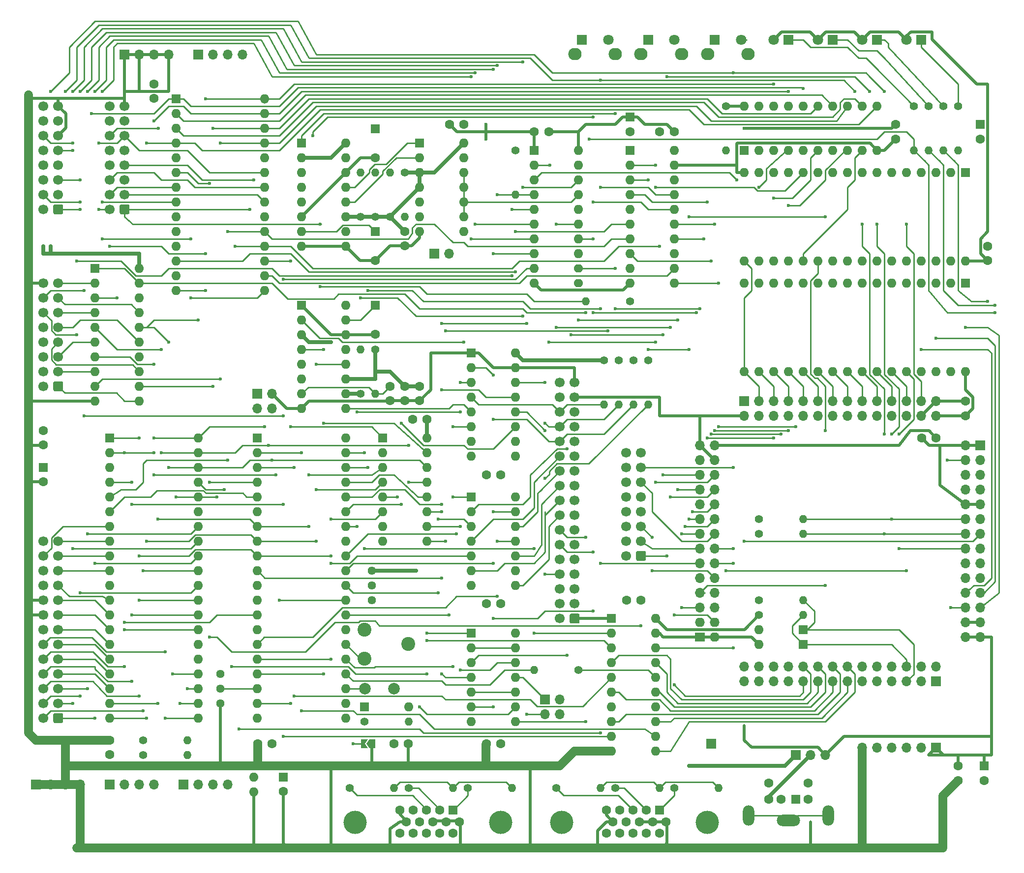
<source format=gtl>
%TF.GenerationSoftware,KiCad,Pcbnew,5.1.12-84ad8e8a86~92~ubuntu18.04.1*%
%TF.CreationDate,2022-10-23T22:52:00+01:00*%
%TF.ProjectId,nascom_ng,6e617363-6f6d-45f6-9e67-2e6b69636164,rev?*%
%TF.SameCoordinates,Original*%
%TF.FileFunction,Copper,L1,Top*%
%TF.FilePolarity,Positive*%
%FSLAX46Y46*%
G04 Gerber Fmt 4.6, Leading zero omitted, Abs format (unit mm)*
G04 Created by KiCad (PCBNEW 5.1.12-84ad8e8a86~92~ubuntu18.04.1) date 2022-10-23 22:52:00*
%MOMM*%
%LPD*%
G01*
G04 APERTURE LIST*
%TA.AperFunction,ComponentPad*%
%ADD10R,1.700000X1.700000*%
%TD*%
%TA.AperFunction,ComponentPad*%
%ADD11O,1.400000X1.400000*%
%TD*%
%TA.AperFunction,ComponentPad*%
%ADD12C,1.400000*%
%TD*%
%TA.AperFunction,ComponentPad*%
%ADD13C,1.600000*%
%TD*%
%TA.AperFunction,ComponentPad*%
%ADD14R,1.600000X1.600000*%
%TD*%
%TA.AperFunction,ComponentPad*%
%ADD15O,1.600000X1.600000*%
%TD*%
%TA.AperFunction,ComponentPad*%
%ADD16O,1.700000X1.700000*%
%TD*%
%TA.AperFunction,ComponentPad*%
%ADD17O,4.000000X2.000000*%
%TD*%
%TA.AperFunction,ComponentPad*%
%ADD18O,2.000000X3.500000*%
%TD*%
%TA.AperFunction,ComponentPad*%
%ADD19O,1.600000X1.439000*%
%TD*%
%TA.AperFunction,ComponentPad*%
%ADD20R,1.800000X1.800000*%
%TD*%
%TA.AperFunction,ComponentPad*%
%ADD21C,1.800000*%
%TD*%
%TA.AperFunction,ComponentPad*%
%ADD22O,2.300000X2.100000*%
%TD*%
%TA.AperFunction,ComponentPad*%
%ADD23C,1.700000*%
%TD*%
%TA.AperFunction,ComponentPad*%
%ADD24C,2.000000*%
%TD*%
%TA.AperFunction,ComponentPad*%
%ADD25O,1.600000X1.550000*%
%TD*%
%TA.AperFunction,ComponentPad*%
%ADD26C,2.400000*%
%TD*%
%TA.AperFunction,ComponentPad*%
%ADD27C,1.440000*%
%TD*%
%TA.AperFunction,SMDPad,CuDef*%
%ADD28C,0.100000*%
%TD*%
%TA.AperFunction,ComponentPad*%
%ADD29C,4.000000*%
%TD*%
%TA.AperFunction,ComponentPad*%
%ADD30O,1.700000X1.600000*%
%TD*%
%TA.AperFunction,ComponentPad*%
%ADD31R,1.700000X1.600000*%
%TD*%
%TA.AperFunction,ViaPad*%
%ADD32C,0.600000*%
%TD*%
%TA.AperFunction,Conductor*%
%ADD33C,0.250000*%
%TD*%
%TA.AperFunction,Conductor*%
%ADD34C,0.500000*%
%TD*%
%TA.AperFunction,Conductor*%
%ADD35C,1.500000*%
%TD*%
%TA.AperFunction,Conductor*%
%ADD36C,0.700000*%
%TD*%
G04 APERTURE END LIST*
D10*
%TO.P,J100,1*%
%TO.N,+5V*%
X146685000Y-147955000D03*
%TD*%
D11*
%TO.P,R101,2*%
%TO.N,PIN21_IN_NMI*%
X162560000Y-111760000D03*
D12*
%TO.P,R101,1*%
%TO.N,+3V3*%
X154940000Y-111760000D03*
%TD*%
D11*
%TO.P,R100,2*%
%TO.N,PIN18_IN_WARMRST*%
X162560000Y-109220000D03*
D12*
%TO.P,R100,1*%
%TO.N,+3V3*%
X154940000Y-109220000D03*
%TD*%
D11*
%TO.P,R102,2*%
%TO.N,RX_5V*%
X113030000Y-53340000D03*
D12*
%TO.P,R102,1*%
%TO.N,+5V*%
X113030000Y-45720000D03*
%TD*%
D13*
%TO.P,C2,2*%
%TO.N,GND*%
X132715000Y-42505000D03*
D14*
%TO.P,C2,1*%
%TO.N,+3V3*%
X132715000Y-40005000D03*
%TD*%
D13*
%TO.P,C3,2*%
%TO.N,GND*%
X193040000Y-43775000D03*
D14*
%TO.P,C3,1*%
%TO.N,+3V3*%
X193040000Y-41275000D03*
%TD*%
D15*
%TO.P,U15,14*%
%TO.N,+5V*%
X113030000Y-105410000D03*
%TO.P,U15,7*%
%TO.N,GND*%
X105410000Y-120650000D03*
%TO.P,U15,13*%
%TO.N,Net-(U13-Pad31)*%
X113030000Y-107950000D03*
%TO.P,U15,6*%
%TO.N,/nascom_ng_fdc/IDIR*%
X105410000Y-118110000D03*
%TO.P,U15,12*%
%TO.N,/nascom_ng_fdc/IWDATA*%
X113030000Y-110490000D03*
%TO.P,U15,5*%
%TO.N,Net-(U13-Pad16)*%
X105410000Y-115570000D03*
%TO.P,U15,11*%
%TO.N,Net-(U13-Pad15)*%
X113030000Y-113030000D03*
%TO.P,U15,4*%
%TO.N,/nascom_ng_fdc/IWAT*%
X105410000Y-113030000D03*
%TO.P,U15,10*%
%TO.N,/nascom_ng_fdc/ISTEP*%
X113030000Y-115570000D03*
%TO.P,U15,3*%
%TO.N,Net-(U13-Pad30)*%
X105410000Y-110490000D03*
%TO.P,U15,9*%
%TO.N,DRIVE_ENABLE*%
X113030000Y-118110000D03*
%TO.P,U15,2*%
%TO.N,/nascom_ng_fdc/ISSLT*%
X105410000Y-107950000D03*
%TO.P,U15,8*%
%TO.N,/nascom_ng_fdc/IDEN*%
X113030000Y-120650000D03*
D14*
%TO.P,U15,1*%
%TO.N,Net-(U13-Pad25)*%
X105410000Y-105410000D03*
%TD*%
D13*
%TO.P,C29,2*%
%TO.N,GND*%
X73025000Y-156170000D03*
D14*
%TO.P,C29,1*%
%TO.N,+5V*%
X73025000Y-153670000D03*
%TD*%
D13*
%TO.P,C20,2*%
%TO.N,GND*%
X31750000Y-102830000D03*
D14*
%TO.P,C20,1*%
%TO.N,+5V*%
X31750000Y-100330000D03*
%TD*%
D16*
%TO.P,J15,4*%
%TO.N,+5V*%
X50800000Y-154940000D03*
%TO.P,J15,3*%
X48260000Y-154940000D03*
%TO.P,J15,2*%
X45720000Y-154940000D03*
D10*
%TO.P,J15,1*%
X43180000Y-154940000D03*
%TD*%
D15*
%TO.P,U1,28*%
%TO.N,D3_5V*%
X69850000Y-36830000D03*
%TO.P,U1,14*%
%TO.N,~M1_5V*%
X54610000Y-69850000D03*
%TO.P,U1,27*%
%TO.N,D2_5V*%
X69850000Y-39370000D03*
%TO.P,U1,13*%
%TO.N,/nascom_ng_pio/PIO_EIO*%
X54610000Y-67310000D03*
%TO.P,U1,26*%
%TO.N,D1_5V*%
X69850000Y-41910000D03*
%TO.P,U1,12*%
%TO.N,~INT_5V*%
X54610000Y-64770000D03*
%TO.P,U1,25*%
%TO.N,D0_5V*%
X69850000Y-44450000D03*
%TO.P,U1,11*%
%TO.N,N/C*%
X54610000Y-62230000D03*
%TO.P,U1,24*%
%TO.N,+5V*%
X69850000Y-46990000D03*
%TO.P,U1,10*%
%TO.N,~IORQ_5V*%
X54610000Y-59690000D03*
%TO.P,U1,23*%
%TO.N,/nascom_ng_pio/CLK_TRG0*%
X69850000Y-49530000D03*
%TO.P,U1,9*%
%TO.N,/nascom_ng_pio/ZC_TO2*%
X54610000Y-57150000D03*
%TO.P,U1,22*%
%TO.N,/nascom_ng_pio/CLK_TRG1*%
X69850000Y-52070000D03*
%TO.P,U1,8*%
%TO.N,/nascom_ng_pio/ZC_TO1*%
X54610000Y-54610000D03*
%TO.P,U1,21*%
%TO.N,/nascom_ng_pio/CLK_TRG2*%
X69850000Y-54610000D03*
%TO.P,U1,7*%
%TO.N,/nascom_ng_pio/ZC_TO0*%
X54610000Y-52070000D03*
%TO.P,U1,20*%
%TO.N,/nascom_ng_pio/CLK_TRG3*%
X69850000Y-57150000D03*
%TO.P,U1,6*%
%TO.N,~RD_5V*%
X54610000Y-49530000D03*
%TO.P,U1,19*%
%TO.N,A1_5V*%
X69850000Y-59690000D03*
%TO.P,U1,5*%
%TO.N,GND*%
X54610000Y-46990000D03*
%TO.P,U1,18*%
%TO.N,A0_5V*%
X69850000Y-62230000D03*
%TO.P,U1,4*%
%TO.N,D7_5V*%
X54610000Y-44450000D03*
%TO.P,U1,17*%
%TO.N,~IO_RESET_5V*%
X69850000Y-64770000D03*
%TO.P,U1,3*%
%TO.N,D6_5V*%
X54610000Y-41910000D03*
%TO.P,U1,16*%
%TO.N,~CTC_CS_5V*%
X69850000Y-67310000D03*
%TO.P,U1,2*%
%TO.N,D5_5V*%
X54610000Y-39370000D03*
%TO.P,U1,15*%
%TO.N,CLK4_5V*%
X69850000Y-69850000D03*
D14*
%TO.P,U1,1*%
%TO.N,D4_5V*%
X54610000Y-36830000D03*
%TD*%
D15*
%TO.P,U10,16*%
%TO.N,+5V*%
X83820000Y-72390000D03*
%TO.P,U10,8*%
%TO.N,GND*%
X76200000Y-90170000D03*
%TO.P,U10,15*%
%TO.N,Net-(C12-Pad1)*%
X83820000Y-74930000D03*
%TO.P,U10,7*%
%TO.N,Net-(C15-Pad2)*%
X76200000Y-87630000D03*
%TO.P,U10,14*%
%TO.N,GND*%
X83820000Y-77470000D03*
%TO.P,U10,6*%
X76200000Y-85090000D03*
%TO.P,U10,13*%
%TO.N,N/C*%
X83820000Y-80010000D03*
%TO.P,U10,5*%
X76200000Y-82550000D03*
%TO.P,U10,12*%
%TO.N,/nascom_ng_fdc/~RAW_READ*%
X83820000Y-82550000D03*
%TO.P,U10,4*%
%TO.N,/nascom_ng_fdc/HLT*%
X76200000Y-80010000D03*
%TO.P,U10,11*%
%TO.N,+5V*%
X83820000Y-85090000D03*
%TO.P,U10,3*%
X76200000Y-77470000D03*
%TO.P,U10,10*%
X83820000Y-87630000D03*
%TO.P,U10,2*%
%TO.N,/nascom_ng_fdc/BHEAD_LOAD*%
X76200000Y-74930000D03*
%TO.P,U10,9*%
%TO.N,/nascom_ng_fdc/BIRDATA*%
X83820000Y-90170000D03*
D14*
%TO.P,U10,1*%
%TO.N,GND*%
X76200000Y-72390000D03*
%TD*%
D17*
%TO.P,J13,7*%
%TO.N,Net-(J13-Pad7)*%
X159990000Y-161130000D03*
D13*
%TO.P,J13,6*%
%TO.N,N/C*%
X156590000Y-154680000D03*
%TO.P,J13,5*%
%TO.N,PIN44_KCLK*%
X163390000Y-154680000D03*
%TO.P,J13,4*%
%TO.N,Net-(J12-Pad2)*%
X156590000Y-157480000D03*
%TO.P,J13,3*%
%TO.N,GND*%
X163390000Y-157480000D03*
%TO.P,J13,2*%
%TO.N,N/C*%
X158690000Y-157480000D03*
D14*
%TO.P,J13,1*%
%TO.N,PIN45_KDAT*%
X161290000Y-157480000D03*
D18*
%TO.P,J13,7*%
%TO.N,Net-(J13-Pad7)*%
X166840000Y-160330000D03*
X153140000Y-160330000D03*
%TD*%
D11*
%TO.P,R19,2*%
%TO.N,CLK1_5V*%
X116205000Y-135255000D03*
D12*
%TO.P,R19,1*%
%TO.N,Net-(R19-Pad1)*%
X123825000Y-135255000D03*
%TD*%
D11*
%TO.P,R10,2*%
%TO.N,CLK4_5V*%
X125095000Y-71755000D03*
D12*
%TO.P,R10,1*%
%TO.N,Net-(R10-Pad1)*%
X132715000Y-71755000D03*
%TD*%
D13*
%TO.P,C12,2*%
%TO.N,GND*%
X88900000Y-77390000D03*
D14*
%TO.P,C12,1*%
%TO.N,Net-(C12-Pad1)*%
X88900000Y-72390000D03*
%TD*%
D16*
%TO.P,J16,4*%
%TO.N,+3V3*%
X63500000Y-154940000D03*
%TO.P,J16,3*%
X60960000Y-154940000D03*
%TO.P,J16,2*%
X58420000Y-154940000D03*
D10*
%TO.P,J16,1*%
X55880000Y-154940000D03*
%TD*%
D16*
%TO.P,J2,4*%
%TO.N,+5V*%
X66040000Y-29210000D03*
%TO.P,J2,3*%
X63500000Y-29210000D03*
%TO.P,J2,2*%
X60960000Y-29210000D03*
D10*
%TO.P,J2,1*%
X58420000Y-29210000D03*
%TD*%
D16*
%TO.P,J1,4*%
%TO.N,GND*%
X53340000Y-29210000D03*
%TO.P,J1,3*%
X50800000Y-29210000D03*
%TO.P,J1,2*%
X48260000Y-29210000D03*
D10*
%TO.P,J1,1*%
X45720000Y-29210000D03*
%TD*%
D16*
%TO.P,J14,4*%
%TO.N,GND*%
X38100000Y-154940000D03*
%TO.P,J14,3*%
X35560000Y-154940000D03*
%TO.P,J14,2*%
X33020000Y-154940000D03*
D10*
%TO.P,J14,1*%
X30480000Y-154940000D03*
%TD*%
D11*
%TO.P,R5,2*%
%TO.N,~PIN104_IOBUFOE*%
X149225000Y-45720000D03*
D12*
%TO.P,R5,1*%
%TO.N,+3V3*%
X149225000Y-38100000D03*
%TD*%
D13*
%TO.P,C5,2*%
%TO.N,GND*%
X101640000Y-41275000D03*
%TO.P,C5,1*%
%TO.N,+5V*%
X104140000Y-41275000D03*
%TD*%
D15*
%TO.P,U6,20*%
%TO.N,+3V3*%
X123825000Y-45720000D03*
%TO.P,U6,10*%
%TO.N,GND*%
X116205000Y-68580000D03*
%TO.P,U6,19*%
X123825000Y-48260000D03*
%TO.P,U6,9*%
%TO.N,~KBDRST_5V*%
X116205000Y-66040000D03*
%TO.P,U6,18*%
%TO.N,TX_5V*%
X123825000Y-50800000D03*
%TO.P,U6,8*%
%TO.N,RXBAUDCLK_5V*%
X116205000Y-63500000D03*
%TO.P,U6,17*%
%TO.N,~READY_5V*%
X123825000Y-53340000D03*
%TO.P,U6,7*%
%TO.N,TAPE_DRIVE_5V*%
X116205000Y-60960000D03*
%TO.P,U6,16*%
%TO.N,PIN101_RX*%
X123825000Y-55880000D03*
%TO.P,U6,6*%
%TO.N,TXBAUDCLK_5V*%
X116205000Y-58420000D03*
%TO.P,U6,15*%
%TO.N,~PIN100_KBDCLK*%
X123825000Y-58420000D03*
%TO.P,U6,5*%
%TO.N,~KBDCLK_5V*%
X116205000Y-55880000D03*
%TO.P,U6,14*%
%TO.N,PIN94_TXBAUDCLK*%
X123825000Y-60960000D03*
%TO.P,U6,4*%
%TO.N,RX_5V*%
X116205000Y-53340000D03*
%TO.P,U6,13*%
%TO.N,PIN7_TAPE_DRIVE*%
X123825000Y-63500000D03*
%TO.P,U6,3*%
%TO.N,~PIN22_IN_READY*%
X116205000Y-50800000D03*
D19*
%TO.P,U6,12*%
%TO.N,PIN93_RXBAUDCLK*%
X123825000Y-66040000D03*
D15*
%TO.P,U6,2*%
%TO.N,PIN103_TX*%
X116205000Y-48260000D03*
D19*
%TO.P,U6,11*%
%TO.N,~PIN99_KBDRST*%
X123825000Y-68580000D03*
D14*
%TO.P,U6,1*%
%TO.N,GND*%
X116205000Y-45720000D03*
%TD*%
D15*
%TO.P,U5,20*%
%TO.N,+3V3*%
X140335000Y-45720000D03*
%TO.P,U5,10*%
%TO.N,GND*%
X132715000Y-68580000D03*
%TO.P,U5,19*%
X140335000Y-48260000D03*
%TO.P,U5,9*%
%TO.N,Net-(R10-Pad1)*%
X132715000Y-66040000D03*
%TO.P,U5,18*%
%TO.N,A0_5V*%
X140335000Y-50800000D03*
%TO.P,U5,8*%
%TO.N,~PIN71_CTC_CS*%
X132715000Y-63500000D03*
%TO.P,U5,17*%
%TO.N,DRQ_5V*%
X140335000Y-53340000D03*
%TO.P,U5,7*%
%TO.N,A1_5V*%
X132715000Y-60960000D03*
%TO.P,U5,16*%
%TO.N,~IO_RESET_5V*%
X140335000Y-55880000D03*
%TO.P,U5,6*%
%TO.N,~INT_5V*%
X132715000Y-58420000D03*
%TO.P,U5,15*%
%TO.N,PIN70_PORTE4_WR*%
X140335000Y-58420000D03*
%TO.P,U5,5*%
%TO.N,PORTE4_WR_5V*%
X132715000Y-55880000D03*
%TO.P,U5,14*%
%TO.N,~PIN97_INT*%
X140335000Y-60960000D03*
%TO.P,U5,4*%
%TO.N,~PIN72_IO_RESET*%
X132715000Y-53340000D03*
%TO.P,U5,13*%
%TO.N,PIN125_A1*%
X140335000Y-63500000D03*
%TO.P,U5,3*%
%TO.N,PIN91_IN_DRQ*%
X132715000Y-50800000D03*
%TO.P,U5,12*%
%TO.N,~CTC_CS_5V*%
X140335000Y-66040000D03*
%TO.P,U5,2*%
%TO.N,PIN121_A0*%
X132715000Y-48260000D03*
%TO.P,U5,11*%
%TO.N,PIN69_CLK4*%
X140335000Y-68580000D03*
D14*
%TO.P,U5,1*%
%TO.N,GND*%
X132715000Y-45720000D03*
%TD*%
D15*
%TO.P,U16,20*%
%TO.N,+3V3*%
X137160000Y-126365000D03*
%TO.P,U16,10*%
%TO.N,GND*%
X129540000Y-149225000D03*
%TO.P,U16,19*%
X137160000Y-128905000D03*
%TO.P,U16,9*%
%TO.N,~PIO_CS_5V*%
X129540000Y-146685000D03*
%TO.P,U16,18*%
%TO.N,PIN88_IN_INTRQ*%
X137160000Y-131445000D03*
%TO.P,U16,8*%
%TO.N,~PIN60_WR*%
X129540000Y-144145000D03*
%TO.P,U16,17*%
%TO.N,~PIN63_IORQ*%
X137160000Y-133985000D03*
%TO.P,U16,7*%
%TO.N,~M1_5V*%
X129540000Y-141605000D03*
%TO.P,U16,16*%
%TO.N,Net-(R19-Pad1)*%
X137160000Y-136525000D03*
%TO.P,U16,6*%
%TO.N,~PIN59_RD*%
X129540000Y-139065000D03*
%TO.P,U16,15*%
%TO.N,~PIN64_FDC_CS*%
X137160000Y-139065000D03*
%TO.P,U16,5*%
%TO.N,~FDC_CS_5V*%
X129540000Y-136525000D03*
%TO.P,U16,14*%
%TO.N,~RD_5V*%
X137160000Y-141605000D03*
%TO.P,U16,4*%
%TO.N,PIN67_CLK1*%
X129540000Y-133985000D03*
%TO.P,U16,13*%
%TO.N,~PIN57_M1*%
X137160000Y-144145000D03*
%TO.P,U16,3*%
%TO.N,~IORQ_5V*%
X129540000Y-131445000D03*
%TO.P,U16,12*%
%TO.N,~WR_5V*%
X137160000Y-146685000D03*
%TO.P,U16,2*%
%TO.N,INTRQ_5V*%
X129540000Y-128905000D03*
%TO.P,U16,11*%
%TO.N,~PIN58_PIO_CS*%
X137160000Y-149225000D03*
D14*
%TO.P,U16,1*%
%TO.N,GND*%
X129540000Y-126365000D03*
%TD*%
D20*
%TO.P,SW1,1*%
%TO.N,GND*%
X124460000Y-26670000D03*
D21*
%TO.P,SW1,2*%
%TO.N,PIN21_IN_NMI*%
X128960000Y-26670000D03*
D22*
%TO.P,SW1,*%
%TO.N,*%
X123210000Y-29170000D03*
X130210000Y-29170000D03*
%TD*%
D20*
%TO.P,SW2,1*%
%TO.N,GND*%
X135870000Y-26670000D03*
D21*
%TO.P,SW2,2*%
%TO.N,PIN18_IN_WARMRST*%
X140370000Y-26670000D03*
D22*
%TO.P,SW2,*%
%TO.N,*%
X134620000Y-29170000D03*
X141620000Y-29170000D03*
%TD*%
D20*
%TO.P,SW3,1*%
%TO.N,GND*%
X147320000Y-26670000D03*
D21*
%TO.P,SW3,2*%
%TO.N,PIN144_RST*%
X151820000Y-26670000D03*
D22*
%TO.P,SW3,*%
%TO.N,*%
X146070000Y-29170000D03*
X153070000Y-29170000D03*
%TD*%
D23*
%TO.P,J11,16*%
%TO.N,+5V*%
X132080000Y-97790000D03*
%TO.P,J11,14*%
%TO.N,GND*%
X132080000Y-100330000D03*
%TO.P,J11,12*%
X132080000Y-102870000D03*
%TO.P,J11,10*%
X132080000Y-105410000D03*
%TO.P,J11,8*%
X132080000Y-107950000D03*
%TO.P,J11,6*%
X132080000Y-110490000D03*
%TO.P,J11,4*%
%TO.N,+3V3*%
X132080000Y-113030000D03*
%TO.P,J11,2*%
X132080000Y-115570000D03*
%TO.P,J11,15*%
%TO.N,N/C*%
X134620000Y-97790000D03*
%TO.P,J11,13*%
%TO.N,PIN90_IN_NC*%
X134620000Y-100330000D03*
%TO.P,J11,11*%
%TO.N,PIN92_TVSYNCH*%
X134620000Y-102870000D03*
%TO.P,J11,9*%
%TO.N,PIN75_RCLK*%
X134620000Y-105410000D03*
%TO.P,J11,7*%
%TO.N,PIN74_RX*%
X134620000Y-107950000D03*
%TO.P,J11,5*%
%TO.N,PIN86_TX*%
X134620000Y-110490000D03*
%TO.P,J11,3*%
%TO.N,PIN89_IN_NC*%
X134620000Y-113030000D03*
%TO.P,J11,1*%
%TO.N,PIN65_TVVID*%
%TA.AperFunction,ComponentPad*%
G36*
G01*
X135470000Y-114970000D02*
X135470000Y-116170000D01*
G75*
G02*
X135220000Y-116420000I-250000J0D01*
G01*
X134020000Y-116420000D01*
G75*
G02*
X133770000Y-116170000I0J250000D01*
G01*
X133770000Y-114970000D01*
G75*
G02*
X134020000Y-114720000I250000J0D01*
G01*
X135220000Y-114720000D01*
G75*
G02*
X135470000Y-114970000I0J-250000D01*
G01*
G37*
%TD.AperFunction*%
%TD*%
D15*
%TO.P,U9,32*%
%TO.N,+3V3*%
X190500000Y-83820000D03*
%TO.P,U9,16*%
%TO.N,GND*%
X152400000Y-68580000D03*
%TO.P,U9,31*%
%TO.N,PIN8_A15*%
X187960000Y-83820000D03*
%TO.P,U9,15*%
%TO.N,PIN113_D2*%
X154940000Y-68580000D03*
%TO.P,U9,30*%
%TO.N,PIN31_A17*%
X185420000Y-83820000D03*
%TO.P,U9,14*%
%TO.N,PIN115_D1*%
X157480000Y-68580000D03*
%TO.P,U9,29*%
%TO.N,PIN4_WR*%
X182880000Y-83820000D03*
%TO.P,U9,13*%
%TO.N,PIN119_D0*%
X160020000Y-68580000D03*
%TO.P,U9,28*%
%TO.N,PIN24_A13*%
X180340000Y-83820000D03*
%TO.P,U9,12*%
%TO.N,PIN121_A0*%
X162560000Y-68580000D03*
%TO.P,U9,27*%
%TO.N,PIN142_A8*%
X177800000Y-83820000D03*
%TO.P,U9,11*%
%TO.N,PIN125_A1*%
X165100000Y-68580000D03*
%TO.P,U9,26*%
%TO.N,PIN139_A9*%
X175260000Y-83820000D03*
%TO.P,U9,10*%
%TO.N,PIN129_A2*%
X167640000Y-68580000D03*
%TO.P,U9,25*%
%TO.N,PIN136_A11*%
X172720000Y-83820000D03*
%TO.P,U9,9*%
%TO.N,PIN133_A3*%
X170180000Y-68580000D03*
%TO.P,U9,24*%
%TO.N,PIN134_RD*%
X170180000Y-83820000D03*
%TO.P,U9,8*%
%TO.N,PIN135_A4*%
X172720000Y-68580000D03*
%TO.P,U9,23*%
%TO.N,PIN132_A10*%
X167640000Y-83820000D03*
%TO.P,U9,7*%
%TO.N,PIN137_A5*%
X175260000Y-68580000D03*
%TO.P,U9,22*%
%TO.N,PIN126_CS1*%
X165100000Y-83820000D03*
%TO.P,U9,6*%
%TO.N,PIN141_A6*%
X177800000Y-68580000D03*
%TO.P,U9,21*%
%TO.N,PIN122_D7*%
X162560000Y-83820000D03*
%TO.P,U9,5*%
%TO.N,PIN143_A7*%
X180340000Y-68580000D03*
%TO.P,U9,20*%
%TO.N,PIN120_D6*%
X160020000Y-83820000D03*
%TO.P,U9,4*%
%TO.N,PIN28_A12*%
X182880000Y-68580000D03*
%TO.P,U9,19*%
%TO.N,PIN118_D5*%
X157480000Y-83820000D03*
%TO.P,U9,3*%
%TO.N,PIN30_A14*%
X185420000Y-68580000D03*
%TO.P,U9,18*%
%TO.N,PIN114_D4*%
X154940000Y-83820000D03*
%TO.P,U9,2*%
%TO.N,PIN25_A16*%
X187960000Y-68580000D03*
%TO.P,U9,17*%
%TO.N,PIN112_D3*%
X152400000Y-83820000D03*
D14*
%TO.P,U9,1*%
%TO.N,PIN32_A18*%
X190500000Y-68580000D03*
%TD*%
D11*
%TO.P,R17,2*%
%TO.N,PIN44_KCLK*%
X162560000Y-123190000D03*
D12*
%TO.P,R17,1*%
%TO.N,+3V3*%
X154940000Y-123190000D03*
%TD*%
D11*
%TO.P,R18,2*%
%TO.N,PIN45_KDAT*%
X162560000Y-125730000D03*
D12*
%TO.P,R18,1*%
%TO.N,+3V3*%
X154940000Y-125730000D03*
%TD*%
D15*
%TO.P,D5,2*%
%TO.N,GND*%
X154940000Y-128270000D03*
D14*
%TO.P,D5,1*%
%TO.N,PIN44_KCLK*%
X162560000Y-128270000D03*
%TD*%
D15*
%TO.P,D6,2*%
%TO.N,GND*%
X154940000Y-130810000D03*
D14*
%TO.P,D6,1*%
%TO.N,PIN45_KDAT*%
X162560000Y-130810000D03*
%TD*%
D11*
%TO.P,R1,2*%
%TO.N,GND*%
X189230000Y-45720000D03*
D12*
%TO.P,R1,1*%
%TO.N,Net-(D4-Pad1)*%
X189230000Y-38100000D03*
%TD*%
D21*
%TO.P,D4,2*%
%TO.N,+3V3*%
X180340000Y-26670000D03*
D20*
%TO.P,D4,1*%
%TO.N,Net-(D4-Pad1)*%
X182880000Y-26670000D03*
%TD*%
D11*
%TO.P,R22,2*%
%TO.N,/nascom_ng_pio/PUP_EIE*%
X56515000Y-149860000D03*
D12*
%TO.P,R22,1*%
%TO.N,+5V*%
X48895000Y-149860000D03*
%TD*%
D15*
%TO.P,U7,32*%
%TO.N,+3V3*%
X190500000Y-64770000D03*
%TO.P,U7,16*%
%TO.N,GND*%
X152400000Y-49530000D03*
%TO.P,U7,31*%
%TO.N,PIN8_A15*%
X187960000Y-64770000D03*
%TO.P,U7,15*%
%TO.N,PIN113_D2*%
X154940000Y-49530000D03*
%TO.P,U7,30*%
%TO.N,PIN31_A17*%
X185420000Y-64770000D03*
%TO.P,U7,14*%
%TO.N,PIN115_D1*%
X157480000Y-49530000D03*
%TO.P,U7,29*%
%TO.N,PIN4_WR*%
X182880000Y-64770000D03*
%TO.P,U7,13*%
%TO.N,PIN119_D0*%
X160020000Y-49530000D03*
%TO.P,U7,28*%
%TO.N,PIN24_A13*%
X180340000Y-64770000D03*
%TO.P,U7,12*%
%TO.N,PIN121_A0*%
X162560000Y-49530000D03*
%TO.P,U7,27*%
%TO.N,PIN142_A8*%
X177800000Y-64770000D03*
%TO.P,U7,11*%
%TO.N,PIN125_A1*%
X165100000Y-49530000D03*
%TO.P,U7,26*%
%TO.N,PIN139_A9*%
X175260000Y-64770000D03*
%TO.P,U7,10*%
%TO.N,PIN129_A2*%
X167640000Y-49530000D03*
%TO.P,U7,25*%
%TO.N,PIN136_A11*%
X172720000Y-64770000D03*
%TO.P,U7,9*%
%TO.N,PIN133_A3*%
X170180000Y-49530000D03*
%TO.P,U7,24*%
%TO.N,PIN134_RD*%
X170180000Y-64770000D03*
%TO.P,U7,8*%
%TO.N,PIN135_A4*%
X172720000Y-49530000D03*
%TO.P,U7,23*%
%TO.N,PIN132_A10*%
X167640000Y-64770000D03*
%TO.P,U7,7*%
%TO.N,PIN137_A5*%
X175260000Y-49530000D03*
%TO.P,U7,22*%
%TO.N,PIN79_CS2*%
X165100000Y-64770000D03*
%TO.P,U7,6*%
%TO.N,PIN141_A6*%
X177800000Y-49530000D03*
%TO.P,U7,21*%
%TO.N,PIN122_D7*%
X162560000Y-64770000D03*
%TO.P,U7,5*%
%TO.N,PIN143_A7*%
X180340000Y-49530000D03*
%TO.P,U7,20*%
%TO.N,PIN120_D6*%
X160020000Y-64770000D03*
%TO.P,U7,4*%
%TO.N,PIN28_A12*%
X182880000Y-49530000D03*
%TO.P,U7,19*%
%TO.N,PIN118_D5*%
X157480000Y-64770000D03*
%TO.P,U7,3*%
%TO.N,PIN30_A14*%
X185420000Y-49530000D03*
%TO.P,U7,18*%
%TO.N,PIN114_D4*%
X154940000Y-64770000D03*
%TO.P,U7,2*%
%TO.N,PIN25_A16*%
X187960000Y-49530000D03*
%TO.P,U7,17*%
%TO.N,PIN112_D3*%
X152400000Y-64770000D03*
D14*
%TO.P,U7,1*%
%TO.N,PIN32_A18*%
X190500000Y-49530000D03*
%TD*%
D10*
%TO.P,J19,1*%
%TO.N,+3V3*%
X185420000Y-148590000D03*
D16*
%TO.P,J19,2*%
%TO.N,PIN41_SDCS*%
X182880000Y-148590000D03*
%TO.P,J19,3*%
%TO.N,PIN40_SDDO*%
X180340000Y-148590000D03*
%TO.P,J19,4*%
%TO.N,PIN43_SDCLK*%
X177800000Y-148590000D03*
%TO.P,J19,5*%
%TO.N,PIN42_SDDI*%
X175260000Y-148590000D03*
%TO.P,J19,6*%
%TO.N,GND*%
X172720000Y-148590000D03*
%TD*%
D13*
%TO.P,C8,2*%
%TO.N,GND*%
X88900000Y-46990000D03*
D14*
%TO.P,C8,1*%
%TO.N,Net-(C8-Pad1)*%
X88900000Y-41990000D03*
%TD*%
D13*
%TO.P,C10,2*%
%TO.N,GND*%
X88900000Y-64690000D03*
D14*
%TO.P,C10,1*%
%TO.N,Net-(C10-Pad1)*%
X88900000Y-59690000D03*
%TD*%
D24*
%TO.P,C24,2*%
%TO.N,Net-(C24-Pad2)*%
X87075000Y-138430000D03*
%TO.P,C24,1*%
%TO.N,Net-(C24-Pad1)*%
X92075000Y-138430000D03*
%TD*%
D13*
%TO.P,C32,2*%
%TO.N,GND*%
X193675000Y-154265000D03*
D14*
%TO.P,C32,1*%
%TO.N,+3V3*%
X193675000Y-151765000D03*
%TD*%
D13*
%TO.P,C13,2*%
%TO.N,GND*%
X93980000Y-88860000D03*
%TO.P,C13,1*%
%TO.N,+5V*%
X93980000Y-86360000D03*
%TD*%
%TO.P,C21,2*%
%TO.N,GND*%
X107990000Y-101600000D03*
%TO.P,C21,1*%
%TO.N,+5V*%
X110490000Y-101600000D03*
%TD*%
%TO.P,C14,2*%
%TO.N,GND*%
X96520000Y-88860000D03*
%TO.P,C14,1*%
%TO.N,+5V*%
X96520000Y-86360000D03*
%TD*%
%TO.P,C23,2*%
%TO.N,GND*%
X107990000Y-123825000D03*
%TO.P,C23,1*%
%TO.N,+5V*%
X110490000Y-123825000D03*
%TD*%
%TO.P,C28,2*%
%TO.N,GND*%
X107990000Y-147955000D03*
%TO.P,C28,1*%
%TO.N,+5V*%
X110490000Y-147955000D03*
%TD*%
D25*
%TO.P,C31,2*%
%TO.N,GND*%
X67945000Y-156210000D03*
%TO.P,C31,1*%
%TO.N,+5V*%
X67945000Y-153710000D03*
%TD*%
D13*
%TO.P,C27,2*%
%TO.N,GND*%
X94575000Y-147955000D03*
%TO.P,C27,1*%
%TO.N,+5V*%
X92075000Y-147955000D03*
%TD*%
%TO.P,C1,2*%
%TO.N,GND*%
X50800000Y-36790000D03*
%TO.P,C1,1*%
%TO.N,+5V*%
X50800000Y-34290000D03*
%TD*%
%TO.P,C26,2*%
%TO.N,GND*%
X68620000Y-147955000D03*
%TO.P,C26,1*%
%TO.N,+5V*%
X71120000Y-147955000D03*
%TD*%
%TO.P,C16,2*%
%TO.N,GND*%
X31750000Y-96480000D03*
%TO.P,C16,1*%
%TO.N,+5V*%
X31750000Y-93980000D03*
%TD*%
%TO.P,C9,2*%
%TO.N,GND*%
X93980000Y-62190000D03*
%TO.P,C9,1*%
%TO.N,+5V*%
X93980000Y-59690000D03*
%TD*%
%TO.P,C33,2*%
%TO.N,GND*%
X43180000Y-147320000D03*
%TO.P,C33,1*%
%TO.N,+5V*%
X43180000Y-149820000D03*
%TD*%
%TO.P,C18,2*%
%TO.N,GND*%
X95290000Y-92075000D03*
%TO.P,C18,1*%
%TO.N,+5V*%
X97790000Y-92075000D03*
%TD*%
%TO.P,C19,2*%
%TO.N,GND*%
X182920000Y-95250000D03*
%TO.P,C19,1*%
%TO.N,+3V3*%
X185420000Y-95250000D03*
%TD*%
%TO.P,C6,2*%
%TO.N,GND*%
X116245000Y-42545000D03*
%TO.P,C6,1*%
%TO.N,+3V3*%
X118745000Y-42545000D03*
%TD*%
%TO.P,C30,2*%
%TO.N,GND*%
X189230000Y-154265000D03*
%TO.P,C30,1*%
%TO.N,+3V3*%
X189230000Y-151765000D03*
%TD*%
%TO.P,C17,2*%
%TO.N,GND*%
X190500000Y-88940000D03*
%TO.P,C17,1*%
%TO.N,+3V3*%
X190500000Y-91440000D03*
%TD*%
%TO.P,C22,2*%
%TO.N,GND*%
X132120000Y-123190000D03*
%TO.P,C22,1*%
%TO.N,+3V3*%
X134620000Y-123190000D03*
%TD*%
%TO.P,C4,2*%
%TO.N,GND*%
X178435000Y-43775000D03*
%TO.P,C4,1*%
%TO.N,+3V3*%
X178435000Y-41275000D03*
%TD*%
%TO.P,C11,2*%
%TO.N,GND*%
X194310000Y-62230000D03*
%TO.P,C11,1*%
%TO.N,+3V3*%
X194310000Y-64730000D03*
%TD*%
%TO.P,C7,2*%
%TO.N,GND*%
X137835000Y-42545000D03*
%TO.P,C7,1*%
%TO.N,+3V3*%
X140335000Y-42545000D03*
%TD*%
D26*
%TO.P,C25,1*%
%TO.N,Net-(C25-Pad1)*%
X86995000Y-133273800D03*
%TO.P,C25,2*%
%TO.N,GND*%
X94495000Y-130770000D03*
%TO.P,C25,1*%
%TO.N,Net-(C25-Pad1)*%
X86995000Y-128270000D03*
%TD*%
D27*
%TO.P,RV1,3*%
%TO.N,GND*%
X88265000Y-123190000D03*
%TO.P,RV1,2*%
%TO.N,Net-(RV1-Pad2)*%
X88265000Y-120650000D03*
%TO.P,RV1,1*%
%TO.N,+5V*%
X88265000Y-118110000D03*
%TD*%
%TO.P,RV2,3*%
%TO.N,GND*%
X62230000Y-140970000D03*
%TO.P,RV2,2*%
%TO.N,Net-(RV2-Pad2)*%
X62230000Y-138430000D03*
%TO.P,RV2,1*%
%TO.N,+5V*%
X62230000Y-135890000D03*
%TD*%
D23*
%TO.P,J20,34*%
%TO.N,/nascom_ng_fdc/SPACE_READY*%
X120650000Y-85725000D03*
%TO.P,J20,32*%
%TO.N,/nascom_ng_fdc/ISSLT*%
X120650000Y-88265000D03*
%TO.P,J20,30*%
%TO.N,/nascom_ng_fdc/IRDATA*%
X120650000Y-90805000D03*
%TO.P,J20,28*%
%TO.N,/nascom_ng_fdc/IWPROT*%
X120650000Y-93345000D03*
%TO.P,J20,26*%
%TO.N,/nascom_ng_fdc/ITRK0*%
X120650000Y-95885000D03*
%TO.P,J20,24*%
%TO.N,/nascom_ng_fdc/IWAT*%
X120650000Y-98425000D03*
%TO.P,J20,22*%
%TO.N,/nascom_ng_fdc/IWDATA*%
X120650000Y-100965000D03*
%TO.P,J20,20*%
%TO.N,/nascom_ng_fdc/ISTEP*%
X120650000Y-103505000D03*
%TO.P,J20,18*%
%TO.N,/nascom_ng_fdc/IDIR*%
X120650000Y-106045000D03*
%TO.P,J20,16*%
%TO.N,/nascom_ng_fdc/IDEN*%
X120650000Y-108585000D03*
%TO.P,J20,14*%
%TO.N,/nascom_ng_fdc/ISLT2*%
X120650000Y-111125000D03*
%TO.P,J20,12*%
%TO.N,/nascom_ng_fdc/ISLT1*%
X120650000Y-113665000D03*
%TO.P,J20,10*%
%TO.N,/nascom_ng_fdc/ISLT0*%
X120650000Y-116205000D03*
%TO.P,J20,8*%
%TO.N,/nascom_ng_fdc/IINDEX*%
X120650000Y-118745000D03*
%TO.P,J20,6*%
%TO.N,/nascom_ng_fdc/ISLT3*%
X120650000Y-121285000D03*
%TO.P,J20,4*%
%TO.N,N/C*%
X120650000Y-123825000D03*
%TO.P,J20,2*%
X120650000Y-126365000D03*
%TO.P,J20,33*%
%TO.N,GND*%
X123190000Y-85725000D03*
%TO.P,J20,31*%
X123190000Y-88265000D03*
%TO.P,J20,29*%
X123190000Y-90805000D03*
%TO.P,J20,27*%
X123190000Y-93345000D03*
%TO.P,J20,25*%
X123190000Y-95885000D03*
%TO.P,J20,23*%
X123190000Y-98425000D03*
%TO.P,J20,21*%
X123190000Y-100965000D03*
%TO.P,J20,19*%
X123190000Y-103505000D03*
%TO.P,J20,17*%
X123190000Y-106045000D03*
%TO.P,J20,15*%
X123190000Y-108585000D03*
%TO.P,J20,13*%
X123190000Y-111125000D03*
%TO.P,J20,11*%
X123190000Y-113665000D03*
%TO.P,J20,9*%
X123190000Y-116205000D03*
%TO.P,J20,7*%
X123190000Y-118745000D03*
%TO.P,J20,5*%
X123190000Y-121285000D03*
%TO.P,J20,3*%
X123190000Y-123825000D03*
%TO.P,J20,1*%
%TA.AperFunction,ComponentPad*%
G36*
G01*
X124040000Y-125765000D02*
X124040000Y-126965000D01*
G75*
G02*
X123790000Y-127215000I-250000J0D01*
G01*
X122590000Y-127215000D01*
G75*
G02*
X122340000Y-126965000I0J250000D01*
G01*
X122340000Y-125765000D01*
G75*
G02*
X122590000Y-125515000I250000J0D01*
G01*
X123790000Y-125515000D01*
G75*
G02*
X124040000Y-125765000I0J-250000D01*
G01*
G37*
%TD.AperFunction*%
%TD*%
%TO.P,J4,16*%
%TO.N,+5V*%
X43180000Y-38100000D03*
%TO.P,J4,14*%
%TO.N,/nascom_ng_pio/CLK_TRG3*%
X43180000Y-40640000D03*
%TO.P,J4,12*%
%TO.N,/nascom_ng_pio/ZC_TO2*%
X43180000Y-43180000D03*
%TO.P,J4,10*%
%TO.N,/nascom_ng_pio/CLK_TRG2*%
X43180000Y-45720000D03*
%TO.P,J4,8*%
%TO.N,/nascom_ng_pio/ZC_TO1*%
X43180000Y-48260000D03*
%TO.P,J4,6*%
%TO.N,/nascom_ng_pio/CLK_TRG1*%
X43180000Y-50800000D03*
%TO.P,J4,4*%
%TO.N,/nascom_ng_pio/ZC_TO0*%
X43180000Y-53340000D03*
%TO.P,J4,2*%
%TO.N,/nascom_ng_pio/CLK_TRG0*%
X43180000Y-55880000D03*
%TO.P,J4,15*%
%TO.N,GND*%
X45720000Y-38100000D03*
%TO.P,J4,13*%
%TO.N,CLK4_5V*%
X45720000Y-40640000D03*
%TO.P,J4,11*%
%TO.N,/nascom_ng_pio/CLK_TRG0*%
X45720000Y-43180000D03*
%TO.P,J4,9*%
%TO.N,CLK4_5V*%
X45720000Y-45720000D03*
%TO.P,J4,7*%
%TO.N,/nascom_ng_pio/CLK_TRG3*%
X45720000Y-48260000D03*
%TO.P,J4,5*%
%TO.N,CLK4_5V*%
X45720000Y-50800000D03*
%TO.P,J4,3*%
%TO.N,/nascom_ng_pio/CLK_TRG2*%
X45720000Y-53340000D03*
%TO.P,J4,1*%
%TO.N,CLK4_5V*%
%TA.AperFunction,ComponentPad*%
G36*
G01*
X46570000Y-55280000D02*
X46570000Y-56480000D01*
G75*
G02*
X46320000Y-56730000I-250000J0D01*
G01*
X45120000Y-56730000D01*
G75*
G02*
X44870000Y-56480000I0J250000D01*
G01*
X44870000Y-55280000D01*
G75*
G02*
X45120000Y-55030000I250000J0D01*
G01*
X46320000Y-55030000D01*
G75*
G02*
X46570000Y-55280000I0J-250000D01*
G01*
G37*
%TD.AperFunction*%
%TD*%
%TO.P,PL4,26*%
%TO.N,N/C*%
X31750000Y-113030000D03*
%TO.P,PL4,24*%
%TO.N,/nascom_ng_pio/PIO_A7*%
X31750000Y-115570000D03*
%TO.P,PL4,22*%
%TO.N,+5V*%
X31750000Y-118110000D03*
%TO.P,PL4,20*%
X31750000Y-120650000D03*
%TO.P,PL4,18*%
%TO.N,GND*%
X31750000Y-123190000D03*
%TO.P,PL4,16*%
X31750000Y-125730000D03*
%TO.P,PL4,14*%
%TO.N,N/C*%
X31750000Y-128270000D03*
%TO.P,PL4,12*%
%TO.N,/nascom_ng_pio/PIO_BRDY*%
X31750000Y-130810000D03*
%TO.P,PL4,10*%
%TO.N,/nascom_ng_pio/PIO_B0*%
X31750000Y-133350000D03*
%TO.P,PL4,8*%
%TO.N,/nascom_ng_pio/PIO_B1*%
X31750000Y-135890000D03*
%TO.P,PL4,6*%
%TO.N,/nascom_ng_pio/PIO_B2*%
X31750000Y-138430000D03*
%TO.P,PL4,4*%
%TO.N,/nascom_ng_pio/PIO_B3*%
X31750000Y-140970000D03*
%TO.P,PL4,2*%
%TO.N,/nascom_ng_pio/PIO_B4*%
X31750000Y-143510000D03*
%TO.P,PL4,25*%
%TO.N,/nascom_ng_pio/PIO_A6*%
X34290000Y-113030000D03*
%TO.P,PL4,23*%
%TO.N,/nascom_ng_pio/PIO_A5*%
X34290000Y-115570000D03*
%TO.P,PL4,21*%
%TO.N,/nascom_ng_pio/PIO_A4*%
X34290000Y-118110000D03*
%TO.P,PL4,19*%
%TO.N,/nascom_ng_pio/PIO_A3*%
X34290000Y-120650000D03*
%TO.P,PL4,17*%
%TO.N,/nascom_ng_pio/PIO_A2*%
X34290000Y-123190000D03*
%TO.P,PL4,15*%
%TO.N,/nascom_ng_pio/PIO_A1*%
X34290000Y-125730000D03*
%TO.P,PL4,13*%
%TO.N,/nascom_ng_pio/PIO_A0*%
X34290000Y-128270000D03*
%TO.P,PL4,11*%
%TO.N,/nascom_ng_pio/~PIO_ASTB*%
X34290000Y-130810000D03*
%TO.P,PL4,9*%
%TO.N,/nascom_ng_pio/~PIO_BSTB*%
X34290000Y-133350000D03*
%TO.P,PL4,7*%
%TO.N,/nascom_ng_pio/PIO_ARDY*%
X34290000Y-135890000D03*
%TO.P,PL4,5*%
%TO.N,/nascom_ng_pio/PIO_B7*%
X34290000Y-138430000D03*
%TO.P,PL4,3*%
%TO.N,/nascom_ng_pio/PIO_B6*%
X34290000Y-140970000D03*
%TO.P,PL4,1*%
%TO.N,/nascom_ng_pio/PIO_B5*%
%TA.AperFunction,ComponentPad*%
G36*
G01*
X35140000Y-142910000D02*
X35140000Y-144110000D01*
G75*
G02*
X34890000Y-144360000I-250000J0D01*
G01*
X33690000Y-144360000D01*
G75*
G02*
X33440000Y-144110000I0J250000D01*
G01*
X33440000Y-142910000D01*
G75*
G02*
X33690000Y-142660000I250000J0D01*
G01*
X34890000Y-142660000D01*
G75*
G02*
X35140000Y-142910000I0J-250000D01*
G01*
G37*
%TD.AperFunction*%
%TD*%
%TO.P,PL3,16*%
%TO.N,GND*%
X31750000Y-68580000D03*
%TO.P,PL3,14*%
%TO.N,~KBDRST_5V*%
X31750000Y-71120000D03*
%TO.P,PL3,12*%
%TO.N,~KBDCLK_5V*%
X31750000Y-73660000D03*
%TO.P,PL3,10*%
%TO.N,PIN144_RST*%
X31750000Y-76200000D03*
%TO.P,PL3,8*%
%TO.N,N/C*%
X31750000Y-78740000D03*
%TO.P,PL3,6*%
X31750000Y-81280000D03*
%TO.P,PL3,4*%
%TO.N,PIN21_IN_NMI*%
X31750000Y-83820000D03*
%TO.P,PL3,2*%
%TO.N,+5V*%
X31750000Y-86360000D03*
%TO.P,PL3,15*%
%TO.N,/nascom_ng_connectors/~KBDS7*%
X34290000Y-68580000D03*
%TO.P,PL3,13*%
%TO.N,/nascom_ng_connectors/~KBDS6*%
X34290000Y-71120000D03*
%TO.P,PL3,11*%
%TO.N,/nascom_ng_connectors/~KBDS5*%
X34290000Y-73660000D03*
%TO.P,PL3,9*%
%TO.N,/nascom_ng_connectors/~KBDS4*%
X34290000Y-76200000D03*
%TO.P,PL3,7*%
%TO.N,/nascom_ng_connectors/~KBDS3*%
X34290000Y-78740000D03*
%TO.P,PL3,5*%
%TO.N,/nascom_ng_connectors/~KBDS2*%
X34290000Y-81280000D03*
%TO.P,PL3,3*%
%TO.N,/nascom_ng_connectors/~KBDS1*%
X34290000Y-83820000D03*
%TO.P,PL3,1*%
%TO.N,/nascom_ng_connectors/~KBDS0*%
%TA.AperFunction,ComponentPad*%
G36*
G01*
X35140000Y-85760000D02*
X35140000Y-86960000D01*
G75*
G02*
X34890000Y-87210000I-250000J0D01*
G01*
X33690000Y-87210000D01*
G75*
G02*
X33440000Y-86960000I0J250000D01*
G01*
X33440000Y-85760000D01*
G75*
G02*
X33690000Y-85510000I250000J0D01*
G01*
X34890000Y-85510000D01*
G75*
G02*
X35140000Y-85760000I0J-250000D01*
G01*
G37*
%TD.AperFunction*%
%TD*%
%TO.P,PL2,16*%
%TO.N,N/C*%
X31750000Y-38100000D03*
%TO.P,PL2,14*%
X31750000Y-40640000D03*
%TO.P,PL2,12*%
%TO.N,TX_5V*%
X31750000Y-43180000D03*
%TO.P,PL2,10*%
%TO.N,N/C*%
X31750000Y-45720000D03*
%TO.P,PL2,8*%
X31750000Y-48260000D03*
%TO.P,PL2,6*%
X31750000Y-50800000D03*
%TO.P,PL2,4*%
%TO.N,TXBAUDCLK_5V*%
X31750000Y-53340000D03*
%TO.P,PL2,2*%
%TO.N,+5V*%
X31750000Y-55880000D03*
%TO.P,PL2,15*%
%TO.N,GND*%
X34290000Y-38100000D03*
%TO.P,PL2,13*%
%TO.N,N/C*%
X34290000Y-40640000D03*
%TO.P,PL2,11*%
%TO.N,GND*%
X34290000Y-43180000D03*
%TO.P,PL2,9*%
%TO.N,RX_5V*%
X34290000Y-45720000D03*
%TO.P,PL2,7*%
%TO.N,N/C*%
X34290000Y-48260000D03*
%TO.P,PL2,5*%
%TO.N,RXBAUDCLK_5V*%
X34290000Y-50800000D03*
%TO.P,PL2,3*%
%TO.N,RX_5V*%
X34290000Y-53340000D03*
%TO.P,PL2,1*%
%TO.N,TAPE_DRIVE_5V*%
%TA.AperFunction,ComponentPad*%
G36*
G01*
X35140000Y-55280000D02*
X35140000Y-56480000D01*
G75*
G02*
X34890000Y-56730000I-250000J0D01*
G01*
X33690000Y-56730000D01*
G75*
G02*
X33440000Y-56480000I0J250000D01*
G01*
X33440000Y-55280000D01*
G75*
G02*
X33690000Y-55030000I250000J0D01*
G01*
X34890000Y-55030000D01*
G75*
G02*
X35140000Y-55280000I0J-250000D01*
G01*
G37*
%TD.AperFunction*%
%TD*%
D15*
%TO.P,U3,16*%
%TO.N,+5V*%
X83820000Y-44450000D03*
%TO.P,U3,8*%
%TO.N,GND*%
X76200000Y-62230000D03*
%TO.P,U3,15*%
%TO.N,Net-(C8-Pad1)*%
X83820000Y-46990000D03*
%TO.P,U3,7*%
%TO.N,Net-(C10-Pad1)*%
X76200000Y-59690000D03*
%TO.P,U3,14*%
%TO.N,GND*%
X83820000Y-49530000D03*
%TO.P,U3,6*%
X76200000Y-57150000D03*
%TO.P,U3,13*%
%TO.N,DRIVE_ENABLE*%
X83820000Y-52070000D03*
%TO.P,U3,5*%
%TO.N,N/C*%
X76200000Y-54610000D03*
%TO.P,U3,12*%
%TO.N,/nascom_ng_fdc2/MONO_READY*%
X83820000Y-54610000D03*
%TO.P,U3,4*%
%TO.N,N/C*%
X76200000Y-52070000D03*
%TO.P,U3,11*%
%TO.N,+5V*%
X83820000Y-57150000D03*
%TO.P,U3,3*%
%TO.N,~IO_RESET_5V*%
X76200000Y-49530000D03*
%TO.P,U3,10*%
%TO.N,DRIVE_ENABLE*%
X83820000Y-59690000D03*
%TO.P,U3,2*%
%TO.N,+5V*%
X76200000Y-46990000D03*
%TO.P,U3,9*%
%TO.N,GND*%
X83820000Y-62230000D03*
D14*
%TO.P,U3,1*%
%TO.N,PORTE4_WR_5V*%
X76200000Y-44450000D03*
%TD*%
D15*
%TO.P,U4,14*%
%TO.N,+5V*%
X104140000Y-44450000D03*
%TO.P,U4,7*%
%TO.N,GND*%
X96520000Y-59690000D03*
%TO.P,U4,13*%
%TO.N,/nascom_ng_fdc2/DRIVE_READY*%
X104140000Y-46990000D03*
%TO.P,U4,6*%
%TO.N,Net-(J3-Pad1)*%
X96520000Y-57150000D03*
%TO.P,U4,12*%
%TO.N,~READY_5V*%
X104140000Y-49530000D03*
%TO.P,U4,5*%
%TO.N,~DRIVE_READY*%
X96520000Y-54610000D03*
%TO.P,U4,11*%
%TO.N,~READY_5V*%
X104140000Y-52070000D03*
%TO.P,U4,4*%
%TO.N,+5V*%
X96520000Y-52070000D03*
%TO.P,U4,10*%
%TO.N,~READY_5V*%
X104140000Y-54610000D03*
%TO.P,U4,3*%
%TO.N,+5V*%
X96520000Y-49530000D03*
%TO.P,U4,9*%
%TO.N,~READY_5V*%
X104140000Y-57150000D03*
%TO.P,U4,2*%
%TO.N,/nascom_ng_fdc2/MONO_READY*%
X96520000Y-46990000D03*
%TO.P,U4,8*%
%TO.N,READY*%
X104140000Y-59690000D03*
D14*
%TO.P,U4,1*%
%TO.N,DRIVE_ENABLE*%
X96520000Y-44450000D03*
%TD*%
D15*
%TO.P,U14,16*%
%TO.N,+5V*%
X97790000Y-95250000D03*
%TO.P,U14,8*%
%TO.N,GND*%
X90170000Y-113030000D03*
%TO.P,U14,15*%
%TO.N,/nascom_ng_fdc/EIGHTINCH*%
X97790000Y-97790000D03*
%TO.P,U14,7*%
%TO.N,Net-(U14-Pad7)*%
X90170000Y-110490000D03*
%TO.P,U14,14*%
%TO.N,D5_5V*%
X97790000Y-100330000D03*
%TO.P,U14,6*%
%TO.N,D2_5V*%
X90170000Y-107950000D03*
%TO.P,U14,13*%
%TO.N,D4_5V*%
X97790000Y-102870000D03*
%TO.P,U14,5*%
%TO.N,Net-(U14-Pad5)*%
X90170000Y-105410000D03*
%TO.P,U14,12*%
%TO.N,/nascom_ng_fdc/~DDEN*%
X97790000Y-105410000D03*
%TO.P,U14,4*%
%TO.N,D1_5V*%
X90170000Y-102870000D03*
%TO.P,U14,11*%
%TO.N,D3_5V*%
X97790000Y-107950000D03*
%TO.P,U14,3*%
%TO.N,D0_5V*%
X90170000Y-100330000D03*
%TO.P,U14,10*%
%TO.N,Net-(U14-Pad10)*%
X97790000Y-110490000D03*
%TO.P,U14,2*%
%TO.N,Net-(U14-Pad2)*%
X90170000Y-97790000D03*
%TO.P,U14,9*%
%TO.N,PORTE4_WR_5V*%
X97790000Y-113030000D03*
D14*
%TO.P,U14,1*%
%TO.N,~IO_RESET_5V*%
X90170000Y-95250000D03*
%TD*%
D15*
%TO.P,U17,14*%
%TO.N,+5V*%
X113030000Y-128905000D03*
%TO.P,U17,7*%
%TO.N,GND*%
X105410000Y-144145000D03*
%TO.P,U17,13*%
%TO.N,/nascom_ng_fdc/BHEAD_LOAD*%
X113030000Y-131445000D03*
%TO.P,U17,6*%
%TO.N,/nascom_ng_fdc/ISLT1*%
X105410000Y-141605000D03*
%TO.P,U17,12*%
%TO.N,Net-(U14-Pad10)*%
X113030000Y-133985000D03*
%TO.P,U17,5*%
%TO.N,/nascom_ng_fdc/BHEAD_LOAD*%
X105410000Y-139065000D03*
%TO.P,U17,11*%
%TO.N,Net-(J10-Pad1)*%
X113030000Y-136525000D03*
%TO.P,U17,4*%
%TO.N,Net-(U14-Pad5)*%
X105410000Y-136525000D03*
%TO.P,U17,10*%
%TO.N,/nascom_ng_fdc/BHEAD_LOAD*%
X113030000Y-139065000D03*
%TO.P,U17,3*%
%TO.N,/nascom_ng_fdc/ISLT0*%
X105410000Y-133985000D03*
%TO.P,U17,9*%
%TO.N,Net-(U14-Pad7)*%
X113030000Y-141605000D03*
%TO.P,U17,2*%
%TO.N,/nascom_ng_fdc/BHEAD_LOAD*%
X105410000Y-131445000D03*
%TO.P,U17,8*%
%TO.N,/nascom_ng_fdc/ISLT2*%
X113030000Y-144145000D03*
D14*
%TO.P,U17,1*%
%TO.N,Net-(U14-Pad2)*%
X105410000Y-128905000D03*
%TD*%
D15*
%TO.P,U8,20*%
%TO.N,+5V*%
X48260000Y-66040000D03*
%TO.P,U8,10*%
%TO.N,GND*%
X40640000Y-88900000D03*
%TO.P,U8,19*%
%TO.N,PIN87_PORT0RD*%
X48260000Y-68580000D03*
%TO.P,U8,9*%
%TO.N,D0_5V*%
X40640000Y-86360000D03*
%TO.P,U8,18*%
%TO.N,D7_5V*%
X48260000Y-71120000D03*
%TO.P,U8,8*%
%TO.N,/nascom_ng_connectors/~KBDS1*%
X40640000Y-83820000D03*
%TO.P,U8,17*%
%TO.N,/nascom_ng_connectors/~KBDS6*%
X48260000Y-73660000D03*
%TO.P,U8,7*%
%TO.N,D3_5V*%
X40640000Y-81280000D03*
%TO.P,U8,16*%
%TO.N,D5_5V*%
X48260000Y-76200000D03*
%TO.P,U8,6*%
%TO.N,/nascom_ng_connectors/~KBDS2*%
X40640000Y-78740000D03*
%TO.P,U8,15*%
%TO.N,/nascom_ng_connectors/~KBDS4*%
X48260000Y-78740000D03*
%TO.P,U8,5*%
%TO.N,D4_5V*%
X40640000Y-76200000D03*
%TO.P,U8,14*%
%TO.N,D2_5V*%
X48260000Y-81280000D03*
%TO.P,U8,4*%
%TO.N,/nascom_ng_connectors/~KBDS5*%
X40640000Y-73660000D03*
%TO.P,U8,13*%
%TO.N,/nascom_ng_connectors/~KBDS3*%
X48260000Y-83820000D03*
%TO.P,U8,3*%
%TO.N,D6_5V*%
X40640000Y-71120000D03*
%TO.P,U8,12*%
%TO.N,D1_5V*%
X48260000Y-86360000D03*
%TO.P,U8,2*%
%TO.N,/nascom_ng_connectors/~KBDS7*%
X40640000Y-68580000D03*
%TO.P,U8,11*%
%TO.N,/nascom_ng_connectors/~KBDS0*%
X48260000Y-88900000D03*
D14*
%TO.P,U8,1*%
%TO.N,PIN87_PORT0RD*%
X40640000Y-66040000D03*
%TD*%
D15*
%TO.P,U11,16*%
%TO.N,+5V*%
X113030000Y-80645000D03*
%TO.P,U11,8*%
%TO.N,GND*%
X105410000Y-98425000D03*
%TO.P,U11,15*%
X113030000Y-83185000D03*
%TO.P,U11,7*%
%TO.N,/nascom_ng_fdc/BHEAD_LOAD*%
X105410000Y-95885000D03*
%TO.P,U11,14*%
%TO.N,/nascom_ng_fdc/IWPROT*%
X113030000Y-85725000D03*
%TO.P,U11,6*%
%TO.N,/nascom_ng_fdc/HEAD_LOAD*%
X105410000Y-93345000D03*
%TO.P,U11,13*%
%TO.N,/nascom_ng_fdc/BIWPROT*%
X113030000Y-88265000D03*
%TO.P,U11,5*%
%TO.N,/nascom_ng_fdc/BIRDATA*%
X105410000Y-90805000D03*
%TO.P,U11,12*%
%TO.N,/nascom_ng_fdc/IINDEX*%
X113030000Y-90805000D03*
%TO.P,U11,4*%
%TO.N,/nascom_ng_fdc/IRDATA*%
X105410000Y-88265000D03*
%TO.P,U11,11*%
%TO.N,/nascom_ng_fdc/BIINDEX*%
X113030000Y-93345000D03*
%TO.P,U11,3*%
%TO.N,/nascom_ng_fdc/BITRK0*%
X105410000Y-85725000D03*
%TO.P,U11,10*%
%TO.N,N/C*%
X113030000Y-95885000D03*
%TO.P,U11,2*%
%TO.N,/nascom_ng_fdc/ITRK0*%
X105410000Y-83185000D03*
%TO.P,U11,9*%
%TO.N,N/C*%
X113030000Y-98425000D03*
D14*
%TO.P,U11,1*%
%TO.N,GND*%
X105410000Y-80645000D03*
%TD*%
D15*
%TO.P,U2,20*%
%TO.N,+3V3*%
X152400000Y-38100000D03*
%TO.P,U2,10*%
%TO.N,GND*%
X175260000Y-45720000D03*
%TO.P,U2,19*%
%TO.N,~PIN104_IOBUFOE*%
X154940000Y-38100000D03*
%TO.P,U2,9*%
%TO.N,PIN122_D7*%
X172720000Y-45720000D03*
%TO.P,U2,18*%
%TO.N,D3_5V*%
X157480000Y-38100000D03*
%TO.P,U2,8*%
%TO.N,PIN120_D6*%
X170180000Y-45720000D03*
%TO.P,U2,17*%
%TO.N,D2_5V*%
X160020000Y-38100000D03*
%TO.P,U2,7*%
%TO.N,PIN119_D0*%
X167640000Y-45720000D03*
%TO.P,U2,16*%
%TO.N,D4_5V*%
X162560000Y-38100000D03*
%TO.P,U2,6*%
%TO.N,PIN118_D5*%
X165100000Y-45720000D03*
%TO.P,U2,15*%
%TO.N,D1_5V*%
X165100000Y-38100000D03*
%TO.P,U2,5*%
%TO.N,PIN115_D1*%
X162560000Y-45720000D03*
%TO.P,U2,14*%
%TO.N,D5_5V*%
X167640000Y-38100000D03*
%TO.P,U2,4*%
%TO.N,PIN114_D4*%
X160020000Y-45720000D03*
%TO.P,U2,13*%
%TO.N,D0_5V*%
X170180000Y-38100000D03*
%TO.P,U2,3*%
%TO.N,PIN113_D2*%
X157480000Y-45720000D03*
%TO.P,U2,12*%
%TO.N,D6_5V*%
X172720000Y-38100000D03*
%TO.P,U2,2*%
%TO.N,PIN112_D3*%
X154940000Y-45720000D03*
%TO.P,U2,11*%
%TO.N,D7_5V*%
X175260000Y-38100000D03*
D14*
%TO.P,U2,1*%
%TO.N,PIN96_IOBUFWR*%
X152400000Y-45720000D03*
%TD*%
D15*
%TO.P,U13,40*%
%TO.N,/nascom_ng_fdc/HLT*%
X83820000Y-95250000D03*
%TO.P,U13,20*%
%TO.N,GND*%
X68580000Y-143510000D03*
%TO.P,U13,39*%
%TO.N,INTRQ_5V*%
X83820000Y-97790000D03*
%TO.P,U13,19*%
%TO.N,~IO_RESET_5V*%
X68580000Y-140970000D03*
%TO.P,U13,38*%
%TO.N,DRQ_5V*%
X83820000Y-100330000D03*
%TO.P,U13,18*%
%TO.N,Net-(RV2-Pad2)*%
X68580000Y-138430000D03*
%TO.P,U13,37*%
%TO.N,/nascom_ng_fdc/~DDEN*%
X83820000Y-102870000D03*
%TO.P,U13,17*%
%TO.N,/nascom_ng_fdc/EIGHTINCH*%
X68580000Y-135890000D03*
%TO.P,U13,36*%
%TO.N,/nascom_ng_fdc/BIWPROT*%
X83820000Y-105410000D03*
%TO.P,U13,16*%
%TO.N,Net-(U13-Pad16)*%
X68580000Y-133350000D03*
%TO.P,U13,35*%
%TO.N,/nascom_ng_fdc/BIINDEX*%
X83820000Y-107950000D03*
%TO.P,U13,15*%
%TO.N,Net-(U13-Pad15)*%
X68580000Y-130810000D03*
%TO.P,U13,34*%
%TO.N,/nascom_ng_fdc/BITRK0*%
X83820000Y-110490000D03*
%TO.P,U13,14*%
%TO.N,D7_5V*%
X68580000Y-128270000D03*
%TO.P,U13,33*%
%TO.N,Net-(RV1-Pad2)*%
X83820000Y-113030000D03*
%TO.P,U13,13*%
%TO.N,D6_5V*%
X68580000Y-125730000D03*
%TO.P,U13,32*%
%TO.N,READY*%
X83820000Y-115570000D03*
%TO.P,U13,12*%
%TO.N,D5_5V*%
X68580000Y-123190000D03*
%TO.P,U13,31*%
%TO.N,Net-(U13-Pad31)*%
X83820000Y-118110000D03*
%TO.P,U13,11*%
%TO.N,D4_5V*%
X68580000Y-120650000D03*
%TO.P,U13,30*%
%TO.N,Net-(U13-Pad30)*%
X83820000Y-120650000D03*
%TO.P,U13,10*%
%TO.N,D3_5V*%
X68580000Y-118110000D03*
%TO.P,U13,29*%
%TO.N,Net-(J5-Pad3)*%
X83820000Y-123190000D03*
%TO.P,U13,9*%
%TO.N,D2_5V*%
X68580000Y-115570000D03*
%TO.P,U13,28*%
%TO.N,/nascom_ng_fdc/HEAD_LOAD*%
X83820000Y-125730000D03*
%TO.P,U13,8*%
%TO.N,D1_5V*%
X68580000Y-113030000D03*
%TO.P,U13,27*%
%TO.N,/nascom_ng_fdc/~RAW_READ*%
X83820000Y-128270000D03*
%TO.P,U13,7*%
%TO.N,D0_5V*%
X68580000Y-110490000D03*
%TO.P,U13,26*%
%TO.N,Net-(C25-Pad1)*%
X83820000Y-130810000D03*
%TO.P,U13,6*%
%TO.N,A1_5V*%
X68580000Y-107950000D03*
%TO.P,U13,25*%
%TO.N,Net-(U13-Pad25)*%
X83820000Y-133350000D03*
%TO.P,U13,5*%
%TO.N,A0_5V*%
X68580000Y-105410000D03*
%TO.P,U13,24*%
%TO.N,CLK1_5V*%
X83820000Y-135890000D03*
%TO.P,U13,4*%
%TO.N,~RD_5V*%
X68580000Y-102870000D03*
%TO.P,U13,23*%
%TO.N,Net-(C24-Pad2)*%
X83820000Y-138430000D03*
%TO.P,U13,3*%
%TO.N,~FDC_CS_5V*%
X68580000Y-100330000D03*
%TO.P,U13,22*%
%TO.N,Net-(JP1-Pad2)*%
X83820000Y-140970000D03*
%TO.P,U13,2*%
%TO.N,~WR_5V*%
X68580000Y-97790000D03*
%TO.P,U13,21*%
%TO.N,+5V*%
X83820000Y-143510000D03*
D14*
%TO.P,U13,1*%
%TO.N,Net-(J5-Pad1)*%
X68580000Y-95250000D03*
%TD*%
D15*
%TO.P,U12,40*%
%TO.N,D3_5V*%
X58420000Y-95250000D03*
%TO.P,U12,20*%
%TO.N,D1_5V*%
X43180000Y-143510000D03*
%TO.P,U12,39*%
%TO.N,D4_5V*%
X58420000Y-97790000D03*
%TO.P,U12,19*%
%TO.N,D0_5V*%
X43180000Y-140970000D03*
%TO.P,U12,38*%
%TO.N,D5_5V*%
X58420000Y-100330000D03*
%TO.P,U12,18*%
%TO.N,/nascom_ng_pio/PIO_ARDY*%
X43180000Y-138430000D03*
%TO.P,U12,37*%
%TO.N,~M1_5V*%
X58420000Y-102870000D03*
%TO.P,U12,17*%
%TO.N,/nascom_ng_pio/~PIO_BSTB*%
X43180000Y-135890000D03*
%TO.P,U12,36*%
%TO.N,~IORQ_5V*%
X58420000Y-105410000D03*
%TO.P,U12,16*%
%TO.N,/nascom_ng_pio/~PIO_ASTB*%
X43180000Y-133350000D03*
%TO.P,U12,35*%
%TO.N,~RD_5V*%
X58420000Y-107950000D03*
%TO.P,U12,15*%
%TO.N,/nascom_ng_pio/PIO_A0*%
X43180000Y-130810000D03*
%TO.P,U12,34*%
%TO.N,/nascom_ng_pio/PIO_B7*%
X58420000Y-110490000D03*
%TO.P,U12,14*%
%TO.N,/nascom_ng_pio/PIO_A1*%
X43180000Y-128270000D03*
%TO.P,U12,33*%
%TO.N,/nascom_ng_pio/PIO_B6*%
X58420000Y-113030000D03*
%TO.P,U12,13*%
%TO.N,/nascom_ng_pio/PIO_A2*%
X43180000Y-125730000D03*
%TO.P,U12,32*%
%TO.N,/nascom_ng_pio/PIO_B5*%
X58420000Y-115570000D03*
%TO.P,U12,12*%
%TO.N,/nascom_ng_pio/PIO_A3*%
X43180000Y-123190000D03*
%TO.P,U12,31*%
%TO.N,/nascom_ng_pio/PIO_B4*%
X58420000Y-118110000D03*
%TO.P,U12,11*%
%TO.N,GND*%
X43180000Y-120650000D03*
%TO.P,U12,30*%
%TO.N,/nascom_ng_pio/PIO_B3*%
X58420000Y-120650000D03*
%TO.P,U12,10*%
%TO.N,/nascom_ng_pio/PIO_A4*%
X43180000Y-118110000D03*
%TO.P,U12,29*%
%TO.N,/nascom_ng_pio/PIO_B2*%
X58420000Y-123190000D03*
%TO.P,U12,9*%
%TO.N,/nascom_ng_pio/PIO_A5*%
X43180000Y-115570000D03*
%TO.P,U12,28*%
%TO.N,/nascom_ng_pio/PIO_B1*%
X58420000Y-125730000D03*
%TO.P,U12,8*%
%TO.N,/nascom_ng_pio/PIO_A6*%
X43180000Y-113030000D03*
%TO.P,U12,27*%
%TO.N,/nascom_ng_pio/PIO_B0*%
X58420000Y-128270000D03*
%TO.P,U12,7*%
%TO.N,/nascom_ng_pio/PIO_A7*%
X43180000Y-110490000D03*
%TO.P,U12,26*%
%TO.N,+5V*%
X58420000Y-130810000D03*
%TO.P,U12,6*%
%TO.N,A0_5V*%
X43180000Y-107950000D03*
%TO.P,U12,25*%
%TO.N,CLK4_5V*%
X58420000Y-133350000D03*
%TO.P,U12,5*%
%TO.N,A1_5V*%
X43180000Y-105410000D03*
%TO.P,U12,24*%
%TO.N,/nascom_ng_pio/PUP_EIE*%
X58420000Y-135890000D03*
%TO.P,U12,4*%
%TO.N,~PIO_CS_5V*%
X43180000Y-102870000D03*
%TO.P,U12,23*%
%TO.N,~INT_5V*%
X58420000Y-138430000D03*
%TO.P,U12,3*%
%TO.N,D6_5V*%
X43180000Y-100330000D03*
%TO.P,U12,22*%
%TO.N,/nascom_ng_pio/PIO_EIO*%
X58420000Y-140970000D03*
%TO.P,U12,2*%
%TO.N,D7_5V*%
X43180000Y-97790000D03*
%TO.P,U12,21*%
%TO.N,/nascom_ng_pio/PIO_BRDY*%
X58420000Y-143510000D03*
D14*
%TO.P,U12,1*%
%TO.N,D2_5V*%
X43180000Y-95250000D03*
%TD*%
D11*
%TO.P,R7,2*%
%TO.N,/nascom_ng_fdc2/DRIVE_READY*%
X91440000Y-49530000D03*
D12*
%TO.P,R7,1*%
%TO.N,+5V*%
X91440000Y-57150000D03*
%TD*%
D11*
%TO.P,R9,2*%
%TO.N,~DRIVE_READY*%
X88900000Y-49530000D03*
D12*
%TO.P,R9,1*%
%TO.N,+5V*%
X88900000Y-57150000D03*
%TD*%
D11*
%TO.P,R8,2*%
%TO.N,Net-(C8-Pad1)*%
X86360000Y-49530000D03*
D12*
%TO.P,R8,1*%
%TO.N,+5V*%
X86360000Y-57150000D03*
%TD*%
D11*
%TO.P,R6,2*%
%TO.N,Net-(C10-Pad1)*%
X93980000Y-57150000D03*
D12*
%TO.P,R6,1*%
%TO.N,+5V*%
X93980000Y-49530000D03*
%TD*%
D11*
%TO.P,R16,2*%
%TO.N,Net-(C12-Pad1)*%
X86360000Y-80010000D03*
D12*
%TO.P,R16,1*%
%TO.N,+5V*%
X86360000Y-87630000D03*
%TD*%
D11*
%TO.P,R11,2*%
%TO.N,Net-(C15-Pad2)*%
X88900000Y-87630000D03*
D12*
%TO.P,R11,1*%
%TO.N,+5V*%
X88900000Y-80010000D03*
%TD*%
D11*
%TO.P,R20,2*%
%TO.N,GND*%
X94615000Y-144145000D03*
D12*
%TO.P,R20,1*%
%TO.N,Net-(C24-Pad1)*%
X86995000Y-144145000D03*
%TD*%
D11*
%TO.P,R13,2*%
%TO.N,/nascom_ng_fdc/IWPROT*%
X130810000Y-89535000D03*
D12*
%TO.P,R13,1*%
%TO.N,+5V*%
X130810000Y-81915000D03*
%TD*%
D11*
%TO.P,R15,2*%
%TO.N,/nascom_ng_fdc/IINDEX*%
X135890000Y-89535000D03*
D12*
%TO.P,R15,1*%
%TO.N,+5V*%
X135890000Y-81915000D03*
%TD*%
D11*
%TO.P,R12,2*%
%TO.N,/nascom_ng_fdc/IRDATA*%
X128270000Y-89535000D03*
D12*
%TO.P,R12,1*%
%TO.N,+5V*%
X128270000Y-81915000D03*
%TD*%
D11*
%TO.P,R14,2*%
%TO.N,/nascom_ng_fdc/ITRK0*%
X133350000Y-89535000D03*
D12*
%TO.P,R14,1*%
%TO.N,+5V*%
X133350000Y-81915000D03*
%TD*%
D11*
%TO.P,R3,2*%
%TO.N,PIN9_HALT*%
X184150000Y-45720000D03*
D12*
%TO.P,R3,1*%
%TO.N,Net-(D2-Pad1)*%
X184150000Y-38100000D03*
%TD*%
D11*
%TO.P,R4,2*%
%TO.N,PIN3_SDACTIVE*%
X186690000Y-45720000D03*
D12*
%TO.P,R4,1*%
%TO.N,Net-(D3-Pad1)*%
X186690000Y-38100000D03*
%TD*%
D11*
%TO.P,R2,2*%
%TO.N,PIN7_TAPE_DRIVE*%
X181610000Y-45720000D03*
D12*
%TO.P,R2,1*%
%TO.N,Net-(D1-Pad1)*%
X181610000Y-38100000D03*
%TD*%
D11*
%TO.P,R21,2*%
%TO.N,~INT_5V*%
X56515000Y-147320000D03*
D12*
%TO.P,R21,1*%
%TO.N,+5V*%
X48895000Y-147320000D03*
%TD*%
D11*
%TO.P,R26,2*%
%TO.N,PIN52_SEC_VIDEO*%
X127635000Y-155575000D03*
D12*
%TO.P,R26,1*%
%TO.N,/nascom_ng_connectors/SEC_BLUE*%
X120015000Y-155575000D03*
%TD*%
D11*
%TO.P,R27,2*%
%TO.N,PIN52_SEC_VIDEO*%
X137795000Y-155575000D03*
D12*
%TO.P,R27,1*%
%TO.N,/nascom_ng_connectors/SEC_GREEN*%
X130175000Y-155575000D03*
%TD*%
D11*
%TO.P,R28,2*%
%TO.N,PIN52_SEC_VIDEO*%
X147955000Y-155575000D03*
D12*
%TO.P,R28,1*%
%TO.N,/nascom_ng_connectors/SEC_RED*%
X140335000Y-155575000D03*
%TD*%
D11*
%TO.P,R23,2*%
%TO.N,PIN53_PRI_VIDEO*%
X92075000Y-155575000D03*
D12*
%TO.P,R23,1*%
%TO.N,/nascom_ng_connectors/PRI_BLUE*%
X84455000Y-155575000D03*
%TD*%
D11*
%TO.P,R24,2*%
%TO.N,PIN53_PRI_VIDEO*%
X102235000Y-155575000D03*
D12*
%TO.P,R24,1*%
%TO.N,/nascom_ng_connectors/PRE_GREEN*%
X94615000Y-155575000D03*
%TD*%
D11*
%TO.P,R25,2*%
%TO.N,PIN53_PRI_VIDEO*%
X112395000Y-155575000D03*
D12*
%TO.P,R25,1*%
%TO.N,/nascom_ng_connectors/PRI_RED*%
X104775000Y-155575000D03*
%TD*%
%TA.AperFunction,SMDPad,CuDef*%
D28*
%TO.P,JP1,1*%
%TO.N,GND*%
G36*
X87355000Y-147955000D02*
G01*
X87855000Y-147205000D01*
X88855000Y-147205000D01*
X88855000Y-148705000D01*
X87855000Y-148705000D01*
X87355000Y-147955000D01*
G37*
%TD.AperFunction*%
%TA.AperFunction,SMDPad,CuDef*%
%TO.P,JP1,2*%
%TO.N,Net-(JP1-Pad2)*%
G36*
X86405000Y-147205000D02*
G01*
X87555000Y-147205000D01*
X87055000Y-147955000D01*
X87555000Y-148705000D01*
X86405000Y-148705000D01*
X86405000Y-147205000D01*
G37*
%TD.AperFunction*%
%TD*%
D16*
%TO.P,J5,4*%
%TO.N,N/C*%
X71120000Y-90170000D03*
%TO.P,J5,3*%
%TO.N,Net-(J5-Pad3)*%
X68580000Y-90170000D03*
%TO.P,J5,2*%
%TO.N,GND*%
X71120000Y-87630000D03*
D10*
%TO.P,J5,1*%
%TO.N,Net-(J5-Pad1)*%
X68580000Y-87630000D03*
%TD*%
D16*
%TO.P,J3,2*%
%TO.N,/nascom_ng_fdc2/DRIVE_READY*%
X101600000Y-63500000D03*
D10*
%TO.P,J3,1*%
%TO.N,Net-(J3-Pad1)*%
X99060000Y-63500000D03*
%TD*%
D16*
%TO.P,J10,4*%
%TO.N,/nascom_ng_fdc/SPACE_READY*%
X120650000Y-142875000D03*
%TO.P,J10,3*%
%TO.N,~DRIVE_READY*%
X118110000Y-142875000D03*
%TO.P,J10,2*%
%TO.N,/nascom_ng_fdc/ISLT3*%
X120650000Y-140335000D03*
D10*
%TO.P,J10,1*%
%TO.N,Net-(J10-Pad1)*%
X118110000Y-140335000D03*
%TD*%
D16*
%TO.P,J12,3*%
%TO.N,+3V3*%
X166370000Y-149860000D03*
%TO.P,J12,2*%
%TO.N,Net-(J12-Pad2)*%
X163830000Y-149860000D03*
D10*
%TO.P,J12,1*%
%TO.N,+5V*%
X161290000Y-149860000D03*
%TD*%
D29*
%TO.P,J18,0*%
%TO.N,N/C*%
X145980000Y-161435000D03*
X120980000Y-161435000D03*
D13*
%TO.P,J18,15*%
X128635000Y-163345000D03*
%TO.P,J18,14*%
%TO.N,PIN48_SEC_VSYNC*%
X130925000Y-163345000D03*
%TO.P,J18,13*%
%TO.N,PIN47_SEC_HSYNC*%
X133215000Y-163345000D03*
%TO.P,J18,12*%
%TO.N,N/C*%
X135505000Y-163345000D03*
%TO.P,J18,11*%
X137795000Y-163345000D03*
%TO.P,J18,10*%
%TO.N,GND*%
X129780000Y-161365000D03*
%TO.P,J18,9*%
%TO.N,+3V3*%
X132070000Y-161365000D03*
%TO.P,J18,8*%
%TO.N,GND*%
X134360000Y-161365000D03*
%TO.P,J18,7*%
X136650000Y-161365000D03*
%TO.P,J18,6*%
X138940000Y-161365000D03*
%TO.P,J18,5*%
X128635000Y-159385000D03*
%TO.P,J18,4*%
%TO.N,N/C*%
X130925000Y-159385000D03*
%TO.P,J18,3*%
%TO.N,/nascom_ng_connectors/SEC_BLUE*%
X133215000Y-159385000D03*
%TO.P,J18,2*%
%TO.N,/nascom_ng_connectors/SEC_GREEN*%
X135505000Y-159385000D03*
D14*
%TO.P,J18,1*%
%TO.N,/nascom_ng_connectors/SEC_RED*%
X137795000Y-159385000D03*
%TD*%
D29*
%TO.P,J17,0*%
%TO.N,N/C*%
X110420000Y-161435000D03*
X85420000Y-161435000D03*
D13*
%TO.P,J17,15*%
X93075000Y-163345000D03*
%TO.P,J17,14*%
%TO.N,PIN51_PRI_VSYNC*%
X95365000Y-163345000D03*
%TO.P,J17,13*%
%TO.N,PIN55_PRI_HSYNC*%
X97655000Y-163345000D03*
%TO.P,J17,12*%
%TO.N,N/C*%
X99945000Y-163345000D03*
%TO.P,J17,11*%
X102235000Y-163345000D03*
%TO.P,J17,10*%
%TO.N,GND*%
X94220000Y-161365000D03*
%TO.P,J17,9*%
%TO.N,+3V3*%
X96510000Y-161365000D03*
%TO.P,J17,8*%
%TO.N,GND*%
X98800000Y-161365000D03*
%TO.P,J17,7*%
X101090000Y-161365000D03*
%TO.P,J17,6*%
X103380000Y-161365000D03*
%TO.P,J17,5*%
X93075000Y-159385000D03*
%TO.P,J17,4*%
%TO.N,N/C*%
X95365000Y-159385000D03*
%TO.P,J17,3*%
%TO.N,/nascom_ng_connectors/PRI_BLUE*%
X97655000Y-159385000D03*
%TO.P,J17,2*%
%TO.N,/nascom_ng_connectors/PRE_GREEN*%
X99945000Y-159385000D03*
D14*
%TO.P,J17,1*%
%TO.N,/nascom_ng_connectors/PRI_RED*%
X102235000Y-159385000D03*
%TD*%
D16*
%TO.P,J7,28*%
%TO.N,+3V3*%
X190500000Y-129540000D03*
%TO.P,J7,27*%
X193040000Y-129540000D03*
%TO.P,J7,26*%
%TO.N,GND*%
X190500000Y-127000000D03*
%TO.P,J7,25*%
X193040000Y-127000000D03*
%TO.P,J7,24*%
%TO.N,PIN31_A17*%
X190500000Y-124460000D03*
%TO.P,J7,23*%
%TO.N,PIN32_A18*%
X193040000Y-124460000D03*
%TO.P,J7,22*%
%TO.N,PIN28_A12*%
X190500000Y-121920000D03*
%TO.P,J7,21*%
%TO.N,PIN30_A14*%
X193040000Y-121920000D03*
%TO.P,J7,20*%
%TO.N,N/C*%
X190500000Y-119380000D03*
%TO.P,J7,19*%
X193040000Y-119380000D03*
%TO.P,J7,18*%
X190500000Y-116840000D03*
%TO.P,J7,17*%
X193040000Y-116840000D03*
%TO.P,J7,16*%
%TO.N,PIN24_A13*%
X190500000Y-114300000D03*
%TO.P,J7,15*%
%TO.N,PIN25_A16*%
X193040000Y-114300000D03*
%TO.P,J7,14*%
%TO.N,PIN21_IN_NMI*%
X190500000Y-111760000D03*
%TO.P,J7,13*%
%TO.N,~PIN22_IN_READY*%
X193040000Y-111760000D03*
%TO.P,J7,12*%
%TO.N,PIN18_IN_WARMRST*%
X190500000Y-109220000D03*
%TO.P,J7,11*%
%TO.N,N/C*%
X193040000Y-109220000D03*
%TO.P,J7,10*%
%TO.N,GND*%
X190500000Y-106680000D03*
%TO.P,J7,9*%
X193040000Y-106680000D03*
%TO.P,J7,8*%
X190500000Y-104140000D03*
%TO.P,J7,7*%
%TO.N,PIN9_HALT*%
X193040000Y-104140000D03*
%TO.P,J7,6*%
%TO.N,PIN8_A15*%
X190500000Y-101600000D03*
%TO.P,J7,5*%
%TO.N,PIN7_TAPE_DRIVE*%
X193040000Y-101600000D03*
%TO.P,J7,4*%
%TO.N,PIN4_WR*%
X190500000Y-99060000D03*
%TO.P,J7,3*%
%TO.N,PIN3_SDACTIVE*%
X193040000Y-99060000D03*
%TO.P,J7,2*%
%TO.N,GND*%
X190500000Y-96520000D03*
D10*
%TO.P,J7,1*%
X193040000Y-96520000D03*
%TD*%
D16*
%TO.P,J6,28*%
%TO.N,+3V3*%
X185420000Y-91440000D03*
%TO.P,J6,27*%
%TO.N,GND*%
X185420000Y-88900000D03*
%TO.P,J6,26*%
X182880000Y-91440000D03*
%TO.P,J6,25*%
%TO.N,PIN144_RST*%
X182880000Y-88900000D03*
%TO.P,J6,24*%
%TO.N,PIN143_A7*%
X180340000Y-91440000D03*
%TO.P,J6,23*%
%TO.N,PIN142_A8*%
X180340000Y-88900000D03*
%TO.P,J6,22*%
%TO.N,PIN141_A6*%
X177800000Y-91440000D03*
%TO.P,J6,21*%
%TO.N,PIN139_A9*%
X177800000Y-88900000D03*
%TO.P,J6,20*%
%TO.N,PIN137_A5*%
X175260000Y-91440000D03*
%TO.P,J6,19*%
%TO.N,PIN136_A11*%
X175260000Y-88900000D03*
%TO.P,J6,18*%
%TO.N,PIN135_A4*%
X172720000Y-91440000D03*
%TO.P,J6,17*%
%TO.N,PIN134_RD*%
X172720000Y-88900000D03*
%TO.P,J6,16*%
%TO.N,PIN133_A3*%
X170180000Y-91440000D03*
%TO.P,J6,15*%
%TO.N,PIN132_A10*%
X170180000Y-88900000D03*
%TO.P,J6,14*%
%TO.N,PIN129_A2*%
X167640000Y-91440000D03*
%TO.P,J6,13*%
%TO.N,PIN126_CS1*%
X167640000Y-88900000D03*
%TO.P,J6,12*%
%TO.N,PIN125_A1*%
X165100000Y-91440000D03*
%TO.P,J6,11*%
%TO.N,PIN122_D7*%
X165100000Y-88900000D03*
%TO.P,J6,10*%
%TO.N,PIN121_A0*%
X162560000Y-91440000D03*
%TO.P,J6,9*%
%TO.N,PIN120_D6*%
X162560000Y-88900000D03*
%TO.P,J6,8*%
%TO.N,PIN119_D0*%
X160020000Y-91440000D03*
%TO.P,J6,7*%
%TO.N,PIN118_D5*%
X160020000Y-88900000D03*
%TO.P,J6,6*%
%TO.N,PIN115_D1*%
X157480000Y-91440000D03*
%TO.P,J6,5*%
%TO.N,PIN114_D4*%
X157480000Y-88900000D03*
%TO.P,J6,4*%
%TO.N,PIN113_D2*%
X154940000Y-91440000D03*
%TO.P,J6,3*%
%TO.N,PIN112_D3*%
X154940000Y-88900000D03*
%TO.P,J6,2*%
%TO.N,GND*%
X152400000Y-91440000D03*
D10*
%TO.P,J6,1*%
X152400000Y-88900000D03*
%TD*%
D16*
%TO.P,J8,28*%
%TO.N,+3V3*%
X147320000Y-96520000D03*
%TO.P,J8,27*%
%TO.N,GND*%
X144780000Y-96520000D03*
%TO.P,J8,26*%
X147320000Y-99060000D03*
%TO.P,J8,25*%
%TO.N,~PIN104_IOBUFOE*%
X144780000Y-99060000D03*
%TO.P,J8,24*%
%TO.N,PIN103_TX*%
X147320000Y-101600000D03*
%TO.P,J8,23*%
%TO.N,PIN101_RX*%
X144780000Y-101600000D03*
%TO.P,J8,22*%
%TO.N,~PIN100_KBDCLK*%
X147320000Y-104140000D03*
%TO.P,J8,21*%
%TO.N,~PIN99_KBDRST*%
X144780000Y-104140000D03*
%TO.P,J8,20*%
%TO.N,~PIN97_INT*%
X147320000Y-106680000D03*
%TO.P,J8,19*%
%TO.N,PIN96_IOBUFWR*%
X144780000Y-106680000D03*
%TO.P,J8,18*%
%TO.N,PIN94_TXBAUDCLK*%
X147320000Y-109220000D03*
%TO.P,J8,17*%
%TO.N,PIN93_RXBAUDCLK*%
X144780000Y-109220000D03*
%TO.P,J8,16*%
%TO.N,PIN92_TVSYNCH*%
X147320000Y-111760000D03*
%TO.P,J8,15*%
%TO.N,PIN91_IN_DRQ*%
X144780000Y-111760000D03*
%TO.P,J8,14*%
%TO.N,PIN90_IN_NC*%
X147320000Y-114300000D03*
%TO.P,J8,13*%
%TO.N,PIN89_IN_NC*%
X144780000Y-114300000D03*
%TO.P,J8,12*%
%TO.N,PIN88_IN_INTRQ*%
X147320000Y-116840000D03*
%TO.P,J8,11*%
%TO.N,PIN87_PORT0RD*%
X144780000Y-116840000D03*
%TO.P,J8,10*%
%TO.N,PIN86_TX*%
X147320000Y-119380000D03*
%TO.P,J8,9*%
%TO.N,N/C*%
X144780000Y-119380000D03*
%TO.P,J8,8*%
X147320000Y-121920000D03*
%TO.P,J8,7*%
%TO.N,PIN79_CS2*%
X144780000Y-121920000D03*
%TO.P,J8,6*%
%TO.N,N/C*%
X147320000Y-124460000D03*
%TO.P,J8,5*%
%TO.N,PIN75_RCLK*%
X144780000Y-124460000D03*
D30*
%TO.P,J8,4*%
%TO.N,PIN74_RX*%
X147320000Y-127000000D03*
%TO.P,J8,3*%
%TO.N,PIN144_RST*%
X144780000Y-127000000D03*
%TO.P,J8,2*%
%TO.N,GND*%
X147320000Y-129540000D03*
D31*
%TO.P,J8,1*%
X144780000Y-129540000D03*
%TD*%
D16*
%TO.P,J9,28*%
%TO.N,+3V3*%
X152400000Y-134620000D03*
%TO.P,J9,27*%
X152400000Y-137160000D03*
%TO.P,J9,26*%
%TO.N,GND*%
X154940000Y-134620000D03*
%TO.P,J9,25*%
X154940000Y-137160000D03*
%TO.P,J9,24*%
%TO.N,~PIN72_IO_RESET*%
X157480000Y-134620000D03*
%TO.P,J9,23*%
%TO.N,~PIN71_CTC_CS*%
X157480000Y-137160000D03*
%TO.P,J9,22*%
%TO.N,PIN70_PORTE4_WR*%
X160020000Y-134620000D03*
%TO.P,J9,21*%
%TO.N,PIN69_CLK4*%
X160020000Y-137160000D03*
%TO.P,J9,20*%
%TO.N,PIN67_CLK1*%
X162560000Y-134620000D03*
%TO.P,J9,19*%
%TO.N,PIN65_TVVID*%
X162560000Y-137160000D03*
%TO.P,J9,18*%
%TO.N,~PIN64_FDC_CS*%
X165100000Y-134620000D03*
%TO.P,J9,17*%
%TO.N,~PIN63_IORQ*%
X165100000Y-137160000D03*
%TO.P,J9,16*%
%TO.N,~PIN60_WR*%
X167640000Y-134620000D03*
%TO.P,J9,15*%
%TO.N,~PIN59_RD*%
X167640000Y-137160000D03*
%TO.P,J9,14*%
%TO.N,~PIN58_PIO_CS*%
X170180000Y-134620000D03*
%TO.P,J9,13*%
%TO.N,~PIN57_M1*%
X170180000Y-137160000D03*
%TO.P,J9,12*%
%TO.N,PIN55_PRI_HSYNC*%
X172720000Y-134620000D03*
%TO.P,J9,11*%
%TO.N,PIN53_PRI_VIDEO*%
X172720000Y-137160000D03*
%TO.P,J9,10*%
%TO.N,PIN52_SEC_VIDEO*%
X175260000Y-134620000D03*
%TO.P,J9,9*%
%TO.N,PIN51_PRI_VSYNC*%
X175260000Y-137160000D03*
%TO.P,J9,8*%
%TO.N,PIN48_SEC_VSYNC*%
X177800000Y-134620000D03*
%TO.P,J9,7*%
%TO.N,PIN47_SEC_HSYNC*%
X177800000Y-137160000D03*
%TO.P,J9,6*%
%TO.N,PIN45_KDAT*%
X180340000Y-134620000D03*
%TO.P,J9,5*%
%TO.N,PIN44_KCLK*%
X180340000Y-137160000D03*
%TO.P,J9,4*%
%TO.N,PIN43_SDCLK*%
X182880000Y-134620000D03*
%TO.P,J9,3*%
%TO.N,PIN42_SDDI*%
X182880000Y-137160000D03*
%TO.P,J9,2*%
%TO.N,PIN41_SDCS*%
X185420000Y-134620000D03*
D10*
%TO.P,J9,1*%
%TO.N,PIN40_SDDO*%
X185420000Y-137160000D03*
%TD*%
D15*
%TO.P,D7,2*%
%TO.N,GND*%
X94615000Y-141605000D03*
D14*
%TO.P,D7,1*%
%TO.N,Net-(C24-Pad1)*%
X86995000Y-141605000D03*
%TD*%
D21*
%TO.P,D2,2*%
%TO.N,+3V3*%
X165100000Y-26670000D03*
D20*
%TO.P,D2,1*%
%TO.N,Net-(D2-Pad1)*%
X167640000Y-26670000D03*
%TD*%
D21*
%TO.P,D3,2*%
%TO.N,+3V3*%
X172720000Y-26670000D03*
D20*
%TO.P,D3,1*%
%TO.N,Net-(D3-Pad1)*%
X175260000Y-26670000D03*
%TD*%
D21*
%TO.P,D1,2*%
%TO.N,+3V3*%
X157480000Y-26670000D03*
D20*
%TO.P,D1,1*%
%TO.N,Net-(D1-Pad1)*%
X160020000Y-26670000D03*
%TD*%
D13*
%TO.P,C15,2*%
%TO.N,Net-(C15-Pad2)*%
X91440000Y-86360000D03*
%TO.P,C15,1*%
%TO.N,GND*%
X91440000Y-88860000D03*
%TD*%
D32*
%TO.N,GND*%
X107950000Y-149860000D03*
X68620000Y-149820000D03*
X163830000Y-161925000D03*
X163830000Y-163195000D03*
X163830000Y-164465000D03*
X107950000Y-42545000D03*
X107950000Y-41275000D03*
X107950000Y-43815000D03*
%TO.N,PIN3_SDACTIVE*%
X194310000Y-71755000D03*
%TO.N,PIN7_TAPE_DRIVE*%
X125730000Y-43815000D03*
X195580000Y-73660000D03*
%TO.N,PIN9_HALT*%
X195580000Y-72390000D03*
%TO.N,+3V3*%
X152400000Y-41910000D03*
X153670000Y-41910000D03*
X154940000Y-41910000D03*
X154940000Y-96520000D03*
X153670000Y-96520000D03*
X152400000Y-96520000D03*
X194310000Y-41275000D03*
X194310000Y-40005000D03*
X194310000Y-38735000D03*
X194310000Y-37465000D03*
X152400000Y-146685000D03*
X152400000Y-146685000D03*
X152400000Y-145415000D03*
%TO.N,PIN103_TX*%
X118900000Y-48260000D03*
X118745000Y-78740000D03*
X137160000Y-78740000D03*
X137160000Y-102870000D03*
%TO.N,PIN101_RX*%
X122555000Y-77470000D03*
X138430000Y-77470000D03*
X138430000Y-101600000D03*
%TO.N,PIN79_CS2*%
X166370000Y-93980000D03*
X166370000Y-120650000D03*
%TO.N,PIN144_RST*%
X33020000Y-35560000D03*
X180340000Y-58420000D03*
X176530000Y-35560000D03*
X149225000Y-118110000D03*
X180340000Y-118110000D03*
X150495000Y-32385000D03*
%TO.N,PIN125_A1*%
X166370000Y-57150000D03*
X142875000Y-57150000D03*
%TO.N,PIN121_A0*%
X137160000Y-52070000D03*
X137160000Y-48260000D03*
%TO.N,PIN120_D6*%
X160020000Y-55245000D03*
%TO.N,PIN118_D5*%
X157480000Y-53975000D03*
%TO.N,PIN114_D4*%
X154940000Y-52070000D03*
%TO.N,PIN31_A17*%
X187960000Y-124460000D03*
%TO.N,PIN32_A18*%
X190500000Y-76200000D03*
%TO.N,PIN28_A12*%
X182880000Y-80010000D03*
%TO.N,PIN30_A14*%
X185420000Y-78105000D03*
%TO.N,PIN24_A13*%
X179070000Y-114300000D03*
X179070000Y-94615000D03*
%TO.N,PIN21_IN_NMI*%
X171450000Y-35560000D03*
X172720000Y-58420000D03*
X35560000Y-35560000D03*
X176530000Y-94615000D03*
X176530000Y-111760000D03*
X127635000Y-33655000D03*
%TO.N,PIN4_WR*%
X187325000Y-99060000D03*
%TO.N,/nascom_ng_fdc/ISSLT*%
X121920000Y-97155000D03*
%TO.N,/nascom_ng_fdc/IWPROT*%
X118110000Y-92710000D03*
X118110000Y-85725000D03*
%TO.N,/nascom_ng_fdc/ITRK0*%
X109220000Y-92075000D03*
X109220000Y-84455000D03*
%TO.N,/nascom_ng_fdc/ISLT2*%
X125095000Y-112395000D03*
X125095000Y-144145000D03*
%TO.N,/nascom_ng_fdc/ISLT1*%
X126365000Y-125095000D03*
X126365000Y-114935000D03*
X109220000Y-126365000D03*
X109220000Y-141605000D03*
%TO.N,/nascom_ng_fdc/ISLT0*%
X121920000Y-132715000D03*
%TO.N,/nascom_ng_fdc/IINDEX*%
X118110000Y-93980000D03*
X118110000Y-118745000D03*
X118110000Y-102235000D03*
%TO.N,+5V*%
X31750000Y-63500000D03*
X31750000Y-62230000D03*
X33020000Y-62230000D03*
X33020000Y-63500000D03*
X95885000Y-118110000D03*
X81280000Y-78740000D03*
X146685000Y-151765000D03*
X145415000Y-151765000D03*
X144145000Y-151765000D03*
%TO.N,~DRIVE_READY*%
X114935000Y-75565000D03*
X100330000Y-75565000D03*
X114935000Y-142875000D03*
%TO.N,Net-(JP1-Pad2)*%
X85090000Y-147955000D03*
%TO.N,TX_5V*%
X36830000Y-44450000D03*
X36830000Y-35560000D03*
X114300000Y-30480000D03*
X114300000Y-52070000D03*
%TO.N,RX_5V*%
X38100000Y-35560000D03*
X109855000Y-31115000D03*
X36830000Y-45720000D03*
X109855000Y-53340000D03*
%TO.N,RXBAUDCLK_5V*%
X39370000Y-35560000D03*
X38100000Y-50800000D03*
X109220000Y-31750000D03*
X109220000Y-63500000D03*
%TO.N,TXBAUDCLK_5V*%
X38100000Y-54610000D03*
X40640000Y-35560000D03*
X106045000Y-58420000D03*
X106045000Y-32385000D03*
%TO.N,TAPE_DRIVE_5V*%
X38100000Y-55880000D03*
X41910000Y-35560000D03*
X105410000Y-33020000D03*
X105410000Y-60960000D03*
%TO.N,/nascom_ng_pio/PIO_BRDY*%
X52705000Y-143510000D03*
X52705000Y-132080000D03*
%TO.N,/nascom_ng_pio/PIO_B0*%
X45720000Y-128270000D03*
X45720000Y-134620000D03*
%TO.N,/nascom_ng_pio/PIO_B1*%
X46990000Y-137160000D03*
X46990000Y-125730000D03*
%TO.N,/nascom_ng_pio/PIO_B2*%
X48260000Y-123190000D03*
X48260000Y-139700000D03*
%TO.N,/nascom_ng_pio/PIO_B7*%
X39370000Y-138430000D03*
X39370000Y-111760000D03*
%TO.N,/nascom_ng_pio/PIO_B3*%
X38100000Y-139700000D03*
X38100000Y-121920000D03*
%TO.N,/nascom_ng_pio/PIO_B6*%
X36830000Y-140970000D03*
X36830000Y-114300000D03*
%TO.N,/nascom_ng_pio/PIO_B4*%
X48895000Y-118110000D03*
X48895000Y-142240000D03*
%TO.N,/nascom_ng_pio/PIO_B5*%
X40640000Y-116840000D03*
X40640000Y-143510000D03*
%TO.N,~INT_5V*%
X56515000Y-138430000D03*
X113030000Y-66675000D03*
X113030000Y-59690000D03*
%TO.N,/nascom_ng_pio/CLK_TRG3*%
X67945000Y-50800000D03*
%TO.N,/nascom_ng_pio/CLK_TRG0*%
X41275000Y-55880000D03*
X41275000Y-44450000D03*
%TO.N,/nascom_ng_pio/ZC_TO1*%
X41910000Y-54610000D03*
%TO.N,/nascom_ng_pio/ZC_TO2*%
X51494992Y-41910000D03*
%TO.N,CLK4_5V*%
X67310000Y-55880000D03*
X79375000Y-58420000D03*
X79375000Y-69215000D03*
X57150000Y-71120000D03*
%TO.N,D3_5V*%
X50800000Y-82550000D03*
X50800000Y-95250000D03*
X59690000Y-36830000D03*
X157480000Y-34290000D03*
X100330000Y-107950000D03*
X100330000Y-119380000D03*
X59690000Y-63500000D03*
X69850000Y-93345000D03*
X43180000Y-62230000D03*
%TO.N,D1_5V*%
X60960000Y-86360000D03*
X60960000Y-41910000D03*
X49530000Y-143510000D03*
X49530000Y-113030000D03*
X78740000Y-113030000D03*
X78740000Y-104140000D03*
%TO.N,D4_5V*%
X52070000Y-80010000D03*
X52070000Y-97790000D03*
X162560000Y-35070001D03*
X70485000Y-96520000D03*
X94615000Y-96520000D03*
X94615000Y-102870000D03*
X40005000Y-39370000D03*
%TO.N,D0_5V*%
X62230000Y-44450000D03*
X62230000Y-85090000D03*
X77470000Y-110490000D03*
X77470000Y-101600000D03*
X51435000Y-140970000D03*
X51435000Y-109220000D03*
%TO.N,D5_5V*%
X53340000Y-78740000D03*
X53340000Y-100330000D03*
X58420000Y-74930000D03*
X71120000Y-99060000D03*
%TO.N,~M1_5V*%
X59690000Y-69850000D03*
X62865000Y-104140000D03*
X127635000Y-146050000D03*
X65405000Y-145415000D03*
%TO.N,~IORQ_5V*%
X54610000Y-105410000D03*
X61595000Y-105410000D03*
X64135000Y-134620000D03*
X97790000Y-130175000D03*
X97790000Y-135890000D03*
%TO.N,~RD_5V*%
X60325000Y-102870000D03*
X60325000Y-51435000D03*
X60325000Y-129540000D03*
X134620000Y-127635000D03*
%TO.N,A0_5V*%
X64770000Y-62230000D03*
X137795000Y-62230000D03*
%TO.N,A1_5V*%
X63500000Y-59690000D03*
X63500000Y-99060000D03*
%TO.N,~PIO_CS_5V*%
X46990000Y-106680000D03*
X73025000Y-106680000D03*
X46990000Y-102870000D03*
X73015001Y-146685000D03*
%TO.N,D6_5V*%
X41910000Y-60960000D03*
X57150000Y-60960000D03*
X44450000Y-71120000D03*
X45720000Y-127000000D03*
%TO.N,D7_5V*%
X45720000Y-97790000D03*
X49530000Y-44450000D03*
X71755000Y-101600000D03*
X50800000Y-101600000D03*
X50800000Y-97790000D03*
%TO.N,D2_5V*%
X48260000Y-95250000D03*
X160020000Y-35560000D03*
X48260000Y-115570000D03*
X81280000Y-109220000D03*
X81280000Y-115570000D03*
X50800000Y-40640000D03*
%TO.N,/nascom_ng_fdc/HLT*%
X80010000Y-80010000D03*
%TO.N,~IO_RESET_5V*%
X74295000Y-64770000D03*
X74295000Y-140970000D03*
X74295000Y-93345000D03*
X78105000Y-43180000D03*
X126365000Y-40005000D03*
X126365000Y-54610000D03*
%TO.N,/nascom_ng_fdc/EIGHTINCH*%
X80010000Y-135890000D03*
X80010000Y-92710000D03*
%TO.N,/nascom_ng_fdc/BIWPROT*%
X100330000Y-106680000D03*
X100330000Y-86995000D03*
%TO.N,/nascom_ng_fdc/BIINDEX*%
X93345000Y-92710000D03*
X93345000Y-106680000D03*
%TO.N,/nascom_ng_fdc/BITRK0*%
X103505000Y-85725000D03*
X103505000Y-90805000D03*
X85725000Y-90805000D03*
X85725000Y-110490000D03*
%TO.N,READY*%
X102870000Y-111760000D03*
%TO.N,/nascom_ng_fdc/HEAD_LOAD*%
X101600000Y-125730000D03*
X102235000Y-93345000D03*
%TO.N,/nascom_ng_fdc/~RAW_READ*%
X78740000Y-82550000D03*
%TO.N,~FDC_CS_5V*%
X74930000Y-100330000D03*
X74930000Y-139700000D03*
%TO.N,~WR_5V*%
X76200000Y-97790000D03*
X76200000Y-142240000D03*
%TO.N,DRIVE_ENABLE*%
X86360000Y-71120000D03*
X114300000Y-74295000D03*
%TO.N,/nascom_ng_fdc/BHEAD_LOAD*%
X104140000Y-78740000D03*
%TO.N,PORTE4_WR_5V*%
X100965000Y-113030000D03*
X130175000Y-39370000D03*
X128905000Y-76835000D03*
X100965000Y-76835000D03*
%TO.N,PIN18_IN_WARMRST*%
X173990000Y-35560000D03*
X175260000Y-58420000D03*
X177800000Y-94615000D03*
X177800000Y-109220000D03*
X139065000Y-33020000D03*
%TO.N,/nascom_ng_pio/PUP_EIE*%
X53975000Y-135890000D03*
%TO.N,/nascom_ng_pio/PIO_EIO*%
X55245000Y-140970000D03*
%TO.N,INTRQ_5V*%
X86995000Y-97790000D03*
X86995000Y-114300000D03*
X116205000Y-128905000D03*
X116203590Y-114300000D03*
%TO.N,DRQ_5V*%
X87630000Y-100330000D03*
X87630000Y-69850000D03*
X127635000Y-52070000D03*
X127635000Y-73025000D03*
%TO.N,~KBDRST_5V*%
X38735000Y-69850000D03*
X38735000Y-91440000D03*
X73025000Y-91440000D03*
X73025000Y-67945000D03*
%TO.N,~KBDCLK_5V*%
X37465000Y-77470000D03*
X37465000Y-64770000D03*
X112395000Y-67310000D03*
X112395000Y-55880000D03*
%TO.N,PIN69_CLK4*%
X161290000Y-93345000D03*
X147955000Y-93345000D03*
X147955000Y-68580000D03*
%TO.N,~PIN100_KBDCLK*%
X120015000Y-76200000D03*
X139700000Y-105410000D03*
X139700000Y-76200000D03*
X120015000Y-58420000D03*
%TO.N,~PIN99_KBDRST*%
X140970000Y-74930000D03*
X140970000Y-104140000D03*
X123825000Y-74930000D03*
%TO.N,PIN87_PORT0RD*%
X127635000Y-116840000D03*
X125095000Y-73660000D03*
%TO.N,PIN86_TX*%
X136525000Y-118110000D03*
X136525000Y-112395000D03*
%TO.N,PIN65_TVVID*%
X140335000Y-137795000D03*
X139065000Y-115570000D03*
%TO.N,~PIN71_CTC_CS*%
X158750000Y-94615000D03*
X146685000Y-94615000D03*
X146685000Y-64770000D03*
%TO.N,PIN70_PORTE4_WR*%
X160020000Y-93980000D03*
X147320000Y-93980000D03*
X147320000Y-58420000D03*
%TO.N,~PIN22_IN_READY*%
X151130000Y-50800000D03*
X152400000Y-113030000D03*
%TO.N,PIN88_IN_INTRQ*%
X150495000Y-116840000D03*
X150495000Y-131445000D03*
%TO.N,~PIN72_IO_RESET*%
X157480000Y-95250000D03*
X146050000Y-95250000D03*
X146050000Y-54610000D03*
%TO.N,Net-(U13-Pad16)*%
X81280000Y-133350000D03*
X81280000Y-116840000D03*
%TO.N,Net-(U13-Pad15)*%
X109855000Y-122555000D03*
X109855000Y-113030000D03*
%TO.N,Net-(U13-Pad31)*%
X109220000Y-116840000D03*
X109220000Y-107950000D03*
%TO.N,Net-(U13-Pad30)*%
X99695000Y-121920000D03*
X99695000Y-109220000D03*
%TO.N,Net-(U13-Pad25)*%
X102235000Y-134620000D03*
X102235000Y-105410000D03*
%TO.N,Net-(U14-Pad7)*%
X96520000Y-141605000D03*
%TO.N,Net-(U14-Pad5)*%
X100330000Y-135890000D03*
X92710000Y-105410000D03*
%TO.N,Net-(U14-Pad10)*%
X103505000Y-110490000D03*
X103505000Y-135255000D03*
%TO.N,Net-(U14-Pad2)*%
X97790000Y-128905000D03*
%TO.N,PIN75_RCLK*%
X141605000Y-124460000D03*
%TO.N,~PIN97_INT*%
X145415000Y-60960000D03*
X143510000Y-107950000D03*
%TO.N,PIN74_RX*%
X140335000Y-125730000D03*
%TO.N,PIN93_RXBAUDCLK*%
X142875000Y-109220000D03*
X130175000Y-66040000D03*
X130175000Y-73025000D03*
X144780000Y-73025000D03*
%TO.N,PIN94_TXBAUDCLK*%
X126365000Y-60960000D03*
X126365000Y-73660000D03*
X144145000Y-73660000D03*
X142240000Y-110490000D03*
%TO.N,PIN90_IN_NC*%
X150495000Y-100330000D03*
X150495000Y-114300000D03*
%TO.N,PIN91_IN_DRQ*%
X135890000Y-50800000D03*
X135890000Y-80010000D03*
X142875000Y-80010000D03*
X141605000Y-111760000D03*
%TO.N,Net-(J5-Pad3)*%
X72390000Y-123190000D03*
%TD*%
D33*
%TO.N,GND*%
X77325001Y-89044999D02*
X76200000Y-90170000D01*
X83860000Y-77430000D02*
X83820000Y-77470000D01*
D34*
X190500000Y-96520000D02*
X193040000Y-96520000D01*
X190500000Y-106680000D02*
X193040000Y-106680000D01*
X190500000Y-127000000D02*
X193040000Y-127000000D01*
X185420000Y-88900000D02*
X182880000Y-91440000D01*
X144780000Y-96520000D02*
X147320000Y-99060000D01*
X35590001Y-39400001D02*
X35590001Y-41879999D01*
X35590001Y-41879999D02*
X34290000Y-43180000D01*
X34290000Y-38100000D02*
X35590001Y-39400001D01*
X31750000Y-123190000D02*
X29210000Y-123190000D01*
X31750000Y-125730000D02*
X29210000Y-125730000D01*
X29210000Y-123190000D02*
X29210000Y-125730000D01*
X83900000Y-62150000D02*
X83820000Y-62230000D01*
X83820000Y-62230000D02*
X76200000Y-62230000D01*
X91400000Y-62190000D02*
X88900000Y-64690000D01*
X93980000Y-62190000D02*
X91400000Y-62190000D01*
X86280000Y-64690000D02*
X83820000Y-62230000D01*
X88900000Y-64690000D02*
X86280000Y-64690000D01*
X86360000Y-46990000D02*
X83820000Y-49530000D01*
X88900000Y-46990000D02*
X86360000Y-46990000D01*
X83820000Y-49530000D02*
X76200000Y-57150000D01*
D33*
X78740000Y-62230000D02*
X77470000Y-62230000D01*
D34*
X175300000Y-45680000D02*
X175260000Y-45720000D01*
X98800000Y-161215000D02*
X101090000Y-161215000D01*
X101090000Y-161215000D02*
X103380000Y-161215000D01*
X128635000Y-160220000D02*
X129780000Y-161365000D01*
X128635000Y-159385000D02*
X128635000Y-160220000D01*
X134360000Y-161365000D02*
X136650000Y-161365000D01*
X136650000Y-161365000D02*
X138940000Y-161365000D01*
X45720000Y-36830000D02*
X45720000Y-38100000D01*
X45720000Y-35560000D02*
X45720000Y-36830000D01*
X78700000Y-62270000D02*
X78740000Y-62230000D01*
X81280000Y-77470000D02*
X76200000Y-72390000D01*
X83820000Y-77470000D02*
X81280000Y-77470000D01*
X91480000Y-88900000D02*
X91440000Y-88860000D01*
X91400000Y-88900000D02*
X91440000Y-88860000D01*
X105410000Y-80645000D02*
X106680000Y-80645000D01*
X106680000Y-80645000D02*
X109220000Y-83185000D01*
X123190000Y-83185000D02*
X123190000Y-85725000D01*
X109220000Y-83185000D02*
X123190000Y-83185000D01*
X151239999Y-44469999D02*
X151130000Y-44579998D01*
X175260000Y-45720000D02*
X174009999Y-44469999D01*
X174009999Y-44469999D02*
X151239999Y-44469999D01*
X151130000Y-49530000D02*
X152400000Y-49530000D01*
X190480001Y-96500001D02*
X190500000Y-96520000D01*
X182920000Y-95250000D02*
X184170001Y-96500001D01*
X93075000Y-160070000D02*
X94220000Y-161215000D01*
X93075000Y-159235000D02*
X93075000Y-160070000D01*
X127127000Y-162886630D02*
X127127000Y-165227000D01*
X128648630Y-161365000D02*
X127127000Y-162886630D01*
X129780000Y-161365000D02*
X128648630Y-161365000D01*
X138940000Y-161365000D02*
X139065000Y-161490000D01*
X139065000Y-161490000D02*
X139065000Y-165100000D01*
X139065000Y-165100000D02*
X138938000Y-165227000D01*
X103380000Y-161365000D02*
X103505000Y-161490000D01*
D35*
X147193000Y-165862000D02*
X148590000Y-165862000D01*
D34*
X190460000Y-88900000D02*
X190500000Y-88940000D01*
X185420000Y-88900000D02*
X190460000Y-88900000D01*
X45720000Y-35560000D02*
X45720000Y-29210000D01*
X48260000Y-35560000D02*
X48260000Y-29210000D01*
X45720000Y-35560000D02*
X48260000Y-35560000D01*
X50800000Y-29210000D02*
X48260000Y-29210000D01*
X48260000Y-29210000D02*
X45720000Y-29210000D01*
D35*
X30480000Y-154940000D02*
X33020000Y-154940000D01*
X33020000Y-154940000D02*
X35560000Y-154940000D01*
X35560000Y-154940000D02*
X38100000Y-154940000D01*
X186563000Y-156932000D02*
X189230000Y-154265000D01*
X186563000Y-165862000D02*
X186563000Y-156932000D01*
D34*
X94220000Y-161365000D02*
X93088630Y-161365000D01*
X91440000Y-162560000D02*
X91440000Y-164849999D01*
X93088630Y-161365000D02*
X91440000Y-162560000D01*
X91440000Y-164849999D02*
X91440000Y-165735000D01*
X91440000Y-165735000D02*
X91567000Y-165862000D01*
D35*
X95123000Y-165862000D02*
X91567000Y-165862000D01*
D34*
X172720000Y-165100000D02*
X173482000Y-165862000D01*
D35*
X172720000Y-148590000D02*
X172720000Y-165100000D01*
X173482000Y-165862000D02*
X186563000Y-165862000D01*
D34*
X140335000Y-48260000D02*
X151130000Y-48260000D01*
X151130000Y-44579998D02*
X151130000Y-48260000D01*
X151130000Y-48260000D02*
X151130000Y-49530000D01*
X91440000Y-88860000D02*
X93980000Y-88860000D01*
X93980000Y-88860000D02*
X96520000Y-88860000D01*
X88820000Y-77470000D02*
X88900000Y-77390000D01*
X83820000Y-77470000D02*
X88820000Y-77470000D01*
X50800000Y-29210000D02*
X53340000Y-29210000D01*
X53340000Y-29210000D02*
X53340000Y-35560000D01*
X48260000Y-35560000D02*
X53340000Y-35560000D01*
X131545490Y-69749510D02*
X132715000Y-68580000D01*
X117374510Y-69749510D02*
X131545490Y-69749510D01*
X116205000Y-68580000D02*
X117374510Y-69749510D01*
X103505000Y-165735000D02*
X103378000Y-165862000D01*
X103505000Y-164465000D02*
X103505000Y-165735000D01*
X103505000Y-164465000D02*
X103505000Y-164719000D01*
D35*
X95123000Y-165862000D02*
X103378000Y-165862000D01*
D34*
X103505000Y-161490000D02*
X103505000Y-164465000D01*
X176490000Y-45720000D02*
X178435000Y-43775000D01*
X175260000Y-45720000D02*
X176490000Y-45720000D01*
X59055000Y-165735000D02*
X59182000Y-165862000D01*
X66040000Y-165735000D02*
X65913000Y-165862000D01*
D35*
X65913000Y-165862000D02*
X59182000Y-165862000D01*
D34*
X96520000Y-59690000D02*
X96480000Y-59690000D01*
X123190000Y-88265000D02*
X137795000Y-88265000D01*
X72390000Y-88900000D02*
X71120000Y-87630000D01*
X98425000Y-80645000D02*
X105410000Y-80645000D01*
X96520000Y-88860000D02*
X98425000Y-86995000D01*
X98425000Y-86995000D02*
X98425000Y-80645000D01*
X73660000Y-90170000D02*
X72390000Y-88900000D01*
X76200000Y-90170000D02*
X73660000Y-90170000D01*
X91380001Y-88919999D02*
X91440000Y-88860000D01*
X76200000Y-90170000D02*
X77450001Y-88919999D01*
X77450001Y-88919999D02*
X91380001Y-88919999D01*
X147320000Y-129540000D02*
X153670000Y-129540000D01*
X153670000Y-129540000D02*
X154940000Y-130810000D01*
X137160000Y-128905000D02*
X137795000Y-128905000D01*
X138430000Y-129540000D02*
X144780000Y-129540000D01*
X137795000Y-128905000D02*
X138430000Y-129540000D01*
X95151370Y-62190000D02*
X96520000Y-60821370D01*
X96520000Y-60821370D02*
X96520000Y-59690000D01*
X93980000Y-62190000D02*
X95151370Y-62190000D01*
X144780000Y-96520000D02*
X144780000Y-91440000D01*
X144780000Y-91440000D02*
X150495000Y-91440000D01*
X150495000Y-91440000D02*
X152400000Y-91440000D01*
X144780000Y-91440000D02*
X137795000Y-91440000D01*
X137795000Y-91440000D02*
X137795000Y-88265000D01*
X67945000Y-165735000D02*
X68072000Y-165862000D01*
X67945000Y-156210000D02*
X67945000Y-165735000D01*
D35*
X70993000Y-165862000D02*
X68072000Y-165862000D01*
X68072000Y-165862000D02*
X65913000Y-165862000D01*
D34*
X73025000Y-156170000D02*
X73025000Y-165100000D01*
X73025000Y-165100000D02*
X73787000Y-165862000D01*
D35*
X73787000Y-165862000D02*
X70993000Y-165862000D01*
X91567000Y-165862000D02*
X77343000Y-165862000D01*
X77343000Y-165862000D02*
X73787000Y-165862000D01*
D34*
X186055000Y-103389999D02*
X186055000Y-96595003D01*
X184170001Y-96500001D02*
X187305001Y-96500001D01*
X187305001Y-96500001D02*
X190480001Y-96500001D01*
X190500000Y-106680000D02*
X186055000Y-103389999D01*
X38100000Y-165227000D02*
X37465000Y-165862000D01*
D35*
X38100000Y-154940000D02*
X38100000Y-165227000D01*
X36195000Y-147320000D02*
X43180000Y-147320000D01*
X30480000Y-147320000D02*
X36195000Y-147320000D01*
X29210000Y-146050000D02*
X30480000Y-147320000D01*
D34*
X31750000Y-68580000D02*
X29210000Y-68580000D01*
X31790000Y-96520000D02*
X29250000Y-96520000D01*
X29210000Y-123190000D02*
X29210000Y-93980000D01*
X29250000Y-94020000D02*
X29210000Y-93980000D01*
X40640000Y-88900000D02*
X29210000Y-88900000D01*
D35*
X59182000Y-165862000D02*
X37465000Y-165862000D01*
X35560000Y-151765000D02*
X35560000Y-154940000D01*
X35560000Y-147320000D02*
X35560000Y-151765000D01*
X123190000Y-149225000D02*
X120650000Y-151765000D01*
X129540000Y-149225000D02*
X123190000Y-149225000D01*
D34*
X81280000Y-153035000D02*
X81280000Y-151765000D01*
X81280000Y-165227000D02*
X81280000Y-153035000D01*
X88265000Y-148045000D02*
X88355000Y-147955000D01*
X62230000Y-148590000D02*
X62230000Y-151765000D01*
X62230000Y-140970000D02*
X62230000Y-148590000D01*
D35*
X35560000Y-151765000D02*
X68580000Y-151765000D01*
X68580000Y-151765000D02*
X93980000Y-151765000D01*
D34*
X115570000Y-151765000D02*
X115570000Y-165735000D01*
D35*
X115697000Y-165862000D02*
X156718000Y-165862000D01*
D34*
X115570000Y-165735000D02*
X115697000Y-165862000D01*
D35*
X103378000Y-165862000D02*
X115697000Y-165862000D01*
D34*
X29805000Y-102830000D02*
X29210000Y-102235000D01*
X31750000Y-102830000D02*
X29805000Y-102830000D01*
D35*
X29210000Y-68580000D02*
X29210000Y-102235000D01*
X29210000Y-102235000D02*
X29210000Y-146050000D01*
D34*
X144780000Y-129540000D02*
X147320000Y-129540000D01*
X107950000Y-147995000D02*
X107990000Y-147955000D01*
D35*
X107950000Y-151765000D02*
X120650000Y-151765000D01*
X107950000Y-151765000D02*
X107950000Y-149860000D01*
X93980000Y-151765000D02*
X107950000Y-151765000D01*
X107950000Y-149860000D02*
X107950000Y-147995000D01*
D34*
X94575000Y-151170000D02*
X93980000Y-151765000D01*
X94575000Y-147955000D02*
X94575000Y-151170000D01*
X88265000Y-151765000D02*
X88265000Y-148590000D01*
X68620000Y-151725000D02*
X68580000Y-151765000D01*
D35*
X68620000Y-147955000D02*
X68620000Y-151725000D01*
D34*
X123190000Y-126365000D02*
X129540000Y-126365000D01*
X101640000Y-41275000D02*
X102910000Y-42545000D01*
X116245000Y-45680000D02*
X116205000Y-45720000D01*
X116245000Y-42545000D02*
X116245000Y-45680000D01*
D35*
X29210000Y-36195000D02*
X29210000Y-68580000D01*
D34*
X45689999Y-36799999D02*
X45720000Y-36830000D01*
X34290000Y-36830000D02*
X34320001Y-36799999D01*
X34290000Y-38100000D02*
X34290000Y-36830000D01*
X34320001Y-36799999D02*
X45689999Y-36799999D01*
X29210000Y-36830000D02*
X29210000Y-93980000D01*
X34320001Y-36799999D02*
X29240001Y-36799999D01*
X29240001Y-36799999D02*
X29210000Y-36830000D01*
D35*
X163703000Y-165862000D02*
X173482000Y-165862000D01*
X156718000Y-165862000D02*
X163703000Y-165862000D01*
D34*
X163830000Y-161925000D02*
X163830000Y-161417000D01*
X163830000Y-163195000D02*
X163830000Y-161925000D01*
X163830000Y-164465000D02*
X163830000Y-163195000D01*
D33*
X163390000Y-157565002D02*
X163390000Y-157480000D01*
D34*
X163830000Y-165735000D02*
X163703000Y-165862000D01*
X163830000Y-164465000D02*
X163830000Y-165735000D01*
X107950000Y-42545000D02*
X107950000Y-42545000D01*
X107950000Y-42545000D02*
X116245000Y-42545000D01*
X102910000Y-42545000D02*
X107950000Y-42545000D01*
X107950000Y-41275000D02*
X107950000Y-43815000D01*
X107950000Y-42545000D02*
X107950000Y-41275000D01*
X107950000Y-41275000D02*
X107950000Y-41275000D01*
X107950000Y-43815000D02*
X107950000Y-43815000D01*
D33*
%TO.N,PIN3_SDACTIVE*%
X189230000Y-48260000D02*
X188595000Y-47625000D01*
X188595000Y-47625000D02*
X186690000Y-45720000D01*
X189230000Y-69850000D02*
X189230000Y-48260000D01*
X194310000Y-71755000D02*
X191489998Y-71755000D01*
X191489998Y-71755000D02*
X189230000Y-69850000D01*
%TO.N,PIN7_TAPE_DRIVE*%
X175260000Y-43815000D02*
X176530000Y-42545000D01*
X125730000Y-43815000D02*
X175260000Y-43815000D01*
X181610000Y-43815000D02*
X180340000Y-42545000D01*
X176530000Y-42545000D02*
X180340000Y-42545000D01*
X181610000Y-45720000D02*
X181610000Y-43815000D01*
X183515000Y-47625000D02*
X181610000Y-45720000D01*
X184150000Y-48260000D02*
X183515000Y-47625000D01*
X184150000Y-69850000D02*
X184150000Y-48260000D01*
X195580000Y-73660000D02*
X187325000Y-73660000D01*
X187325000Y-73660000D02*
X184150000Y-69850000D01*
%TO.N,PIN9_HALT*%
X186055000Y-47625000D02*
X184150000Y-45720000D01*
X195580000Y-72390000D02*
X189230000Y-72390000D01*
X186690000Y-48260000D02*
X186055000Y-47625000D01*
X186690000Y-69850000D02*
X186690000Y-48260000D01*
X189230000Y-72390000D02*
X186690000Y-69850000D01*
D34*
%TO.N,+3V3*%
X190500000Y-129540000D02*
X193040000Y-129540000D01*
X163749999Y-25319999D02*
X165100000Y-26670000D01*
X158830001Y-25319999D02*
X163749999Y-25319999D01*
X157480000Y-26670000D02*
X158830001Y-25319999D01*
X171369999Y-25319999D02*
X172720000Y-26670000D01*
X166450001Y-25319999D02*
X171369999Y-25319999D01*
X165100000Y-26670000D02*
X166450001Y-25319999D01*
X178989999Y-25319999D02*
X180340000Y-26670000D01*
X174070001Y-25319999D02*
X178989999Y-25319999D01*
X172720000Y-26670000D02*
X174070001Y-25319999D01*
X194270000Y-64770000D02*
X194310000Y-64730000D01*
X190500000Y-64770000D02*
X194270000Y-64770000D01*
X184119999Y-149890001D02*
X185420000Y-148590000D01*
X166370000Y-149860000D02*
X166400001Y-149890001D01*
X177800000Y-41910000D02*
X152400000Y-41910000D01*
X178435000Y-41275000D02*
X177800000Y-41910000D01*
X185420000Y-91440000D02*
X190500000Y-91440000D01*
X191750001Y-90189999D02*
X190500000Y-91440000D01*
X190500000Y-86995000D02*
X191750001Y-88245001D01*
X191750001Y-88245001D02*
X191750001Y-90189999D01*
X190500000Y-86995000D02*
X190500000Y-83820000D01*
X149403186Y-38100000D02*
X149314093Y-38010907D01*
X152400000Y-38100000D02*
X149403186Y-38100000D01*
X194945000Y-129540000D02*
X193040000Y-129540000D01*
X184150000Y-149860000D02*
X184119999Y-149890001D01*
X185420000Y-148590000D02*
X186690000Y-149860000D01*
X186690000Y-149860000D02*
X184150000Y-149860000D01*
X193675000Y-149860000D02*
X193675000Y-151765000D01*
X193675000Y-149860000D02*
X191770000Y-149860000D01*
X194945000Y-149860000D02*
X193675000Y-149860000D01*
X189230000Y-149860000D02*
X189230000Y-151765000D01*
X189230000Y-149860000D02*
X186690000Y-149860000D01*
X191770000Y-149860000D02*
X189230000Y-149860000D01*
X166370000Y-149860000D02*
X169545000Y-146685000D01*
X194945000Y-149860000D02*
X194945000Y-146685000D01*
X169545000Y-146685000D02*
X194945000Y-146685000D01*
X194945000Y-146685000D02*
X194945000Y-129540000D01*
X184169999Y-93999999D02*
X185420000Y-95250000D01*
X180975000Y-93999999D02*
X184169999Y-93999999D01*
X179070000Y-96520000D02*
X180975000Y-93999999D01*
X158750000Y-96520000D02*
X179070000Y-96520000D01*
X152419990Y-128250010D02*
X154940000Y-125730000D01*
X137160000Y-126365000D02*
X139045010Y-128250010D01*
X139045010Y-128250010D02*
X152419990Y-128250010D01*
X154940000Y-96520000D02*
X158750000Y-96520000D01*
X147320000Y-96520000D02*
X154940000Y-96520000D01*
X193059999Y-63479999D02*
X194310000Y-64730000D01*
X193059999Y-60940001D02*
X193059999Y-63479999D01*
X194310000Y-59690000D02*
X193059999Y-60940001D01*
X194310000Y-34290000D02*
X194310000Y-59690000D01*
X152400000Y-146685000D02*
X152400000Y-146685000D01*
X152400000Y-146685000D02*
X152400000Y-145415000D01*
X152400000Y-147320000D02*
X152400000Y-146685000D01*
X153639999Y-148559999D02*
X152400000Y-147320000D01*
X166370000Y-149860000D02*
X165069999Y-148559999D01*
X165069999Y-148559999D02*
X153639999Y-148559999D01*
X152400000Y-145415000D02*
X152400000Y-144780000D01*
X123825000Y-42545000D02*
X123825000Y-45720000D01*
X118745000Y-42545000D02*
X123825000Y-42545000D01*
X139065000Y-41275000D02*
X140335000Y-42545000D01*
X123825000Y-42545000D02*
X125095000Y-41275000D01*
X130175000Y-41275000D02*
X131445000Y-40005000D01*
X125095000Y-41275000D02*
X130175000Y-41275000D01*
X131445000Y-40005000D02*
X133985000Y-40005000D01*
X133985000Y-40005000D02*
X135255000Y-41275000D01*
X135255000Y-41275000D02*
X139065000Y-41275000D01*
X180340000Y-26670000D02*
X180340000Y-26035000D01*
X181055001Y-25319999D02*
X184704999Y-25319999D01*
X180340000Y-26035000D02*
X181055001Y-25319999D01*
X184704999Y-26589999D02*
X192405000Y-34290000D01*
X192405000Y-34290000D02*
X194310000Y-34290000D01*
X184704999Y-25319999D02*
X184704999Y-26589999D01*
D33*
%TO.N,PIN103_TX*%
X116205000Y-48260000D02*
X118900000Y-48260000D01*
X118745000Y-78740000D02*
X137160000Y-78740000D01*
X146050000Y-102870000D02*
X147320000Y-101600000D01*
X137160000Y-102870000D02*
X146050000Y-102870000D01*
%TO.N,PIN101_RX*%
X138430000Y-77470000D02*
X122555000Y-77470000D01*
X144780000Y-101600000D02*
X138430000Y-101600000D01*
%TO.N,PIN79_CS2*%
X166370000Y-93980000D02*
X166370000Y-86360000D01*
X164559999Y-84945001D02*
X163830000Y-84215002D01*
X166370000Y-86360000D02*
X164955001Y-84945001D01*
X164955001Y-84945001D02*
X164559999Y-84945001D01*
X163830000Y-68184998D02*
X165100000Y-66914998D01*
X163830000Y-84215002D02*
X163830000Y-68184998D01*
X165100000Y-66914998D02*
X165100000Y-64770000D01*
X145580998Y-121920000D02*
X144780000Y-121920000D01*
X146050000Y-120650000D02*
X144780000Y-121920000D01*
X166370000Y-120650000D02*
X146050000Y-120650000D01*
%TO.N,PIN144_RST*%
X180340000Y-58420000D02*
X180340000Y-62230000D01*
X180340000Y-62230000D02*
X181610000Y-63500000D01*
X181610000Y-84215002D02*
X181610000Y-63500000D01*
X182880000Y-88900000D02*
X182880000Y-85485002D01*
X182880000Y-85485002D02*
X181610000Y-84215002D01*
X152753002Y-26670000D02*
X151820000Y-26670000D01*
X149225000Y-118110000D02*
X180340000Y-118110000D01*
X173990000Y-33020000D02*
X176530000Y-35560000D01*
X173355000Y-32385000D02*
X173990000Y-33020000D01*
X150495000Y-32385000D02*
X173355000Y-32385000D01*
X119380000Y-32385000D02*
X137795000Y-32385000D01*
X116205000Y-29210000D02*
X119380000Y-32385000D01*
X137795000Y-32385000D02*
X150495000Y-32385000D01*
X36195000Y-32385000D02*
X36195000Y-27940000D01*
X33020000Y-35560000D02*
X36195000Y-32385000D01*
X36195000Y-27940000D02*
X40640000Y-23495000D01*
X75565000Y-23495000D02*
X78740000Y-29210000D01*
X40640000Y-23495000D02*
X75565000Y-23495000D01*
X78740000Y-29210000D02*
X116205000Y-29210000D01*
%TO.N,PIN142_A8*%
X177800000Y-83820000D02*
X180340000Y-86360000D01*
X180340000Y-86360000D02*
X180340000Y-88900000D01*
%TO.N,PIN139_A9*%
X175260000Y-83820000D02*
X177800000Y-86360000D01*
X177800000Y-86360000D02*
X177800000Y-88900000D01*
%TO.N,PIN136_A11*%
X172720000Y-83820000D02*
X175260000Y-86360000D01*
X175260000Y-86360000D02*
X175260000Y-88900000D01*
%TO.N,PIN134_RD*%
X170180000Y-83820000D02*
X172720000Y-86360000D01*
X172720000Y-86360000D02*
X172720000Y-88900000D01*
%TO.N,PIN132_A10*%
X167640000Y-83820000D02*
X170180000Y-86360000D01*
X170180000Y-86360000D02*
X170180000Y-88900000D01*
%TO.N,PIN126_CS1*%
X165100000Y-83820000D02*
X167640000Y-86360000D01*
X167640000Y-86360000D02*
X167640000Y-88900000D01*
%TO.N,PIN125_A1*%
X165735000Y-57150000D02*
X166370000Y-57150000D01*
X142875000Y-57150000D02*
X165735000Y-57150000D01*
%TO.N,PIN122_D7*%
X162560000Y-83820000D02*
X165100000Y-86360000D01*
X165100000Y-86360000D02*
X165100000Y-88900000D01*
X162560000Y-63500000D02*
X162560000Y-64770000D01*
X170180000Y-55880000D02*
X162560000Y-63500000D01*
X170180000Y-52070000D02*
X170180000Y-55880000D01*
X171450000Y-50800000D02*
X170180000Y-52070000D01*
X171450000Y-46990000D02*
X171450000Y-50800000D01*
X172720000Y-45720000D02*
X171450000Y-46990000D01*
%TO.N,PIN121_A0*%
X154014998Y-52070000D02*
X137160000Y-52070000D01*
X154639999Y-52695001D02*
X154014998Y-52070000D01*
X162560000Y-49530000D02*
X159394999Y-52695001D01*
X159394999Y-52695001D02*
X154639999Y-52695001D01*
X137160000Y-48260000D02*
X132715000Y-48260000D01*
%TO.N,PIN120_D6*%
X160020000Y-83820000D02*
X162560000Y-86360000D01*
X162560000Y-86360000D02*
X162560000Y-88900000D01*
X161925000Y-55245000D02*
X160020000Y-55245000D01*
X166370000Y-50800000D02*
X161925000Y-55245000D01*
X166370000Y-49134998D02*
X166370000Y-50800000D01*
X169784998Y-45720000D02*
X166370000Y-49134998D01*
X170180000Y-45720000D02*
X169784998Y-45720000D01*
%TO.N,PIN118_D5*%
X157480000Y-83820000D02*
X160020000Y-86360000D01*
X160020000Y-86360000D02*
X160020000Y-88900000D01*
X160655000Y-53975000D02*
X157480000Y-53975000D01*
X163830000Y-50800000D02*
X160655000Y-53975000D01*
X163830000Y-46990000D02*
X163830000Y-50800000D01*
X165100000Y-45720000D02*
X163830000Y-46990000D01*
%TO.N,PIN114_D4*%
X154940000Y-83820000D02*
X157480000Y-86360000D01*
X157480000Y-86360000D02*
X157480000Y-88900000D01*
X159624998Y-45720000D02*
X156210000Y-48895000D01*
X160020000Y-45720000D02*
X159624998Y-45720000D01*
X156210000Y-48895000D02*
X156210000Y-50800000D01*
X156210000Y-50800000D02*
X154940000Y-52070000D01*
%TO.N,PIN112_D3*%
X152400000Y-83820000D02*
X154940000Y-86360000D01*
X154940000Y-86360000D02*
X154940000Y-88900000D01*
X153670000Y-66040000D02*
X153670000Y-69850000D01*
X152400000Y-64770000D02*
X153670000Y-66040000D01*
X153670000Y-69850000D02*
X152400000Y-71120000D01*
X152400000Y-71120000D02*
X152400000Y-83820000D01*
%TO.N,PIN31_A17*%
X187960000Y-124460000D02*
X190500000Y-124460000D01*
%TO.N,PIN32_A18*%
X194310000Y-76200000D02*
X190500000Y-76200000D01*
X196215000Y-77550029D02*
X194310000Y-76200000D01*
X193040000Y-124460000D02*
X196215000Y-121920000D01*
X196215000Y-121920000D02*
X196215000Y-77550029D01*
%TO.N,PIN28_A12*%
X191864999Y-120650000D02*
X190500000Y-121920000D01*
X193675000Y-120650000D02*
X191864999Y-120650000D01*
X194945000Y-80645000D02*
X194945000Y-119380000D01*
X194945000Y-119380000D02*
X193675000Y-120650000D01*
X182880000Y-80010000D02*
X194310000Y-80010000D01*
X194310000Y-80010000D02*
X194945000Y-80645000D01*
%TO.N,PIN30_A14*%
X195580000Y-79375000D02*
X195580000Y-120015000D01*
X185420000Y-78105000D02*
X194310000Y-78105000D01*
X194310000Y-78105000D02*
X195580000Y-79375000D01*
X193675000Y-121920000D02*
X195580000Y-120015000D01*
X193040000Y-121920000D02*
X193675000Y-121920000D01*
%TO.N,PIN24_A13*%
X179070000Y-114300000D02*
X190500000Y-114300000D01*
X181610000Y-85090000D02*
X180340000Y-83820000D01*
X179070000Y-94615000D02*
X181610000Y-92075000D01*
X181610000Y-92075000D02*
X181610000Y-85090000D01*
%TO.N,PIN21_IN_NMI*%
X128960000Y-26670000D02*
X129754557Y-26670000D01*
X172720000Y-62230000D02*
X172720000Y-58420000D01*
X176530000Y-94615000D02*
X176530000Y-86755002D01*
X176530000Y-86755002D02*
X173990000Y-84335001D01*
X173990000Y-84335001D02*
X173990000Y-63500000D01*
X173990000Y-63500000D02*
X172720000Y-62230000D01*
X184150000Y-111760000D02*
X190500000Y-111760000D01*
X176530000Y-111760000D02*
X184150000Y-111760000D01*
X162560000Y-111760000D02*
X176530000Y-111760000D01*
X41275000Y-24130000D02*
X74295000Y-24130000D01*
X77470000Y-29845000D02*
X89535000Y-29845000D01*
X35560000Y-35560000D02*
X37465000Y-33655000D01*
X37465000Y-33655000D02*
X37465000Y-27940000D01*
X37465000Y-27940000D02*
X41275000Y-24130000D01*
X74295000Y-24130000D02*
X77470000Y-29845000D01*
X115570000Y-29845000D02*
X119380000Y-33655000D01*
X89535000Y-29845000D02*
X115570000Y-29845000D01*
X119380000Y-33655000D02*
X127635000Y-33655000D01*
X127635000Y-33655000D02*
X169545000Y-33655000D01*
X171450000Y-35560000D02*
X169545000Y-33655000D01*
X127635000Y-33655000D02*
X127635000Y-33655000D01*
%TO.N,PIN4_WR*%
X190500000Y-99060000D02*
X187325000Y-99060000D01*
%TO.N,/nascom_ng_connectors/PRI_BLUE*%
X97655000Y-159235000D02*
X95265000Y-156845000D01*
X85725000Y-156845000D02*
X84455000Y-155575000D01*
X95265000Y-156845000D02*
X85725000Y-156845000D01*
%TO.N,/nascom_ng_connectors/PRE_GREEN*%
X96285000Y-155575000D02*
X94615000Y-155575000D01*
X99945000Y-159235000D02*
X96285000Y-155575000D01*
%TO.N,/nascom_ng_connectors/PRI_RED*%
X102235000Y-159235000D02*
X102385000Y-159235000D01*
X104775000Y-156845000D02*
X104775000Y-155575000D01*
X102385000Y-159235000D02*
X104775000Y-156845000D01*
%TO.N,/nascom_ng_connectors/SEC_BLUE*%
X133215000Y-159385000D02*
X130675000Y-156845000D01*
X121285000Y-156845000D02*
X120015000Y-155575000D01*
X130675000Y-156845000D02*
X121285000Y-156845000D01*
%TO.N,/nascom_ng_connectors/SEC_GREEN*%
X131695000Y-155575000D02*
X130175000Y-155575000D01*
X135505000Y-159385000D02*
X131695000Y-155575000D01*
%TO.N,/nascom_ng_connectors/SEC_RED*%
X137795000Y-159385000D02*
X140335000Y-156845000D01*
X140335000Y-156845000D02*
X140335000Y-155575000D01*
%TO.N,/nascom_ng_fdc/ISSLT*%
X105410000Y-107950000D02*
X106680000Y-106680000D01*
X106680000Y-106680000D02*
X114300000Y-106680000D01*
X115570000Y-101600000D02*
X120180998Y-97155000D01*
X120180998Y-97155000D02*
X121920000Y-97155000D01*
X114300000Y-106680000D02*
X114935000Y-106045000D01*
X114935000Y-106045000D02*
X115570000Y-105410000D01*
X115570000Y-105410000D02*
X115570000Y-101600000D01*
%TO.N,/nascom_ng_fdc/IRDATA*%
X121920000Y-89535000D02*
X120650000Y-90805000D01*
X128270000Y-89535000D02*
X121920000Y-89535000D01*
X119380000Y-89535000D02*
X120650000Y-90805000D01*
X105410000Y-88265000D02*
X106680000Y-89535000D01*
X106680000Y-89535000D02*
X119380000Y-89535000D01*
%TO.N,/nascom_ng_fdc/IWPROT*%
X128270000Y-92075000D02*
X121920000Y-92075000D01*
X121920000Y-92075000D02*
X120650000Y-93345000D01*
X120650000Y-93345000D02*
X118745000Y-93345000D01*
X118745000Y-93345000D02*
X118110000Y-92710000D01*
X118110000Y-85725000D02*
X112395000Y-85725000D01*
X112395000Y-85725000D02*
X113030000Y-85725000D01*
X128270000Y-92075000D02*
X130810000Y-89535000D01*
%TO.N,/nascom_ng_fdc/ITRK0*%
X118745000Y-95885000D02*
X120650000Y-95885000D01*
X109220000Y-92075000D02*
X109220000Y-92075000D01*
X114935000Y-92075000D02*
X118745000Y-95885000D01*
X109220000Y-92075000D02*
X114935000Y-92075000D01*
X105410000Y-83185000D02*
X107950000Y-83185000D01*
X107950000Y-83185000D02*
X109220000Y-84455000D01*
X121920000Y-94615000D02*
X120650000Y-95885000D01*
X133350000Y-89535000D02*
X128270000Y-94615000D01*
X128270000Y-94615000D02*
X121920000Y-94615000D01*
%TO.N,/nascom_ng_fdc/IWAT*%
X114300000Y-109220000D02*
X116205000Y-107315000D01*
X105410000Y-113030000D02*
X109220000Y-109220000D01*
X109220000Y-109220000D02*
X114300000Y-109220000D01*
X116205000Y-102870000D02*
X120650000Y-98425000D01*
X116205000Y-107315000D02*
X116205000Y-102870000D01*
%TO.N,/nascom_ng_fdc/IWDATA*%
X113030000Y-110490000D02*
X114300000Y-110490000D01*
X114300000Y-110490000D02*
X116840000Y-107950000D01*
X116840000Y-107950000D02*
X116840000Y-104775000D01*
X117209980Y-104405020D02*
X120650000Y-100965000D01*
X116840000Y-104775000D02*
X117209980Y-104405020D01*
%TO.N,/nascom_ng_fdc/ISTEP*%
X117659990Y-106495010D02*
X120650000Y-103505000D01*
X117475000Y-113665000D02*
X117475000Y-106680000D01*
X113030000Y-115570000D02*
X116205000Y-115570000D01*
X117475000Y-106680000D02*
X117659990Y-106495010D01*
X116205000Y-115570000D02*
X117475000Y-113665000D01*
%TO.N,/nascom_ng_fdc/IDIR*%
X111125000Y-116840000D02*
X109855000Y-118110000D01*
X109855000Y-118110000D02*
X105410000Y-118110000D01*
X120650000Y-106045000D02*
X118110000Y-108585000D01*
X118110000Y-114935000D02*
X116205000Y-116840000D01*
X116205000Y-116840000D02*
X111125000Y-116840000D01*
X118110000Y-107950000D02*
X118110000Y-114935000D01*
%TO.N,/nascom_ng_fdc/IDEN*%
X113030000Y-120650000D02*
X114300000Y-120650000D01*
X114300000Y-120650000D02*
X118745000Y-116205000D01*
X118745000Y-110490000D02*
X120650000Y-108585000D01*
X118745000Y-116205000D02*
X118745000Y-110490000D01*
%TO.N,/nascom_ng_fdc/ISLT2*%
X121920000Y-112395000D02*
X120650000Y-111125000D01*
X125095000Y-112395000D02*
X121920000Y-112395000D01*
X113030000Y-144145000D02*
X125095000Y-144145000D01*
%TO.N,/nascom_ng_fdc/ISLT1*%
X121920000Y-114935000D02*
X120650000Y-113665000D01*
X126365000Y-114935000D02*
X121920000Y-114935000D01*
X118110000Y-125095000D02*
X126365000Y-125095000D01*
X116839873Y-126365127D02*
X118110000Y-125095000D01*
X109220000Y-126365000D02*
X116839873Y-126365127D01*
X106777273Y-141605000D02*
X105410000Y-141605000D01*
X109220000Y-141605000D02*
X106777273Y-141605000D01*
%TO.N,/nascom_ng_fdc/ISLT0*%
X106680000Y-132715000D02*
X121920000Y-132715000D01*
X105410000Y-133985000D02*
X106680000Y-132715000D01*
%TO.N,/nascom_ng_fdc/IINDEX*%
X114935000Y-90805000D02*
X118110000Y-93980000D01*
X113030000Y-90805000D02*
X114935000Y-90805000D01*
X119380000Y-118745000D02*
X120650000Y-118745000D01*
X118110000Y-118745000D02*
X119380000Y-118745000D01*
X120085999Y-99695000D02*
X125635001Y-99695000D01*
X118110000Y-102235000D02*
X118827999Y-101517001D01*
X125635001Y-99695000D02*
X135890000Y-89535000D01*
X118827999Y-101047999D02*
X120085999Y-99695000D01*
X118827999Y-101517001D02*
X118827999Y-101047999D01*
%TO.N,+5V*%
X88900000Y-57545002D02*
X88900000Y-57150000D01*
D36*
X83780000Y-72350000D02*
X83820000Y-72390000D01*
X81280000Y-46990000D02*
X83820000Y-44450000D01*
X76200000Y-46990000D02*
X81280000Y-46990000D01*
X93980000Y-49530000D02*
X96520000Y-49530000D01*
X99060000Y-49530000D02*
X104140000Y-44450000D01*
X96520000Y-49530000D02*
X99060000Y-49530000D01*
X86360000Y-57150000D02*
X83820000Y-57150000D01*
X86360000Y-57150000D02*
X88900000Y-57150000D01*
X88900000Y-57150000D02*
X91440000Y-57150000D01*
X91440000Y-57150000D02*
X96520000Y-52070000D01*
X33020000Y-62230000D02*
X33020000Y-63500000D01*
X31750000Y-62230000D02*
X31750000Y-63500000D01*
X83820000Y-87630000D02*
X86360000Y-87630000D01*
X91440000Y-57150000D02*
X93980000Y-59690000D01*
X76149998Y-46990000D02*
X76200000Y-46990000D01*
X96520000Y-49530000D02*
X96520000Y-52070000D01*
X93980000Y-86360000D02*
X96520000Y-86360000D01*
X88900000Y-80010000D02*
X88900000Y-85090000D01*
X88900000Y-85090000D02*
X83820000Y-85090000D01*
X97790000Y-92075000D02*
X97790000Y-95250000D01*
X91440000Y-83820000D02*
X93980000Y-86360000D01*
X88900000Y-83820000D02*
X91440000Y-83820000D01*
X88265000Y-118110000D02*
X95885000Y-118110000D01*
X31750000Y-63500000D02*
X33020000Y-63500000D01*
X114300000Y-81915000D02*
X113030000Y-80645000D01*
X128270000Y-81915000D02*
X114300000Y-81915000D01*
X77470000Y-78740000D02*
X76200000Y-77470000D01*
X81280000Y-78740000D02*
X77470000Y-78740000D01*
X159385000Y-151765000D02*
X161290000Y-149860000D01*
X33020000Y-63500000D02*
X48260000Y-63500000D01*
X48260000Y-66040000D02*
X48260000Y-63500000D01*
X159385000Y-151765000D02*
X146685000Y-151765000D01*
X146685000Y-151765000D02*
X145415000Y-151765000D01*
X145415000Y-151765000D02*
X144145000Y-151765000D01*
X144145000Y-151765000D02*
X142875000Y-151765000D01*
D33*
%TO.N,~DRIVE_READY*%
X118110000Y-142875000D02*
X114935000Y-142875000D01*
X114935000Y-75565000D02*
X100330000Y-75565000D01*
%TO.N,Net-(JP1-Pad2)*%
X86905000Y-147955000D02*
X85090000Y-147955000D01*
%TO.N,TX_5V*%
X31750000Y-43180000D02*
X33020000Y-44450000D01*
X33020000Y-44450000D02*
X36830000Y-44450000D01*
X122555000Y-52070000D02*
X123825000Y-50800000D01*
X114300000Y-52070000D02*
X122555000Y-52070000D01*
X38735000Y-27940000D02*
X38735000Y-33655000D01*
X41910000Y-24765000D02*
X38735000Y-27940000D01*
X73025000Y-24765000D02*
X41910000Y-24765000D01*
X114300000Y-30480000D02*
X76200000Y-30480000D01*
X38735000Y-33655000D02*
X36830000Y-35560000D01*
X76200000Y-30480000D02*
X73025000Y-24765000D01*
%TO.N,RX_5V*%
X40005000Y-33655000D02*
X38100000Y-35560000D01*
X40005000Y-27940000D02*
X40005000Y-33655000D01*
X42545000Y-25400000D02*
X40005000Y-27940000D01*
X71755000Y-25400000D02*
X42545000Y-25400000D01*
X109855000Y-31115000D02*
X74930000Y-31115000D01*
X74930000Y-31115000D02*
X71755000Y-25400000D01*
X34290000Y-45720000D02*
X36830000Y-45720000D01*
X109855000Y-53340000D02*
X113030000Y-53340000D01*
X113030000Y-53340000D02*
X116205000Y-53340000D01*
%TO.N,RXBAUDCLK_5V*%
X36830000Y-50800000D02*
X34290000Y-50800000D01*
X38100000Y-50800000D02*
X36830000Y-50800000D01*
X41275000Y-33655000D02*
X39370000Y-35560000D01*
X109220000Y-31750000D02*
X73660000Y-31750000D01*
X43180000Y-26035000D02*
X41275000Y-27940000D01*
X73660000Y-31750000D02*
X70485000Y-26035000D01*
X41275000Y-27940000D02*
X41275000Y-33655000D01*
X70485000Y-26035000D02*
X43180000Y-26035000D01*
X109220000Y-63500000D02*
X116205000Y-63500000D01*
%TO.N,TXBAUDCLK_5V*%
X31750000Y-53340000D02*
X33020000Y-54610000D01*
X33020000Y-54610000D02*
X38100000Y-54610000D01*
X106045000Y-58420000D02*
X116205000Y-58420000D01*
X42545000Y-33655000D02*
X40640000Y-35560000D01*
X106045000Y-32385000D02*
X72390000Y-32385000D01*
X69215000Y-26670000D02*
X43815000Y-26670000D01*
X72390000Y-32385000D02*
X69215000Y-26670000D01*
X43815000Y-26670000D02*
X42545000Y-27940000D01*
X42545000Y-27940000D02*
X42545000Y-33655000D01*
%TO.N,TAPE_DRIVE_5V*%
X38100000Y-55880000D02*
X34290000Y-55880000D01*
X105410000Y-33020000D02*
X71120000Y-33020000D01*
X43815000Y-33655000D02*
X41910000Y-35560000D01*
X44450000Y-27305000D02*
X43815000Y-27940000D01*
X71120000Y-33020000D02*
X67945000Y-27305000D01*
X67945000Y-27305000D02*
X44450000Y-27305000D01*
X43815000Y-27940000D02*
X43815000Y-33655000D01*
X105410000Y-60960000D02*
X116205000Y-60960000D01*
%TO.N,/nascom_ng_connectors/~KBDS7*%
X34290000Y-68580000D02*
X40640000Y-68580000D01*
%TO.N,/nascom_ng_connectors/~KBDS6*%
X35415001Y-72245001D02*
X46845001Y-72245001D01*
X46845001Y-72245001D02*
X48260000Y-73660000D01*
X34290000Y-71120000D02*
X35415001Y-72245001D01*
%TO.N,/nascom_ng_connectors/~KBDS5*%
X34290000Y-73660000D02*
X40640000Y-73660000D01*
%TO.N,/nascom_ng_connectors/~KBDS4*%
X34290000Y-76200000D02*
X36830000Y-76200000D01*
X36830000Y-76200000D02*
X38100000Y-74930000D01*
X44450000Y-74930000D02*
X48260000Y-78740000D01*
X38100000Y-74930000D02*
X44450000Y-74930000D01*
%TO.N,/nascom_ng_connectors/~KBDS3*%
X33915997Y-82644999D02*
X47084999Y-82644999D01*
X33114999Y-81844001D02*
X33915997Y-82644999D01*
X47084999Y-82644999D02*
X48260000Y-83820000D01*
X33114999Y-79915001D02*
X33114999Y-81844001D01*
X34290000Y-78740000D02*
X33114999Y-79915001D01*
%TO.N,/nascom_ng_connectors/~KBDS2*%
X36830000Y-78740000D02*
X34290000Y-81280000D01*
X40640000Y-78740000D02*
X36830000Y-78740000D01*
%TO.N,/nascom_ng_connectors/~KBDS1*%
X40640000Y-83820000D02*
X34290000Y-83820000D01*
%TO.N,/nascom_ng_connectors/~KBDS0*%
X35415001Y-87485001D02*
X44305001Y-87485001D01*
X34290000Y-86360000D02*
X35415001Y-87485001D01*
X45720000Y-88900000D02*
X48260000Y-88900000D01*
X44305001Y-87485001D02*
X45720000Y-88900000D01*
%TO.N,/nascom_ng_pio/PIO_A1*%
X40640000Y-125730000D02*
X43180000Y-128270000D01*
X34290000Y-125730000D02*
X40640000Y-125730000D01*
%TO.N,/nascom_ng_pio/PIO_A0*%
X40640000Y-128270000D02*
X43180000Y-130810000D01*
X34290000Y-128270000D02*
X40640000Y-128270000D01*
%TO.N,/nascom_ng_pio/PIO_BRDY*%
X52705000Y-143510000D02*
X58420000Y-143510000D01*
X32925001Y-129634999D02*
X31750000Y-130810000D01*
X40101409Y-129634999D02*
X32925001Y-129634999D01*
X42546410Y-132080000D02*
X40101409Y-129634999D01*
X52705000Y-132080000D02*
X42546410Y-132080000D01*
%TO.N,/nascom_ng_pio/~PIO_ASTB*%
X40640000Y-130810000D02*
X43180000Y-133350000D01*
X34290000Y-130810000D02*
X40640000Y-130810000D01*
%TO.N,/nascom_ng_pio/PIO_B0*%
X45720000Y-128270000D02*
X58420000Y-128270000D01*
X33020000Y-132080000D02*
X31750000Y-133350000D01*
X42784998Y-134620000D02*
X40244998Y-132080000D01*
X40244998Y-132080000D02*
X33020000Y-132080000D01*
X45720000Y-134620000D02*
X42784998Y-134620000D01*
%TO.N,/nascom_ng_pio/~PIO_BSTB*%
X40640000Y-133350000D02*
X43180000Y-135890000D01*
X34290000Y-133350000D02*
X40640000Y-133350000D01*
%TO.N,/nascom_ng_pio/PIO_B1*%
X46990000Y-137160000D02*
X42784998Y-137160000D01*
X40640000Y-135015002D02*
X40640000Y-134620000D01*
X40640000Y-134620000D02*
X33020000Y-134620000D01*
X42784998Y-137160000D02*
X40640000Y-135015002D01*
X33020000Y-134620000D02*
X31750000Y-135890000D01*
X46990000Y-125730000D02*
X58420000Y-125730000D01*
%TO.N,/nascom_ng_pio/PIO_ARDY*%
X40640000Y-135890000D02*
X43180000Y-138430000D01*
X34290000Y-135890000D02*
X40640000Y-135890000D01*
%TO.N,/nascom_ng_pio/PIO_B2*%
X48260000Y-123190000D02*
X58420000Y-123190000D01*
X33020000Y-137160000D02*
X31750000Y-138430000D01*
X40244998Y-137160000D02*
X33020000Y-137160000D01*
X42639999Y-139700000D02*
X40244998Y-137160000D01*
X48260000Y-139700000D02*
X42639999Y-139700000D01*
%TO.N,/nascom_ng_pio/PIO_B7*%
X34290000Y-138430000D02*
X39370000Y-138430000D01*
X57150000Y-111760000D02*
X58420000Y-110490000D01*
X39370000Y-111760000D02*
X57150000Y-111760000D01*
%TO.N,/nascom_ng_pio/PIO_B3*%
X33020000Y-139700000D02*
X31750000Y-140970000D01*
X38100000Y-139700000D02*
X33020000Y-139700000D01*
X57150000Y-121920000D02*
X58420000Y-120650000D01*
X38100000Y-121920000D02*
X57150000Y-121920000D01*
%TO.N,/nascom_ng_pio/PIO_B6*%
X34290000Y-140970000D02*
X36830000Y-140970000D01*
X57150000Y-114300000D02*
X58420000Y-113030000D01*
X36830000Y-114300000D02*
X57150000Y-114300000D01*
%TO.N,/nascom_ng_pio/PIO_B4*%
X48895000Y-118110000D02*
X58420000Y-118110000D01*
X33020000Y-142240000D02*
X31750000Y-143510000D01*
X48895000Y-142240000D02*
X33020000Y-142240000D01*
%TO.N,/nascom_ng_pio/PIO_B5*%
X57150000Y-116840000D02*
X58420000Y-115570000D01*
X40640000Y-143510000D02*
X34290000Y-143510000D01*
X40640000Y-116840000D02*
X57150000Y-116840000D01*
%TO.N,~INT_5V*%
X58420000Y-138430000D02*
X56515000Y-138430000D01*
X67310000Y-63500000D02*
X66040000Y-64770000D01*
X77470000Y-66675000D02*
X74295000Y-63500000D01*
X66040000Y-64770000D02*
X54610000Y-64770000D01*
X74295000Y-63500000D02*
X67310000Y-63500000D01*
X113030000Y-66675000D02*
X77470000Y-66675000D01*
X128270000Y-59690000D02*
X129540000Y-58420000D01*
X129540000Y-58420000D02*
X132715000Y-58420000D01*
X113030000Y-59690000D02*
X128270000Y-59690000D01*
%TO.N,Net-(RV2-Pad2)*%
X62230000Y-138430000D02*
X68580000Y-138430000D01*
%TO.N,/nascom_ng_pio/CLK_TRG3*%
X56515000Y-48260000D02*
X45720000Y-48260000D01*
X59055000Y-50800000D02*
X56515000Y-48260000D01*
X67945000Y-50800000D02*
X59055000Y-50800000D01*
%TO.N,/nascom_ng_pio/CLK_TRG2*%
X68580000Y-53340000D02*
X69850000Y-54610000D01*
X45720000Y-53340000D02*
X68580000Y-53340000D01*
%TO.N,/nascom_ng_pio/CLK_TRG1*%
X52070000Y-50800000D02*
X56515000Y-50800000D01*
X50800000Y-49530000D02*
X52070000Y-50800000D01*
X43180000Y-50800000D02*
X44450000Y-49530000D01*
X44450000Y-49530000D02*
X50800000Y-49530000D01*
X69850000Y-52070000D02*
X57785000Y-52070000D01*
X57785000Y-52070000D02*
X56515000Y-50800000D01*
%TO.N,/nascom_ng_pio/CLK_TRG0*%
X63500000Y-49530000D02*
X69850000Y-49530000D01*
X56515000Y-45720000D02*
X60325000Y-49530000D01*
X45720000Y-43180000D02*
X48260000Y-45720000D01*
X48260000Y-45720000D02*
X56515000Y-45720000D01*
X60325000Y-49530000D02*
X63500000Y-49530000D01*
X43180000Y-55880000D02*
X41275000Y-55880000D01*
X44450000Y-44450000D02*
X45720000Y-43180000D01*
X41275000Y-44450000D02*
X44450000Y-44450000D01*
%TO.N,/nascom_ng_pio/ZC_TO1*%
X54610000Y-54610000D02*
X41910000Y-54610000D01*
X41910000Y-54610000D02*
X41910000Y-54610000D01*
%TO.N,/nascom_ng_pio/ZC_TO0*%
X43180000Y-53340000D02*
X44450000Y-52070000D01*
X44450000Y-52070000D02*
X54610000Y-52070000D01*
%TO.N,/nascom_ng_pio/ZC_TO2*%
X49435001Y-41910000D02*
X51494992Y-41910000D01*
X43180000Y-43180000D02*
X44450000Y-41910000D01*
X44450000Y-41910000D02*
X49435001Y-41910000D01*
%TO.N,CLK4_5V*%
X45720000Y-55880000D02*
X67310000Y-55880000D01*
X79518463Y-58420000D02*
X73025000Y-58420000D01*
X47134999Y-58420000D02*
X79375000Y-58420000D01*
X45720000Y-55880000D02*
X45720000Y-57150000D01*
X45720000Y-57150000D02*
X47134999Y-58420000D01*
X79375000Y-58420000D02*
X79518463Y-58420000D01*
X68580000Y-71120000D02*
X69850000Y-69850000D01*
X57150000Y-71120000D02*
X68580000Y-71120000D01*
X96520000Y-69215000D02*
X79375000Y-69215000D01*
X97790000Y-70485000D02*
X96520000Y-69215000D01*
X114935000Y-70485000D02*
X97790000Y-70485000D01*
X125095000Y-71755000D02*
X116205000Y-71755000D01*
X116205000Y-71755000D02*
X114935000Y-70485000D01*
D34*
%TO.N,D3_5V*%
X69850000Y-37425000D02*
X69810000Y-37465000D01*
D33*
X46594998Y-81280000D02*
X47864998Y-82550000D01*
X40640000Y-81280000D02*
X46594998Y-81280000D01*
X47864998Y-82550000D02*
X50800000Y-82550000D01*
X50800000Y-95250000D02*
X58420000Y-95250000D01*
X59690000Y-36830000D02*
X69850000Y-36830000D01*
X74930000Y-34290000D02*
X72390000Y-36830000D01*
X72390000Y-36830000D02*
X69850000Y-36830000D01*
X157480000Y-34290000D02*
X74930000Y-34290000D01*
X68580000Y-118110000D02*
X69215000Y-118745000D01*
X69215000Y-118745000D02*
X69850000Y-119380000D01*
X69850000Y-119380000D02*
X83185000Y-119380000D01*
X83185000Y-119380000D02*
X100330000Y-119380000D01*
X97790000Y-107950000D02*
X100330000Y-107950000D01*
X60325000Y-93345000D02*
X58420000Y-95250000D01*
X69850000Y-93345000D02*
X60325000Y-93345000D01*
X57150000Y-63500000D02*
X59690000Y-63500000D01*
X53340000Y-63500000D02*
X57150000Y-63500000D01*
X43180000Y-62230000D02*
X52070000Y-62230000D01*
X52070000Y-62230000D02*
X53340000Y-63500000D01*
%TO.N,D1_5V*%
X48260000Y-86360000D02*
X60960000Y-86360000D01*
X60960000Y-41910000D02*
X69850000Y-41910000D01*
X46356410Y-143510000D02*
X43180000Y-143510000D01*
X49530000Y-143510000D02*
X46356410Y-143510000D01*
X68580000Y-113030000D02*
X67454999Y-111904999D01*
X57879999Y-111904999D02*
X56754998Y-113030000D01*
X67454999Y-111904999D02*
X57879999Y-111904999D01*
X56754998Y-113030000D02*
X49530000Y-113030000D01*
X68580000Y-113030000D02*
X78740000Y-113030000D01*
X88900000Y-104140000D02*
X90170000Y-102870000D01*
X78740000Y-104140000D02*
X88900000Y-104140000D01*
X163830000Y-39370000D02*
X165100000Y-38100000D01*
X146050000Y-36830000D02*
X148590000Y-39370000D01*
X148590000Y-39370000D02*
X163830000Y-39370000D01*
X77470000Y-36830000D02*
X146050000Y-36830000D01*
X69850000Y-41910000D02*
X72390000Y-41910000D01*
X72390000Y-41910000D02*
X77470000Y-36830000D01*
%TO.N,D4_5V*%
X40640000Y-76200000D02*
X44450000Y-80010000D01*
X44450000Y-80010000D02*
X52070000Y-80010000D01*
X52070000Y-97790000D02*
X58420000Y-97790000D01*
X55880000Y-36830000D02*
X57150000Y-38100000D01*
X54610000Y-36830000D02*
X55880000Y-36830000D01*
X72390000Y-38100000D02*
X75565000Y-34925000D01*
X57150000Y-38100000D02*
X72390000Y-38100000D01*
X75565000Y-34925000D02*
X146050000Y-34925000D01*
X162414999Y-34925000D02*
X162560000Y-35070001D01*
X146050000Y-34925000D02*
X162414999Y-34925000D01*
X70485000Y-96520000D02*
X66040000Y-96520000D01*
X64770000Y-97790000D02*
X58420000Y-97790000D01*
X66040000Y-96520000D02*
X64770000Y-97790000D01*
X70485000Y-96520000D02*
X94615000Y-96520000D01*
X94615000Y-102870000D02*
X97790000Y-102870000D01*
X40005000Y-39370000D02*
X50800000Y-39370000D01*
X53340000Y-36830000D02*
X54610000Y-36830000D01*
X50800000Y-39370000D02*
X53340000Y-36830000D01*
%TO.N,D0_5V*%
X66040000Y-44450000D02*
X69850000Y-44450000D01*
X62230000Y-44450000D02*
X66040000Y-44450000D01*
X40640000Y-86360000D02*
X41910000Y-85090000D01*
X41910000Y-85090000D02*
X62230000Y-85090000D01*
X68580000Y-110490000D02*
X77470000Y-110490000D01*
X88265000Y-101600000D02*
X90170000Y-100330000D01*
X77470000Y-101600000D02*
X88265000Y-101600000D01*
X168275000Y-40640000D02*
X170180000Y-38100000D01*
X146685000Y-40640000D02*
X168275000Y-40640000D01*
X144145000Y-38100000D02*
X146685000Y-40640000D01*
X78740000Y-38100000D02*
X144145000Y-38100000D01*
X69850000Y-44450000D02*
X72390000Y-44450000D01*
X72390000Y-44450000D02*
X78740000Y-38100000D01*
X43180000Y-140970000D02*
X51435000Y-140970000D01*
X67310000Y-109220000D02*
X68580000Y-110490000D01*
X51435000Y-109220000D02*
X67310000Y-109220000D01*
%TO.N,D5_5V*%
X48260000Y-76200000D02*
X50800000Y-76200000D01*
X50800000Y-76200000D02*
X53340000Y-78740000D01*
X53340000Y-100330000D02*
X58420000Y-100330000D01*
X48260000Y-76200000D02*
X49530000Y-76200000D01*
X49530000Y-76200000D02*
X50800000Y-74930000D01*
X50800000Y-74930000D02*
X58420000Y-74930000D01*
X76835000Y-36195000D02*
X165735000Y-36195000D01*
X72390000Y-40640000D02*
X76835000Y-36195000D01*
X165735000Y-36195000D02*
X167640000Y-38100000D01*
X54610000Y-39370000D02*
X55880000Y-40640000D01*
X55880000Y-40640000D02*
X72390000Y-40640000D01*
X71120000Y-99060000D02*
X67310000Y-99060000D01*
X66040000Y-100330000D02*
X58420000Y-100330000D01*
X67310000Y-99060000D02*
X66040000Y-100330000D01*
X96520000Y-99060000D02*
X97790000Y-100330000D01*
X71120000Y-99060000D02*
X96520000Y-99060000D01*
%TO.N,~M1_5V*%
X54610000Y-69850000D02*
X59690000Y-69850000D01*
X58420000Y-102870000D02*
X59690000Y-104140000D01*
X59690000Y-104140000D02*
X62865000Y-104140000D01*
X100674998Y-146050000D02*
X127635000Y-146050000D01*
X97155000Y-146050000D02*
X100674998Y-146050000D01*
X65405000Y-145415000D02*
X96520000Y-145415000D01*
X96520000Y-145415000D02*
X97155000Y-146050000D01*
%TO.N,~IORQ_5V*%
X54610000Y-105410000D02*
X58420000Y-105410000D01*
X58420000Y-105410000D02*
X61595000Y-105410000D01*
X129540000Y-131445000D02*
X128270000Y-130175000D01*
X128270000Y-130175000D02*
X97790000Y-130175000D01*
X92710000Y-135890000D02*
X97790000Y-135890000D01*
X85485002Y-135890000D02*
X92710000Y-135890000D01*
X64135000Y-134620000D02*
X84215002Y-134620000D01*
X84215002Y-134620000D02*
X85485002Y-135890000D01*
%TO.N,~RD_5V*%
X60325000Y-102870000D02*
X68580000Y-102870000D01*
X56515000Y-49530000D02*
X54610000Y-49530000D01*
X60325000Y-51435000D02*
X58420000Y-51435000D01*
X58420000Y-51435000D02*
X56515000Y-49530000D01*
X89535000Y-127635000D02*
X118110000Y-127635000D01*
X88900000Y-126744999D02*
X89535000Y-127635000D01*
X118110000Y-127635000D02*
X134620000Y-127635000D01*
X61595000Y-129540000D02*
X64135000Y-132080000D01*
X60325000Y-129540000D02*
X61595000Y-129540000D01*
X76835000Y-132080000D02*
X81915000Y-127000000D01*
X86262999Y-126744999D02*
X88900000Y-126744999D01*
X64135000Y-132080000D02*
X76835000Y-132080000D01*
X81915000Y-127000000D02*
X86007998Y-127000000D01*
X86007998Y-127000000D02*
X86262999Y-126744999D01*
%TO.N,A0_5V*%
X64770000Y-62230000D02*
X69850000Y-62230000D01*
X43180000Y-107950000D02*
X45720000Y-105410000D01*
X45720000Y-105410000D02*
X50165000Y-105410000D01*
X59698589Y-104784999D02*
X66049999Y-104784999D01*
X59198589Y-104284999D02*
X59698589Y-104784999D01*
X50165000Y-105410000D02*
X51290001Y-104284999D01*
X51290001Y-104284999D02*
X59198589Y-104284999D01*
X66675000Y-105410000D02*
X68580000Y-105410000D01*
X66049999Y-104784999D02*
X66675000Y-105410000D01*
X130810000Y-62230000D02*
X128270000Y-64770000D01*
X128270000Y-64770000D02*
X113665000Y-64770000D01*
X112395000Y-66040000D02*
X78105000Y-66040000D01*
X137795000Y-62230000D02*
X130810000Y-62230000D01*
X113665000Y-64770000D02*
X112395000Y-66040000D01*
X74295000Y-62230000D02*
X69850000Y-62230000D01*
X78105000Y-66040000D02*
X74295000Y-62230000D01*
%TO.N,A1_5V*%
X63500000Y-59690000D02*
X69850000Y-59690000D01*
X43180000Y-105410000D02*
X45085000Y-104140000D01*
X47625000Y-104140000D02*
X48895000Y-102870000D01*
X45085000Y-104140000D02*
X47625000Y-104140000D01*
X49530000Y-99060000D02*
X63500000Y-99060000D01*
X48895000Y-102870000D02*
X48895000Y-99695000D01*
X48895000Y-99695000D02*
X49530000Y-99060000D01*
X104775000Y-62230000D02*
X128270000Y-62230000D01*
X102235000Y-61595000D02*
X104140000Y-61595000D01*
X130175000Y-60960000D02*
X132715000Y-60960000D01*
X99060000Y-58420000D02*
X102235000Y-61595000D01*
X128270000Y-62230000D02*
X129540000Y-60960000D01*
X71120000Y-60960000D02*
X94541813Y-60960000D01*
X94541813Y-60960000D02*
X95250000Y-59961815D01*
X95250000Y-59961815D02*
X95250000Y-59055000D01*
X95885000Y-58420000D02*
X99060000Y-58420000D01*
X129540000Y-60960000D02*
X130175000Y-60960000D01*
X69850000Y-59690000D02*
X71120000Y-60960000D01*
X104140000Y-61595000D02*
X104775000Y-62230000D01*
X95250000Y-59055000D02*
X95885000Y-58420000D01*
%TO.N,~PIO_CS_5V*%
X46990000Y-106680000D02*
X61595000Y-106680000D01*
X61595000Y-106680000D02*
X73025000Y-106680000D01*
X45085000Y-102870000D02*
X43180000Y-102870000D01*
X46990000Y-102870000D02*
X45085000Y-102870000D01*
X129540000Y-146685000D02*
X97174998Y-146685000D01*
X97155000Y-146685000D02*
X73015001Y-146685000D01*
%TO.N,D6_5V*%
X44450000Y-71120000D02*
X40640000Y-71120000D01*
X41910000Y-60960000D02*
X57150000Y-60960000D01*
X45720000Y-127000000D02*
X60325000Y-127000000D01*
X60325000Y-127000000D02*
X61595000Y-125730000D01*
X68580000Y-125730000D02*
X61595000Y-125730000D01*
X168910000Y-37465000D02*
X169545000Y-36830000D01*
X167638590Y-40005000D02*
X168910000Y-38588591D01*
X55880000Y-43180000D02*
X72390000Y-43180000D01*
X169545000Y-36830000D02*
X171450000Y-36830000D01*
X168910000Y-38588591D02*
X168910000Y-37465000D01*
X54610000Y-41910000D02*
X55880000Y-43180000D01*
X72390000Y-43180000D02*
X78105000Y-37465000D01*
X171450000Y-36830000D02*
X172720000Y-38100000D01*
X145415000Y-37465000D02*
X147955000Y-40005000D01*
X78105000Y-37465000D02*
X145415000Y-37465000D01*
X147955000Y-40005000D02*
X167638590Y-40005000D01*
%TO.N,D7_5V*%
X43180000Y-97790000D02*
X45720000Y-97790000D01*
X49530000Y-44450000D02*
X54610000Y-44450000D01*
X175260000Y-38736410D02*
X175260000Y-38100000D01*
X173355000Y-40005000D02*
X175260000Y-38100000D01*
X172085000Y-41275000D02*
X173355000Y-40005000D01*
X57785000Y-44450000D02*
X59055000Y-45720000D01*
X54610000Y-44450000D02*
X57785000Y-44450000D01*
X145415000Y-41275000D02*
X172085000Y-41275000D01*
X79375000Y-38735000D02*
X142875000Y-38735000D01*
X59055000Y-45720000D02*
X72390000Y-45720000D01*
X142875000Y-38735000D02*
X145415000Y-41275000D01*
X72390000Y-45720000D02*
X79375000Y-38735000D01*
X71755000Y-101600000D02*
X50800000Y-101600000D01*
X49530000Y-97790000D02*
X45720000Y-97790000D01*
X50800000Y-97790000D02*
X49530000Y-97790000D01*
%TO.N,D2_5V*%
X48260000Y-95250000D02*
X43180000Y-95250000D01*
X62230000Y-39370000D02*
X69850000Y-39370000D01*
X55880000Y-38100000D02*
X57150000Y-39370000D01*
X69850000Y-39370000D02*
X72390000Y-39370000D01*
X72390000Y-39370000D02*
X76200000Y-35560000D01*
X146051410Y-35560000D02*
X146685000Y-35560000D01*
X146685000Y-35560000D02*
X143510000Y-35560000D01*
X160020000Y-35560000D02*
X146685000Y-35560000D01*
X76200000Y-35560000D02*
X146051410Y-35560000D01*
X57150000Y-39370000D02*
X62230000Y-39370000D01*
X54265002Y-38100000D02*
X54610000Y-38100000D01*
X54610000Y-38100000D02*
X55880000Y-38100000D01*
X56754998Y-115570000D02*
X48260000Y-115570000D01*
X57879999Y-114444999D02*
X56754998Y-115570000D01*
X68580000Y-115570000D02*
X67454999Y-114444999D01*
X67454999Y-114444999D02*
X57879999Y-114444999D01*
X88900000Y-109220000D02*
X90170000Y-107950000D01*
X81280000Y-109220000D02*
X88900000Y-109220000D01*
X68580000Y-115570000D02*
X81280000Y-115570000D01*
X53340000Y-38100000D02*
X54610000Y-38100000D01*
X50800000Y-40640000D02*
X53340000Y-38100000D01*
%TO.N,/nascom_ng_fdc/HLT*%
X76200000Y-80010000D02*
X80010000Y-80010000D01*
%TO.N,~IO_RESET_5V*%
X69850000Y-64770000D02*
X74295000Y-64770000D01*
X68580000Y-140970000D02*
X74295000Y-140970000D01*
X88265000Y-93345000D02*
X90170000Y-95250000D01*
X74295000Y-93345000D02*
X88265000Y-93345000D01*
X140335000Y-55880000D02*
X135890000Y-55880000D01*
X135890000Y-55880000D02*
X134620000Y-54610000D01*
X78105000Y-42545000D02*
X78105000Y-43180000D01*
X80645000Y-40005000D02*
X78105000Y-42545000D01*
X126365000Y-40005000D02*
X80645000Y-40005000D01*
X126365000Y-54610000D02*
X134620000Y-54610000D01*
%TO.N,/nascom_ng_fdc/~DDEN*%
X89535000Y-101600000D02*
X92075000Y-101600000D01*
X88265000Y-102870000D02*
X89535000Y-101600000D01*
X83820000Y-102870000D02*
X88265000Y-102870000D01*
X96229998Y-105410000D02*
X97790000Y-105410000D01*
X92075000Y-101600000D02*
X96229998Y-105410000D01*
%TO.N,/nascom_ng_fdc/EIGHTINCH*%
X68580000Y-135890000D02*
X80010000Y-135890000D01*
X92075000Y-92710000D02*
X97790000Y-97790000D01*
X80010000Y-92710000D02*
X92075000Y-92710000D01*
%TO.N,/nascom_ng_fdc/BIWPROT*%
X107950000Y-88265000D02*
X113030000Y-88265000D01*
X107950000Y-88265000D02*
X106680000Y-86995000D01*
X106680000Y-86995000D02*
X100330000Y-86995000D01*
X89629999Y-104140000D02*
X88265000Y-105410000D01*
X93980000Y-104140000D02*
X89629999Y-104140000D01*
X100330000Y-106680000D02*
X96520000Y-106680000D01*
X88265000Y-105410000D02*
X83820000Y-105410000D01*
X96520000Y-106680000D02*
X93980000Y-104140000D01*
%TO.N,/nascom_ng_fdc/BIINDEX*%
X85090000Y-106680000D02*
X83820000Y-107950000D01*
X93345000Y-106680000D02*
X85090000Y-106680000D01*
X97155000Y-96520000D02*
X93345000Y-92710000D01*
X104140000Y-96520000D02*
X97155000Y-96520000D01*
X104775000Y-97155000D02*
X104140000Y-96520000D01*
X113030000Y-93345000D02*
X109220000Y-97155000D01*
X109220000Y-97155000D02*
X104775000Y-97155000D01*
%TO.N,/nascom_ng_fdc/BITRK0*%
X105410000Y-86360000D02*
X105410000Y-85725000D01*
X103505000Y-85725000D02*
X105410000Y-85725000D01*
X85725000Y-90805000D02*
X103505000Y-90805000D01*
X83820000Y-110490000D02*
X85725000Y-110490000D01*
%TO.N,READY*%
X87630000Y-111760000D02*
X83820000Y-115570000D01*
X102870000Y-111760000D02*
X87630000Y-111760000D01*
%TO.N,/nascom_ng_fdc/HEAD_LOAD*%
X83820000Y-125730000D02*
X101600000Y-125730000D01*
X102235000Y-93345000D02*
X105410000Y-93345000D01*
%TO.N,/nascom_ng_fdc/~RAW_READ*%
X78740000Y-82550000D02*
X83820000Y-82550000D01*
%TO.N,CLK1_5V*%
X112395000Y-135255000D02*
X116205000Y-135255000D01*
X85034999Y-137104999D02*
X100274999Y-137104999D01*
X83820000Y-135890000D02*
X85034999Y-137104999D01*
X100274999Y-137104999D02*
X100965000Y-137795000D01*
X100965000Y-137795000D02*
X108585000Y-137795000D01*
X108585000Y-137795000D02*
X111125000Y-135255000D01*
X111125000Y-135255000D02*
X112395000Y-135255000D01*
%TO.N,~FDC_CS_5V*%
X68580000Y-100330000D02*
X74930000Y-100330000D01*
X74930000Y-139700000D02*
X85090000Y-139700000D01*
X86438999Y-139755001D02*
X88209999Y-139755001D01*
X85090000Y-139700000D02*
X86383998Y-139700000D01*
X86383998Y-139700000D02*
X86438999Y-139755001D01*
X88209999Y-139755001D02*
X92654999Y-139755001D01*
X124554999Y-141510001D02*
X129540000Y-136525000D01*
X100330000Y-139700000D02*
X100965000Y-140335000D01*
X92766002Y-139700000D02*
X100330000Y-139700000D01*
X100965000Y-140335000D02*
X115570000Y-140335000D01*
X92711001Y-139755001D02*
X92766002Y-139700000D01*
X115570000Y-140335000D02*
X116745001Y-141510001D01*
X116745001Y-141510001D02*
X124554999Y-141510001D01*
%TO.N,~WR_5V*%
X68580000Y-97790000D02*
X76200000Y-97790000D01*
X99060000Y-145415000D02*
X135255000Y-145415000D01*
X135255000Y-145415000D02*
X137160000Y-146685000D01*
X96520000Y-142875000D02*
X99060000Y-145415000D01*
X85725000Y-142875000D02*
X96520000Y-142875000D01*
X76200000Y-142240000D02*
X85090000Y-142240000D01*
X85090000Y-142240000D02*
X85725000Y-142875000D01*
%TO.N,DRIVE_ENABLE*%
X90701587Y-48115001D02*
X94366588Y-44450000D01*
X88797997Y-48115001D02*
X90701587Y-48115001D01*
X87874999Y-49037999D02*
X88797997Y-48115001D01*
X87874999Y-49532003D02*
X87874999Y-49037999D01*
X85337002Y-52070000D02*
X87874999Y-49532003D01*
X94366588Y-44450000D02*
X96520000Y-44450000D01*
X83820000Y-52070000D02*
X85337002Y-52070000D01*
X91440000Y-71120000D02*
X86360000Y-71120000D01*
X92712857Y-71122857D02*
X91440000Y-71120000D01*
X114300000Y-74295000D02*
X95885000Y-74295000D01*
X95885000Y-74295000D02*
X92712857Y-71122857D01*
%TO.N,/nascom_ng_fdc/BHEAD_LOAD*%
X105410000Y-131445000D02*
X113030000Y-131445000D01*
X105410000Y-139065000D02*
X113030000Y-139065000D01*
X79315010Y-78045010D02*
X76200000Y-74930000D01*
X82550000Y-78045010D02*
X79315010Y-78045010D01*
X104140000Y-78740000D02*
X83185000Y-78740000D01*
X83185000Y-78740000D02*
X82550000Y-78045010D01*
%TO.N,/nascom_ng_fdc/BIRDATA*%
X104140000Y-89535000D02*
X105410000Y-90805000D01*
X102235000Y-89535000D02*
X104140000Y-89535000D01*
X83820000Y-90170000D02*
X101600000Y-90170000D01*
X101600000Y-90170000D02*
X102235000Y-89535000D01*
%TO.N,PORTE4_WR_5V*%
X97790000Y-113030000D02*
X100965000Y-113030000D01*
X76200000Y-43180000D02*
X76200000Y-44450000D01*
X130175000Y-39370000D02*
X80010000Y-39370000D01*
X80010000Y-39370000D02*
X76200000Y-43180000D01*
X100965000Y-76835000D02*
X128905000Y-76835000D01*
%TO.N,~CTC_CS_5V*%
X71120000Y-67310000D02*
X69850000Y-67310000D01*
X72390000Y-68580000D02*
X71120000Y-67310000D01*
X114935000Y-67310000D02*
X113665000Y-68580000D01*
X140335000Y-66040000D02*
X139065000Y-67310000D01*
X113665000Y-68580000D02*
X72390000Y-68580000D01*
X139065000Y-67310000D02*
X114935000Y-67310000D01*
%TO.N,/nascom_ng_fdc2/MONO_READY*%
X85337002Y-54610000D02*
X90170000Y-49777002D01*
X83820000Y-54610000D02*
X85337002Y-54610000D01*
X92462998Y-46990000D02*
X96520000Y-46990000D01*
X90170000Y-49282998D02*
X92462998Y-46990000D01*
X90170000Y-49777002D02*
X90170000Y-49282998D01*
%TO.N,/nascom_ng_pio/PIO_A7*%
X33114999Y-112465999D02*
X35090998Y-110490000D01*
X31750000Y-115570000D02*
X33114999Y-114205001D01*
X35090998Y-110490000D02*
X43180000Y-110490000D01*
X33114999Y-114205001D02*
X33114999Y-112465999D01*
%TO.N,/nascom_ng_pio/PIO_A6*%
X34290000Y-113030000D02*
X43180000Y-113030000D01*
%TO.N,/nascom_ng_pio/PIO_A5*%
X34290000Y-115570000D02*
X43180000Y-115570000D01*
%TO.N,/nascom_ng_pio/PIO_A4*%
X43180000Y-118110000D02*
X34290000Y-118110000D01*
%TO.N,/nascom_ng_pio/PIO_A3*%
X41910000Y-122555000D02*
X43180000Y-123190000D01*
X34290000Y-120650000D02*
X36195000Y-122555000D01*
X36195000Y-122555000D02*
X41910000Y-122555000D01*
%TO.N,/nascom_ng_pio/PIO_A2*%
X40640000Y-123190000D02*
X43180000Y-125730000D01*
X34290000Y-123190000D02*
X40640000Y-123190000D01*
%TO.N,~READY_5V*%
X104140000Y-49530000D02*
X104140000Y-52070000D01*
X104140000Y-52070000D02*
X104140000Y-54610000D01*
X104140000Y-54610000D02*
X104140000Y-57150000D01*
X123825000Y-53340000D02*
X122555000Y-54610000D01*
X122555000Y-54610000D02*
X121920000Y-54610000D01*
X121920000Y-54610000D02*
X104140000Y-54610000D01*
%TO.N,Net-(D1-Pad1)*%
X174625000Y-31115000D02*
X181610000Y-38100000D01*
X173355000Y-29845000D02*
X174625000Y-31115000D01*
X162560000Y-26670000D02*
X163830000Y-27940000D01*
X160020000Y-26670000D02*
X162560000Y-26670000D01*
X172086410Y-29845000D02*
X173355000Y-29845000D01*
X163830000Y-27940000D02*
X170180000Y-27940000D01*
X170180000Y-27940000D02*
X170506427Y-28266427D01*
X170506427Y-28266427D02*
X170507838Y-28266428D01*
X170507838Y-28266428D02*
X172086410Y-29845000D01*
%TO.N,Net-(D2-Pad1)*%
X175260000Y-28575000D02*
X176530000Y-29845000D01*
X172085000Y-28575000D02*
X175260000Y-28575000D01*
X176530000Y-29845000D02*
X184150000Y-38100000D01*
X167640000Y-26670000D02*
X170180000Y-26670000D01*
X170180000Y-26670000D02*
X172085000Y-28575000D01*
%TO.N,Net-(D3-Pad1)*%
X175260000Y-26670000D02*
X176530000Y-26670000D01*
X176530000Y-26670000D02*
X177165000Y-27305000D01*
X177165000Y-27940000D02*
X186690000Y-38100000D01*
X177165000Y-27305000D02*
X177165000Y-27940000D01*
%TO.N,PIN18_IN_WARMRST*%
X175260000Y-58420000D02*
X175260000Y-62230000D01*
X175260000Y-62230000D02*
X176530000Y-63500000D01*
X176530000Y-84335001D02*
X176530000Y-63500000D01*
X179070000Y-86755002D02*
X176530000Y-84335001D01*
X177800000Y-94615000D02*
X179070000Y-93345000D01*
X179070000Y-93345000D02*
X179070000Y-86755002D01*
X177800000Y-109220000D02*
X190500000Y-109220000D01*
X162560000Y-109220000D02*
X177800000Y-109220000D01*
X171450000Y-33020000D02*
X139065000Y-33020000D01*
X173990000Y-35560000D02*
X171450000Y-33020000D01*
X139065000Y-33020000D02*
X139065000Y-33020000D01*
%TO.N,/nascom_ng_pio/PUP_EIE*%
X58420000Y-135890000D02*
X53975000Y-135890000D01*
%TO.N,/nascom_ng_pio/PIO_EIO*%
X55245000Y-140970000D02*
X58420000Y-140970000D01*
%TO.N,PIN40_SDDO*%
X185420000Y-137160000D02*
X185420000Y-136523590D01*
%TO.N,PIN44_KCLK*%
X179070000Y-128270000D02*
X162560000Y-128270000D01*
X181610000Y-130810000D02*
X179070000Y-128270000D01*
X180340000Y-137160000D02*
X181610000Y-135984999D01*
X181610000Y-135984999D02*
X181610000Y-130810000D01*
X162560000Y-128270000D02*
X163195000Y-128270000D01*
X163195000Y-128270000D02*
X164465000Y-127000000D01*
X162560000Y-123190000D02*
X164465000Y-125095000D01*
X164465000Y-127000000D02*
X164465000Y-125095000D01*
%TO.N,PIN45_KDAT*%
X180340000Y-133417919D02*
X180340000Y-134620000D01*
X162560000Y-130810000D02*
X177732081Y-130810000D01*
X177732081Y-130810000D02*
X180340000Y-133417919D01*
X162560000Y-130810000D02*
X160655000Y-128905000D01*
X162560000Y-125730000D02*
X160655000Y-127635000D01*
X160655000Y-128905000D02*
X160655000Y-127635000D01*
%TO.N,PIN52_SEC_VIDEO*%
X136769999Y-154549999D02*
X137795000Y-155575000D01*
X128660001Y-154549999D02*
X136769999Y-154549999D01*
X127635000Y-155575000D02*
X128660001Y-154549999D01*
X146929999Y-154549999D02*
X147955000Y-155575000D01*
X138820001Y-154549999D02*
X146929999Y-154549999D01*
X137795000Y-155575000D02*
X138820001Y-154549999D01*
%TO.N,PIN53_PRI_VIDEO*%
X101209999Y-154549999D02*
X102235000Y-155575000D01*
X93100001Y-154549999D02*
X101209999Y-154549999D01*
X92075000Y-155575000D02*
X93100001Y-154549999D01*
X111369999Y-154549999D02*
X112395000Y-155575000D01*
X103260001Y-154549999D02*
X111369999Y-154549999D01*
X102235000Y-155575000D02*
X103260001Y-154549999D01*
%TO.N,INTRQ_5V*%
X83820000Y-97790000D02*
X86995000Y-97790000D01*
X116205000Y-128905000D02*
X129540000Y-128905000D01*
X116203590Y-114300000D02*
X86995000Y-114300000D01*
%TO.N,DRQ_5V*%
X83820000Y-100330000D02*
X87630000Y-100330000D01*
X137160000Y-53340000D02*
X138430000Y-53340000D01*
X138430000Y-53340000D02*
X140335000Y-53340000D01*
X135890000Y-52070000D02*
X137160000Y-53340000D01*
X127635000Y-52070000D02*
X135890000Y-52070000D01*
X95250000Y-69850000D02*
X87630000Y-69850000D01*
X97155000Y-71755000D02*
X95250000Y-69850000D01*
X114300000Y-71755000D02*
X97155000Y-71755000D01*
X127635000Y-73025000D02*
X115570000Y-73025000D01*
X115570000Y-73025000D02*
X114300000Y-71755000D01*
%TO.N,~KBDRST_5V*%
X31750000Y-71120000D02*
X33020000Y-69850000D01*
X33020000Y-69850000D02*
X38735000Y-69850000D01*
X38735000Y-91440000D02*
X73025000Y-91440000D01*
X114935000Y-66040000D02*
X116205000Y-66040000D01*
X73025000Y-67945000D02*
X113030000Y-67945000D01*
X113030000Y-67945000D02*
X114935000Y-66040000D01*
%TO.N,~KBDCLK_5V*%
X33820998Y-77470000D02*
X37465000Y-77470000D01*
X33114999Y-76764001D02*
X33820998Y-77470000D01*
X31750000Y-73660000D02*
X33114999Y-75024999D01*
X33114999Y-75024999D02*
X33114999Y-76764001D01*
X54610000Y-66040000D02*
X55243590Y-66040000D01*
X54610000Y-66040000D02*
X68580000Y-66040000D01*
X47626410Y-67310000D02*
X52070000Y-67310000D01*
X52070000Y-67310000D02*
X53340000Y-66040000D01*
X37465000Y-64770000D02*
X45086410Y-64770000D01*
X45086410Y-64770000D02*
X47626410Y-67310000D01*
X53340000Y-66040000D02*
X54610000Y-66040000D01*
X68580000Y-66040000D02*
X53340000Y-66040000D01*
X71120000Y-66040000D02*
X68580000Y-66040000D01*
X72390000Y-67310000D02*
X71120000Y-66040000D01*
X112395000Y-67310000D02*
X72390000Y-67310000D01*
X114935000Y-55880000D02*
X116205000Y-55880000D01*
X112395000Y-55880000D02*
X114935000Y-55880000D01*
%TO.N,PIN69_CLK4*%
X147955000Y-93345000D02*
X147955000Y-93345000D01*
X147955000Y-93345000D02*
X161290000Y-93345000D01*
X140335000Y-68580000D02*
X147955000Y-68580000D01*
%TO.N,~PIN100_KBDCLK*%
X146050000Y-105410000D02*
X147320000Y-104140000D01*
X139700000Y-105410000D02*
X146050000Y-105410000D01*
X126462692Y-76200000D02*
X120015000Y-76200000D01*
X139700000Y-76200000D02*
X126462692Y-76200000D01*
X123825000Y-58420000D02*
X120015000Y-58420000D01*
%TO.N,~PIN99_KBDRST*%
X144780000Y-104140000D02*
X140970000Y-104140000D01*
X123825000Y-74930000D02*
X140970000Y-74930000D01*
%TO.N,~PIN58_PIO_CS*%
X171450000Y-139065000D02*
X171450000Y-135890000D01*
X166370000Y-144145000D02*
X171450000Y-139065000D01*
X142875000Y-144145000D02*
X166370000Y-144145000D01*
X137160000Y-149225000D02*
X139700000Y-149225000D01*
X171450000Y-135890000D02*
X170180000Y-134620000D01*
X139700000Y-149225000D02*
X142875000Y-144145000D01*
%TO.N,~PIN57_M1*%
X165735000Y-143510000D02*
X170180000Y-139065000D01*
X140335000Y-143510000D02*
X165735000Y-143510000D01*
X170180000Y-139065000D02*
X170180000Y-137160000D01*
X137160000Y-144145000D02*
X139700000Y-144145000D01*
X139700000Y-144145000D02*
X140335000Y-143510000D01*
%TO.N,~PIN60_WR*%
X168910000Y-139065000D02*
X168910000Y-135890000D01*
X168910000Y-135890000D02*
X167640000Y-134620000D01*
X132080000Y-142875000D02*
X165100000Y-142875000D01*
X165100000Y-142875000D02*
X168910000Y-139065000D01*
X129540000Y-144145000D02*
X130810000Y-144145000D01*
X130810000Y-144145000D02*
X132080000Y-142875000D01*
%TO.N,PIN87_PORT0RD*%
X45720000Y-66040000D02*
X48260000Y-68580000D01*
X40640000Y-66040000D02*
X45720000Y-66040000D01*
X144780000Y-116840000D02*
X127635000Y-116840000D01*
X71120000Y-68580000D02*
X48260000Y-68580000D01*
X73804999Y-71264999D02*
X71120000Y-68580000D01*
X81770001Y-71264999D02*
X73804999Y-71264999D01*
X114935000Y-73660000D02*
X114300000Y-73025000D01*
X125095000Y-73660000D02*
X114935000Y-73660000D01*
X114300000Y-73025000D02*
X96520000Y-73025000D01*
X93980000Y-70485000D02*
X82550000Y-70485000D01*
X96520000Y-73025000D02*
X93980000Y-70485000D01*
X82550000Y-70485000D02*
X81770001Y-71264999D01*
%TO.N,~PIN59_RD*%
X167640000Y-139065000D02*
X167640000Y-137160000D01*
X164465000Y-142240000D02*
X167640000Y-139065000D01*
X137795000Y-140335000D02*
X139700000Y-142240000D01*
X139700000Y-142240000D02*
X164465000Y-142240000D01*
X132080000Y-140335000D02*
X137795000Y-140335000D01*
X129540000Y-139065000D02*
X130810000Y-139065000D01*
X130810000Y-139065000D02*
X132080000Y-140335000D01*
%TO.N,~PIN64_FDC_CS*%
X166370000Y-135890000D02*
X165100000Y-134620000D01*
X166370000Y-139065000D02*
X166370000Y-135890000D01*
X137795000Y-139065000D02*
X140335000Y-141605000D01*
X163830000Y-141605000D02*
X166370000Y-139065000D01*
X140335000Y-141605000D02*
X163830000Y-141605000D01*
%TO.N,~PIN63_IORQ*%
X137160000Y-133985000D02*
X139065000Y-135890000D01*
X163195000Y-140970000D02*
X165100000Y-139065000D01*
X165100000Y-139065000D02*
X165100000Y-137160000D01*
X140970000Y-140970000D02*
X163195000Y-140970000D01*
X139065000Y-135890000D02*
X139065000Y-139065000D01*
X139065000Y-139065000D02*
X140970000Y-140970000D01*
%TO.N,PIN86_TX*%
X147320000Y-119380000D02*
X146050000Y-118110000D01*
X146050000Y-118110000D02*
X136525000Y-118110000D01*
X136525000Y-112395000D02*
X134620000Y-110490000D01*
%TO.N,PIN65_TVVID*%
X140335000Y-137795000D02*
X140335000Y-137795000D01*
X142240000Y-139700000D02*
X140335000Y-137795000D01*
X161925000Y-139700000D02*
X142240000Y-139700000D01*
X162560000Y-137160000D02*
X162560000Y-139065000D01*
X162560000Y-139065000D02*
X161925000Y-139700000D01*
X139065000Y-115570000D02*
X134620000Y-115570000D01*
%TO.N,~PIN71_CTC_CS*%
X146685000Y-94615000D02*
X146685000Y-94615000D01*
X146685000Y-94615000D02*
X158750000Y-94615000D01*
X132715000Y-63500000D02*
X133985000Y-64770000D01*
X133985000Y-64770000D02*
X146685000Y-64770000D01*
%TO.N,PIN70_PORTE4_WR*%
X147320000Y-93980000D02*
X147320000Y-93980000D01*
X147320000Y-93980000D02*
X160020000Y-93980000D01*
X147320000Y-58420000D02*
X140335000Y-58420000D01*
%TO.N,~PIN22_IN_READY*%
X191770000Y-113030000D02*
X193040000Y-111760000D01*
X117475000Y-49530000D02*
X116205000Y-50800000D01*
X151130000Y-50800000D02*
X149860000Y-49530000D01*
X149860000Y-49530000D02*
X117475000Y-49530000D01*
X152400000Y-113030000D02*
X191770000Y-113030000D01*
%TO.N,PIN89_IN_NC*%
X134620000Y-113030000D02*
X136525000Y-114300000D01*
X140970000Y-114300000D02*
X144780000Y-114300000D01*
X136525000Y-114300000D02*
X140970000Y-114300000D01*
%TO.N,PIN88_IN_INTRQ*%
X147320000Y-116840000D02*
X150495000Y-116840000D01*
X137160000Y-131445000D02*
X150495000Y-131445000D01*
%TO.N,~PIN72_IO_RESET*%
X146050000Y-95250000D02*
X146050000Y-95250000D01*
X146050000Y-95250000D02*
X157480000Y-95250000D01*
X132715000Y-53340000D02*
X135255000Y-53340000D01*
X135255000Y-53340000D02*
X136525000Y-54610000D01*
X136525000Y-54610000D02*
X146050000Y-54610000D01*
%TO.N,PIN67_CLK1*%
X139700000Y-133350000D02*
X139065000Y-132715000D01*
X163830000Y-135890000D02*
X163830000Y-139065000D01*
X163830000Y-139065000D02*
X162560000Y-140335000D01*
X141605000Y-140335000D02*
X139700000Y-138430000D01*
X162560000Y-134620000D02*
X163830000Y-135890000D01*
X162560000Y-140335000D02*
X141605000Y-140335000D01*
X139700000Y-138430000D02*
X139700000Y-133350000D01*
X130810000Y-132715000D02*
X129540000Y-133985000D01*
X139065000Y-132715000D02*
X130810000Y-132715000D01*
%TO.N,Net-(C10-Pad1)*%
X82154998Y-59690000D02*
X83279999Y-58564999D01*
X87774999Y-58564999D02*
X88900000Y-59690000D01*
X83279999Y-58564999D02*
X87774999Y-58564999D01*
X76200000Y-59690000D02*
X82154998Y-59690000D01*
%TO.N,Net-(D4-Pad1)*%
X182880000Y-27940000D02*
X189230000Y-34290000D01*
X189230000Y-34290000D02*
X189230000Y-38100000D01*
X182880000Y-27940000D02*
X182880000Y-26670000D01*
%TO.N,Net-(J10-Pad1)*%
X114300000Y-136525000D02*
X118110000Y-140335000D01*
X113030000Y-136525000D02*
X114300000Y-136525000D01*
%TO.N,Net-(R19-Pad1)*%
X135890000Y-135255000D02*
X137160000Y-136525000D01*
X123825000Y-135255000D02*
X135890000Y-135255000D01*
%TO.N,Net-(U13-Pad16)*%
X68580000Y-133350000D02*
X81280000Y-133350000D01*
X104775000Y-115570000D02*
X105410000Y-116205000D01*
X85723590Y-115570000D02*
X104775000Y-115570000D01*
X81280000Y-116840000D02*
X84453590Y-116840000D01*
X84453590Y-116840000D02*
X85723590Y-115570000D01*
%TO.N,Net-(U13-Pad15)*%
X69705001Y-129540000D02*
X68580000Y-130810000D01*
X78105000Y-129540000D02*
X69705001Y-129540000D01*
X100965000Y-124460000D02*
X83185000Y-124460000D01*
X83185000Y-124460000D02*
X78105000Y-129540000D01*
X109855000Y-122555000D02*
X102870000Y-122555000D01*
X102870000Y-122555000D02*
X100965000Y-124460000D01*
X113030000Y-113030000D02*
X109855000Y-113030000D01*
%TO.N,Net-(U13-Pad31)*%
X85090000Y-116840000D02*
X83820000Y-118110000D01*
X109220000Y-116840000D02*
X85090000Y-116840000D01*
X109220000Y-107950000D02*
X113030000Y-107950000D01*
%TO.N,Net-(U13-Pad30)*%
X85090000Y-121920000D02*
X99695000Y-121920000D01*
X83820000Y-120650000D02*
X85090000Y-121920000D01*
X99695000Y-109220000D02*
X104140000Y-109220000D01*
X104140000Y-109220000D02*
X105410000Y-110490000D01*
%TO.N,Net-(U13-Pad25)*%
X85268801Y-134798801D02*
X83820000Y-133350000D01*
X88900000Y-134620000D02*
X88721199Y-134798801D01*
X88721199Y-134798801D02*
X85268801Y-134798801D01*
X102235000Y-134620000D02*
X88900000Y-134620000D01*
X105410000Y-105410000D02*
X102235000Y-105410000D01*
%TO.N,Net-(U14-Pad7)*%
X113030000Y-141605000D02*
X111760000Y-142875000D01*
X111760000Y-142875000D02*
X110490000Y-142875000D01*
X110490000Y-142875000D02*
X102235000Y-142875000D01*
X96520000Y-141605000D02*
X97790000Y-142875000D01*
X97790000Y-142875000D02*
X102235000Y-142875000D01*
%TO.N,Net-(U14-Pad5)*%
X105410000Y-136525000D02*
X100965000Y-136525000D01*
X100965000Y-136525000D02*
X100330000Y-135890000D01*
X92710000Y-105410000D02*
X90170000Y-105410000D01*
%TO.N,Net-(U14-Pad10)*%
X97790000Y-110490000D02*
X103505000Y-110490000D01*
X113030000Y-133985000D02*
X109855000Y-133985000D01*
X109855000Y-133985000D02*
X108585000Y-135255000D01*
X103505000Y-135255000D02*
X108585000Y-135255000D01*
%TO.N,Net-(U14-Pad2)*%
X105410000Y-128905000D02*
X97790000Y-128905000D01*
%TO.N,PIN75_RCLK*%
X142240000Y-124460000D02*
X142240000Y-124460000D01*
X144780000Y-124460000D02*
X141605000Y-124460000D01*
%TO.N,~PIN97_INT*%
X146050000Y-107950000D02*
X147320000Y-106680000D01*
X143510000Y-107950000D02*
X146050000Y-107950000D01*
X140335000Y-60960000D02*
X145415000Y-60960000D01*
%TO.N,PIN74_RX*%
X140970000Y-125730000D02*
X140970000Y-125730000D01*
X146050000Y-125730000D02*
X147320000Y-127000000D01*
X140335000Y-125730000D02*
X146050000Y-125730000D01*
%TO.N,PIN93_RXBAUDCLK*%
X144780000Y-109220000D02*
X142875000Y-109220000D01*
X123825000Y-66040000D02*
X130175000Y-66040000D01*
X142875000Y-73025000D02*
X130175000Y-73025000D01*
X144780000Y-73025000D02*
X142875000Y-73025000D01*
%TO.N,PIN92_TVSYNCH*%
X146050000Y-113030000D02*
X141605000Y-113030000D01*
X147320000Y-111760000D02*
X146050000Y-113030000D01*
X141605000Y-113030000D02*
X136525000Y-107950000D01*
X136525000Y-104775000D02*
X134620000Y-102870000D01*
X136525000Y-107950000D02*
X136525000Y-104775000D01*
%TO.N,PIN94_TXBAUDCLK*%
X123825000Y-60960000D02*
X126365000Y-60960000D01*
X126365000Y-73660000D02*
X142875000Y-73660000D01*
X142875000Y-73660000D02*
X144145000Y-73660000D01*
X146050000Y-110490000D02*
X142240000Y-110490000D01*
X147320000Y-109220000D02*
X146050000Y-110490000D01*
%TO.N,PIN90_IN_NC*%
X134620000Y-100330000D02*
X150495000Y-100330000D01*
X147320000Y-114300000D02*
X150495000Y-114300000D01*
%TO.N,PIN91_IN_DRQ*%
X132715000Y-50800000D02*
X135890000Y-50800000D01*
X135890000Y-80010000D02*
X142875000Y-80010000D01*
X144780000Y-111760000D02*
X141605000Y-111760000D01*
%TO.N,Net-(C8-Pad1)*%
X88820000Y-41990000D02*
X88900000Y-41990000D01*
%TO.N,Net-(C12-Pad1)*%
X86360000Y-74930000D02*
X88900000Y-72390000D01*
X83820000Y-74930000D02*
X86360000Y-74930000D01*
%TO.N,Net-(C15-Pad2)*%
X76200000Y-87630000D02*
X77325001Y-86504999D01*
X87774999Y-86504999D02*
X88900000Y-87630000D01*
X87485001Y-86504999D02*
X87774999Y-86504999D01*
X87485001Y-86504999D02*
X87734999Y-86504999D01*
X77325001Y-86504999D02*
X87485001Y-86504999D01*
X90170000Y-87630000D02*
X91440000Y-86360000D01*
X88900000Y-87630000D02*
X90170000Y-87630000D01*
%TO.N,Net-(C24-Pad2)*%
X83820000Y-138430000D02*
X87075000Y-138430000D01*
%TO.N,Net-(C25-Pad1)*%
X86283800Y-133273800D02*
X86995000Y-133273800D01*
X83820000Y-130810000D02*
X86283800Y-133273800D01*
%TO.N,Net-(J5-Pad3)*%
X72390000Y-123190000D02*
X83820000Y-123190000D01*
%TO.N,Net-(J12-Pad2)*%
X156590000Y-157100000D02*
X156590000Y-157480000D01*
D36*
X163830000Y-149860000D02*
X156590000Y-157100000D01*
D33*
%TO.N,Net-(J13-Pad7)*%
X159190000Y-160330000D02*
X159990000Y-161130000D01*
X153140000Y-160330000D02*
X159190000Y-160330000D01*
X159990000Y-161130000D02*
X160815000Y-161130000D01*
X161615000Y-160330000D02*
X166840000Y-160330000D01*
X160815000Y-161130000D02*
X161615000Y-160330000D01*
%TD*%
M02*

</source>
